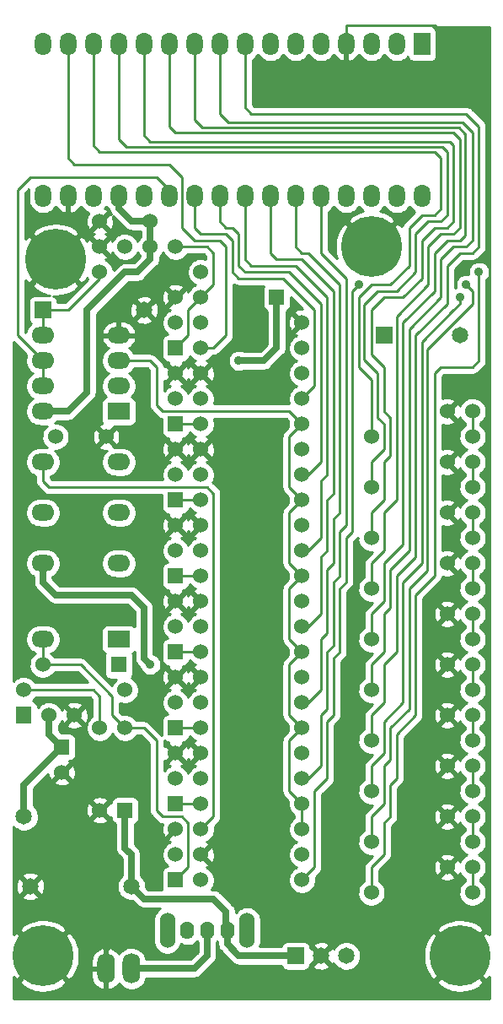
<source format=gbl>
G04 (created by PCBNEW-RS274X (2012-apr-16-27)-stable) date dom 23 mar 2014 15:10:17 CET*
G01*
G70*
G90*
%MOIN*%
G04 Gerber Fmt 3.4, Leading zero omitted, Abs format*
%FSLAX34Y34*%
G04 APERTURE LIST*
%ADD10C,0.008000*%
%ADD11R,0.065000X0.065000*%
%ADD12C,0.065000*%
%ADD13C,0.060000*%
%ADD14R,0.060000X0.065000*%
%ADD15R,0.060000X0.060000*%
%ADD16R,0.090000X0.065000*%
%ADD17O,0.090000X0.065000*%
%ADD18R,0.065000X0.090000*%
%ADD19O,0.065000X0.090000*%
%ADD20O,0.070000X0.120000*%
%ADD21O,0.055000X0.070000*%
%ADD22O,0.060000X0.140000*%
%ADD23C,0.240000*%
%ADD24C,0.035000*%
%ADD25C,0.025000*%
%ADD26C,0.010000*%
G04 APERTURE END LIST*
G54D10*
G54D11*
X43500Y-52000D03*
G54D12*
X44500Y-52000D03*
X45500Y-52000D03*
G54D13*
X39750Y-49000D03*
X43750Y-49000D03*
X39750Y-44000D03*
X43750Y-44000D03*
X43750Y-48000D03*
X39750Y-48000D03*
X36750Y-41500D03*
X32750Y-41500D03*
X43750Y-31000D03*
X39750Y-31000D03*
X43750Y-34000D03*
X39750Y-34000D03*
X43750Y-37000D03*
X39750Y-37000D03*
X43750Y-40000D03*
X39750Y-40000D03*
X43750Y-43000D03*
X39750Y-43000D03*
X43750Y-46000D03*
X39750Y-46000D03*
X43750Y-33000D03*
X39750Y-33000D03*
X46500Y-41500D03*
X50500Y-41500D03*
X46500Y-43500D03*
X50500Y-43500D03*
X46500Y-45500D03*
X50500Y-45500D03*
X46500Y-47500D03*
X50500Y-47500D03*
X46500Y-49500D03*
X50500Y-49500D03*
X43750Y-28000D03*
X39750Y-28000D03*
X43750Y-30000D03*
X39750Y-30000D03*
X43750Y-29000D03*
X39750Y-29000D03*
X46500Y-39500D03*
X50500Y-39500D03*
X43750Y-32000D03*
X39750Y-32000D03*
X43750Y-36000D03*
X39750Y-36000D03*
X43750Y-35000D03*
X39750Y-35000D03*
X43750Y-39000D03*
X39750Y-39000D03*
X43750Y-38000D03*
X39750Y-38000D03*
X43750Y-42000D03*
X39750Y-42000D03*
X43750Y-41000D03*
X39750Y-41000D03*
X43750Y-45000D03*
X39750Y-45000D03*
X43750Y-47000D03*
X39750Y-47000D03*
X46500Y-37500D03*
X50500Y-37500D03*
X39750Y-27000D03*
X43750Y-27000D03*
X46500Y-31500D03*
X50500Y-31500D03*
X46500Y-33500D03*
X50500Y-33500D03*
X46500Y-35500D03*
X50500Y-35500D03*
X39750Y-25000D03*
X35750Y-25000D03*
X35750Y-43000D03*
X36750Y-43000D03*
G54D14*
X32750Y-42500D03*
G54D12*
X32750Y-46500D03*
G54D15*
X36500Y-40500D03*
G54D13*
X33500Y-40500D03*
G54D15*
X42750Y-26000D03*
G54D13*
X39750Y-26000D03*
G54D16*
X36500Y-30500D03*
G54D17*
X36500Y-29500D03*
X36500Y-28500D03*
X36500Y-27500D03*
X33500Y-27500D03*
X33500Y-28500D03*
X33500Y-29500D03*
X33500Y-30500D03*
G54D18*
X48500Y-16000D03*
G54D19*
X47500Y-16000D03*
X46500Y-16000D03*
X45500Y-16000D03*
X44500Y-16000D03*
X43500Y-16000D03*
X42500Y-16000D03*
X41500Y-16000D03*
X40500Y-16000D03*
X39500Y-16000D03*
X38500Y-16000D03*
X37500Y-16000D03*
X36500Y-16000D03*
X35500Y-16000D03*
X34500Y-16000D03*
X33500Y-16000D03*
X33500Y-22000D03*
X34500Y-22000D03*
X35500Y-22000D03*
X36500Y-22000D03*
X37500Y-22000D03*
X38500Y-22000D03*
X39500Y-22000D03*
X40500Y-22000D03*
X41500Y-22000D03*
X42500Y-22000D03*
X43500Y-22000D03*
X44500Y-22000D03*
X45500Y-22000D03*
X46500Y-22000D03*
X47500Y-22000D03*
X48500Y-22000D03*
G54D13*
X34000Y-31500D03*
X36000Y-31500D03*
X37750Y-23000D03*
X35750Y-23000D03*
G54D15*
X36750Y-46250D03*
G54D13*
X35750Y-46250D03*
G54D15*
X34250Y-43750D03*
G54D13*
X34250Y-44750D03*
X37750Y-24000D03*
X38750Y-24000D03*
X33750Y-42500D03*
X34750Y-42500D03*
X36750Y-24000D03*
X35750Y-24000D03*
G54D11*
X33500Y-26500D03*
G54D12*
X37500Y-26500D03*
G54D11*
X47000Y-27500D03*
G54D12*
X50000Y-27500D03*
G54D13*
X50500Y-48500D03*
X49500Y-48500D03*
X50500Y-46500D03*
X49500Y-46500D03*
X50500Y-44500D03*
X49500Y-44500D03*
X50500Y-42500D03*
X49500Y-42500D03*
X50500Y-40500D03*
X49500Y-40500D03*
X50500Y-38500D03*
X49500Y-38500D03*
X50500Y-36500D03*
X49500Y-36500D03*
X50500Y-34500D03*
X49500Y-34500D03*
X50500Y-32500D03*
X49500Y-32500D03*
X50500Y-30500D03*
X49500Y-30500D03*
G54D15*
X38750Y-49000D03*
G54D13*
X38750Y-48000D03*
X38750Y-47000D03*
G54D15*
X38750Y-46000D03*
G54D13*
X38750Y-45000D03*
X38750Y-44000D03*
G54D15*
X38750Y-43000D03*
G54D13*
X38750Y-42000D03*
X38750Y-41000D03*
G54D15*
X38750Y-40000D03*
G54D13*
X38750Y-39000D03*
X38750Y-38000D03*
G54D15*
X38750Y-37000D03*
G54D13*
X38750Y-36000D03*
X38750Y-35000D03*
G54D15*
X38750Y-34000D03*
G54D13*
X38750Y-33000D03*
X38750Y-32000D03*
G54D15*
X38750Y-31000D03*
G54D13*
X38750Y-30000D03*
X38750Y-29000D03*
G54D15*
X38750Y-28000D03*
G54D13*
X38750Y-27000D03*
X38750Y-26000D03*
G54D20*
X37000Y-52500D03*
X36000Y-52500D03*
G54D21*
X40000Y-51000D03*
X40787Y-51000D03*
G54D22*
X41575Y-51000D03*
G54D21*
X39213Y-51000D03*
G54D22*
X38425Y-51000D03*
G54D12*
X33000Y-49250D03*
X37000Y-49250D03*
G54D16*
X36500Y-39500D03*
G54D17*
X36500Y-36500D03*
X36500Y-34500D03*
X36500Y-32500D03*
X33500Y-32500D03*
X33500Y-34500D03*
X33500Y-36500D03*
X33500Y-39500D03*
G54D23*
X50000Y-52000D03*
X33500Y-52000D03*
X46500Y-24000D03*
X34000Y-24500D03*
G54D24*
X41250Y-28500D03*
X37750Y-40500D03*
X46000Y-25500D03*
X50750Y-25000D03*
X50250Y-25500D03*
X50000Y-26000D03*
G54D25*
X34500Y-30500D02*
X35250Y-29750D01*
X37750Y-24000D02*
X37750Y-23000D01*
X37750Y-23000D02*
X37000Y-23000D01*
X37000Y-23000D02*
X36500Y-22500D01*
X36500Y-22500D02*
X36500Y-22000D01*
X35250Y-29750D02*
X35250Y-27000D01*
X42750Y-26000D02*
X42750Y-28000D01*
X42250Y-28500D02*
X41250Y-28500D01*
X42750Y-28000D02*
X42250Y-28500D01*
X33500Y-30500D02*
X34500Y-30500D01*
X37750Y-24500D02*
X37750Y-24000D01*
X37250Y-25000D02*
X37750Y-24500D01*
X36750Y-25000D02*
X37250Y-25000D01*
X35250Y-26500D02*
X36750Y-25000D01*
X35250Y-27000D02*
X35250Y-26500D01*
X37000Y-37750D02*
X37500Y-38250D01*
X37500Y-49750D02*
X40250Y-49750D01*
X37000Y-48000D02*
X37000Y-49250D01*
X40750Y-50963D02*
X40787Y-51000D01*
X36750Y-46250D02*
X36750Y-47750D01*
X36750Y-47750D02*
X37000Y-48000D01*
X33500Y-37250D02*
X34000Y-37750D01*
X34000Y-37750D02*
X37000Y-37750D01*
X40750Y-50250D02*
X40750Y-50963D01*
X40250Y-49750D02*
X40750Y-50250D01*
X37000Y-49250D02*
X37500Y-49750D01*
X40787Y-51537D02*
X41250Y-52000D01*
X37500Y-38250D02*
X37500Y-40250D01*
X41250Y-52000D02*
X43500Y-52000D01*
X40787Y-51000D02*
X40787Y-51537D01*
X37500Y-40250D02*
X37750Y-40500D01*
X33500Y-36500D02*
X33500Y-37250D01*
G54D26*
X45250Y-37000D02*
X45000Y-37250D01*
X45500Y-35000D02*
X45250Y-35250D01*
X44500Y-22000D02*
X44500Y-24250D01*
X44500Y-42500D02*
X44500Y-44500D01*
X44500Y-24250D02*
X45500Y-25250D01*
X45500Y-25250D02*
X45500Y-35000D01*
X45250Y-35250D02*
X45250Y-37000D01*
X45000Y-37250D02*
X45000Y-39750D01*
X44000Y-45000D02*
X43750Y-45000D01*
X44750Y-42250D02*
X44500Y-42500D01*
X45000Y-39750D02*
X44750Y-40000D01*
X44750Y-40000D02*
X44750Y-42250D01*
X44500Y-44500D02*
X44000Y-45000D01*
X45250Y-25500D02*
X45250Y-26000D01*
X44500Y-39500D02*
X44500Y-41500D01*
X43750Y-24250D02*
X44000Y-24250D01*
X44500Y-41500D02*
X44000Y-42000D01*
X45000Y-36500D02*
X44750Y-36750D01*
X44000Y-24250D02*
X45250Y-25500D01*
X45000Y-34750D02*
X45000Y-36500D01*
X44750Y-36750D02*
X44750Y-39250D01*
X43500Y-22000D02*
X43500Y-24000D01*
X44000Y-42000D02*
X43750Y-42000D01*
X43500Y-24000D02*
X43750Y-24250D01*
X45250Y-26000D02*
X45250Y-34500D01*
X45250Y-34500D02*
X45000Y-34750D01*
X44750Y-39250D02*
X44500Y-39500D01*
X44750Y-34000D02*
X44750Y-36000D01*
X44500Y-38500D02*
X44000Y-39000D01*
X43750Y-24500D02*
X45000Y-25750D01*
X42500Y-22000D02*
X42500Y-24250D01*
X44750Y-36000D02*
X44500Y-36250D01*
X42500Y-24250D02*
X42750Y-24500D01*
X45000Y-25750D02*
X45000Y-33750D01*
X44500Y-36250D02*
X44500Y-38500D01*
X44000Y-39000D02*
X43750Y-39000D01*
X42750Y-24500D02*
X43750Y-24500D01*
X45000Y-33750D02*
X44750Y-34000D01*
X41500Y-22000D02*
X41500Y-24500D01*
X44500Y-33250D02*
X44500Y-35500D01*
X44000Y-36000D02*
X43750Y-36000D01*
X41500Y-24500D02*
X41750Y-24750D01*
X44500Y-35500D02*
X44000Y-36000D01*
X44750Y-33000D02*
X44500Y-33250D01*
X44750Y-26000D02*
X44750Y-33000D01*
X43500Y-24750D02*
X44750Y-26000D01*
X41750Y-24750D02*
X43500Y-24750D01*
X40500Y-23000D02*
X40750Y-23250D01*
X44500Y-26250D02*
X44500Y-32500D01*
X43250Y-25000D02*
X44500Y-26250D01*
X41250Y-23500D02*
X41250Y-24750D01*
X44000Y-33000D02*
X43750Y-33000D01*
X40750Y-23250D02*
X41000Y-23250D01*
X41250Y-24750D02*
X41500Y-25000D01*
X41500Y-25000D02*
X43250Y-25000D01*
X41000Y-23250D02*
X41250Y-23500D01*
X40500Y-22000D02*
X40500Y-23000D01*
X44500Y-32500D02*
X44000Y-33000D01*
X44250Y-26500D02*
X43000Y-25250D01*
X39500Y-23250D02*
X39500Y-22000D01*
X41250Y-25250D02*
X41000Y-25000D01*
X43000Y-25250D02*
X41250Y-25250D01*
X41000Y-25000D02*
X41000Y-23750D01*
X44250Y-29500D02*
X44250Y-26500D01*
X41000Y-23750D02*
X40750Y-23500D01*
X40750Y-23500D02*
X39750Y-23500D01*
X39750Y-23500D02*
X39500Y-23250D01*
X43750Y-30000D02*
X44250Y-29500D01*
X33500Y-28500D02*
X33500Y-29500D01*
X38000Y-21250D02*
X33000Y-21250D01*
X38500Y-21750D02*
X38000Y-21250D01*
X33000Y-21250D02*
X32500Y-21750D01*
X38500Y-22000D02*
X38500Y-21750D01*
X32500Y-27500D02*
X33500Y-28500D01*
X32500Y-21750D02*
X32500Y-27500D01*
X46202Y-28452D02*
X46202Y-26298D01*
X48750Y-23000D02*
X49250Y-23000D01*
X46750Y-29000D02*
X46202Y-28452D01*
X49500Y-22750D02*
X49500Y-20250D01*
X49250Y-23000D02*
X49500Y-22750D01*
X46500Y-33500D02*
X46500Y-32500D01*
X36500Y-19750D02*
X36500Y-16000D01*
X36798Y-20048D02*
X36500Y-19750D01*
X47500Y-25750D02*
X48250Y-25000D01*
X49298Y-20048D02*
X36798Y-20048D01*
X48250Y-25000D02*
X48250Y-23500D01*
X49500Y-20250D02*
X49298Y-20048D01*
X46202Y-26298D02*
X46750Y-25750D01*
X46750Y-25750D02*
X47500Y-25750D01*
X47000Y-32000D02*
X47000Y-31000D01*
X47000Y-31000D02*
X46750Y-30750D01*
X46500Y-32500D02*
X47000Y-32000D01*
X48250Y-23500D02*
X48750Y-23000D01*
X46750Y-30750D02*
X46750Y-29000D01*
X49000Y-22750D02*
X49250Y-22500D01*
X46500Y-25500D02*
X47250Y-25500D01*
X47250Y-25500D02*
X48000Y-24750D01*
X46000Y-26000D02*
X46500Y-25500D01*
X48500Y-22750D02*
X49000Y-22750D01*
X49250Y-20500D02*
X49000Y-20250D01*
X49000Y-20250D02*
X35750Y-20250D01*
X35750Y-20250D02*
X35500Y-20000D01*
X35500Y-20000D02*
X35500Y-16000D01*
X48000Y-24750D02*
X48000Y-23250D01*
X49250Y-21500D02*
X49250Y-20500D01*
X49250Y-22500D02*
X49250Y-21500D01*
X46000Y-28750D02*
X46000Y-26000D01*
X48000Y-23250D02*
X48500Y-22750D01*
X46500Y-31500D02*
X46500Y-29250D01*
X46500Y-29250D02*
X46000Y-28750D01*
X40750Y-27500D02*
X40250Y-28000D01*
X34500Y-16000D02*
X34500Y-20500D01*
X40250Y-28000D02*
X39750Y-28000D01*
X40750Y-24000D02*
X40750Y-27500D01*
X40500Y-23750D02*
X40750Y-24000D01*
X39500Y-23750D02*
X40500Y-23750D01*
X39000Y-23250D02*
X39500Y-23750D01*
X39000Y-21250D02*
X39000Y-23250D01*
X34500Y-20500D02*
X34750Y-20750D01*
X38500Y-20750D02*
X39000Y-21250D01*
X34750Y-20750D02*
X38500Y-20750D01*
X44250Y-45500D02*
X44750Y-45000D01*
X45250Y-37500D02*
X45500Y-37250D01*
X45750Y-25750D02*
X46000Y-25500D01*
X43750Y-49000D02*
X44250Y-48500D01*
X44750Y-42750D02*
X45000Y-42500D01*
X45000Y-40250D02*
X45250Y-40000D01*
X45250Y-40000D02*
X45250Y-37500D01*
X45500Y-35500D02*
X45750Y-35250D01*
X45000Y-42500D02*
X45000Y-40250D01*
X44750Y-45000D02*
X44750Y-42750D01*
X45750Y-35250D02*
X45750Y-25750D01*
X45500Y-37250D02*
X45500Y-35500D01*
X44250Y-48500D02*
X44250Y-45500D01*
X47000Y-46750D02*
X47250Y-46500D01*
X46500Y-48500D02*
X47000Y-48000D01*
X47000Y-48000D02*
X47000Y-46750D01*
X47250Y-46500D02*
X47250Y-45250D01*
X47250Y-45250D02*
X47500Y-45000D01*
X47500Y-43250D02*
X48250Y-42500D01*
X49000Y-37000D02*
X49000Y-29000D01*
X48250Y-42500D02*
X48250Y-37750D01*
X48250Y-37750D02*
X49000Y-37000D01*
X46500Y-48500D02*
X46500Y-49500D01*
X50750Y-25000D02*
X50750Y-28500D01*
X50500Y-28750D02*
X49250Y-28750D01*
X47500Y-45000D02*
X47500Y-43250D01*
X49250Y-28750D02*
X49000Y-29000D01*
X50750Y-28500D02*
X50500Y-28750D01*
X48000Y-42250D02*
X48000Y-37500D01*
X46500Y-47500D02*
X46500Y-46500D01*
X48000Y-37500D02*
X48702Y-36798D01*
X48702Y-36798D02*
X48702Y-28048D01*
X50000Y-26750D02*
X50500Y-26250D01*
X46500Y-46500D02*
X47000Y-46000D01*
X47000Y-46000D02*
X47000Y-44500D01*
X48702Y-28048D02*
X50000Y-26750D01*
X50500Y-25750D02*
X50250Y-25500D01*
X50500Y-26250D02*
X50500Y-25750D01*
X47250Y-43000D02*
X48000Y-42250D01*
X47250Y-44250D02*
X47250Y-43000D01*
X47000Y-44500D02*
X47250Y-44250D01*
X47000Y-42750D02*
X47750Y-42000D01*
X47750Y-37250D02*
X48500Y-36500D01*
X47000Y-44000D02*
X47000Y-42750D01*
X46500Y-45500D02*
X46500Y-44500D01*
X46500Y-44500D02*
X47000Y-44000D01*
X48500Y-27750D02*
X49750Y-26500D01*
X49750Y-26500D02*
X50000Y-26250D01*
X50000Y-26250D02*
X50000Y-26000D01*
X48500Y-36500D02*
X48500Y-27750D01*
X47750Y-42000D02*
X47750Y-37250D01*
X50750Y-19250D02*
X50250Y-18750D01*
X41500Y-18500D02*
X41500Y-16000D01*
X41750Y-18750D02*
X41500Y-18500D01*
X50250Y-18750D02*
X41750Y-18750D01*
X49500Y-24750D02*
X50000Y-24250D01*
X50500Y-24250D02*
X50750Y-24000D01*
X50750Y-24000D02*
X50750Y-19250D01*
X50000Y-24250D02*
X50500Y-24250D01*
X46500Y-43500D02*
X46500Y-42500D01*
X47500Y-40000D02*
X47500Y-37000D01*
X48250Y-27500D02*
X49500Y-26250D01*
X47000Y-42000D02*
X47000Y-40500D01*
X47000Y-40500D02*
X47500Y-40000D01*
X47500Y-37000D02*
X48250Y-36250D01*
X48250Y-36250D02*
X48250Y-27500D01*
X46500Y-42500D02*
X47000Y-42000D01*
X49500Y-26250D02*
X49500Y-24750D01*
X47250Y-36750D02*
X48000Y-36000D01*
X47250Y-38250D02*
X47250Y-36750D01*
X47000Y-38500D02*
X47250Y-38250D01*
X47000Y-40000D02*
X47000Y-38500D01*
X49250Y-24500D02*
X49750Y-24000D01*
X46500Y-41500D02*
X46500Y-40500D01*
X40500Y-18750D02*
X40500Y-16000D01*
X40846Y-19096D02*
X40500Y-18750D01*
X49750Y-24000D02*
X50250Y-24000D01*
X46500Y-40500D02*
X47000Y-40000D01*
X50250Y-24000D02*
X50500Y-23750D01*
X48000Y-27250D02*
X49250Y-26000D01*
X48000Y-36000D02*
X48000Y-27250D01*
X49250Y-26000D02*
X49250Y-24500D01*
X50500Y-23750D02*
X50500Y-19500D01*
X50500Y-19500D02*
X50096Y-19096D01*
X50096Y-19096D02*
X40846Y-19096D01*
X39500Y-19000D02*
X39500Y-16000D01*
X39798Y-19298D02*
X39500Y-19000D01*
X49952Y-19298D02*
X39798Y-19298D01*
X50202Y-19548D02*
X49952Y-19298D01*
X50000Y-23750D02*
X50202Y-23548D01*
X46500Y-38500D02*
X47000Y-38000D01*
X50202Y-23548D02*
X50202Y-19548D01*
X46500Y-39500D02*
X46500Y-38500D01*
X47750Y-35750D02*
X47750Y-27000D01*
X47000Y-36500D02*
X47750Y-35750D01*
X47000Y-38000D02*
X47000Y-36500D01*
X49000Y-24250D02*
X49500Y-23750D01*
X49000Y-25750D02*
X49000Y-24250D01*
X49500Y-23750D02*
X49750Y-23750D01*
X47750Y-27000D02*
X49000Y-25750D01*
X49750Y-23750D02*
X50000Y-23750D01*
X47500Y-34000D02*
X47500Y-26750D01*
X47500Y-26750D02*
X48750Y-25500D01*
X48750Y-25500D02*
X48750Y-24000D01*
X49750Y-23500D02*
X50000Y-23250D01*
X46500Y-37500D02*
X46500Y-36500D01*
X38500Y-19250D02*
X38500Y-16000D01*
X38750Y-19500D02*
X38500Y-19250D01*
X49750Y-19500D02*
X38750Y-19500D01*
X47000Y-34500D02*
X47500Y-34000D01*
X47000Y-36000D02*
X47000Y-34500D01*
X46500Y-36500D02*
X47000Y-36000D01*
X50000Y-23250D02*
X50000Y-19750D01*
X48750Y-24000D02*
X49250Y-23500D01*
X49250Y-23500D02*
X49750Y-23500D01*
X50000Y-19750D02*
X49750Y-19500D01*
X49750Y-23000D02*
X49750Y-20000D01*
X48500Y-23750D02*
X49000Y-23250D01*
X48500Y-25250D02*
X48500Y-23750D01*
X47000Y-34000D02*
X47000Y-32500D01*
X47750Y-26000D02*
X48500Y-25250D01*
X47000Y-30500D02*
X47000Y-28750D01*
X37500Y-19596D02*
X37500Y-16000D01*
X38000Y-19846D02*
X37750Y-19846D01*
X37750Y-19846D02*
X37500Y-19596D01*
X46500Y-35500D02*
X46500Y-34500D01*
X49750Y-20000D02*
X49596Y-19846D01*
X49596Y-19846D02*
X49000Y-19846D01*
X49000Y-23250D02*
X49500Y-23250D01*
X46500Y-26750D02*
X46500Y-26500D01*
X47000Y-26000D02*
X47750Y-26000D01*
X47000Y-28750D02*
X46500Y-28250D01*
X46500Y-28250D02*
X46500Y-26750D01*
X46500Y-26500D02*
X47000Y-26000D01*
X49000Y-19846D02*
X38000Y-19846D01*
X47250Y-30750D02*
X47000Y-30500D01*
X47250Y-32250D02*
X47250Y-30750D01*
X47000Y-32500D02*
X47250Y-32250D01*
X46500Y-34500D02*
X47000Y-34000D01*
X49500Y-23250D02*
X49750Y-23000D01*
X45500Y-16000D02*
X45500Y-15250D01*
X49000Y-15250D02*
X49250Y-15500D01*
X45500Y-15250D02*
X49000Y-15250D01*
X50500Y-42500D02*
X50500Y-43500D01*
X50500Y-46500D02*
X50500Y-47500D01*
X38750Y-28000D02*
X39250Y-27500D01*
X39750Y-26000D02*
X40250Y-25500D01*
X40250Y-25500D02*
X40250Y-24250D01*
X40250Y-24250D02*
X40000Y-24000D01*
X39250Y-27500D02*
X39250Y-26500D01*
X40000Y-24000D02*
X38750Y-24000D01*
X39250Y-26500D02*
X39750Y-26000D01*
X50500Y-38500D02*
X50500Y-39500D01*
X50500Y-34500D02*
X50500Y-35500D01*
X50500Y-36500D02*
X50500Y-37500D01*
X50500Y-44500D02*
X50500Y-45500D01*
G54D25*
X32750Y-45250D02*
X32750Y-46500D01*
X34250Y-43750D02*
X32750Y-45250D01*
X33750Y-43250D02*
X34250Y-43750D01*
X33750Y-42500D02*
X33750Y-43250D01*
G54D26*
X38250Y-46500D02*
X38000Y-46250D01*
X33500Y-40500D02*
X35000Y-40500D01*
X36250Y-41750D02*
X36250Y-42500D01*
X39250Y-46750D02*
X39000Y-46500D01*
X35000Y-40500D02*
X36250Y-41750D01*
X38750Y-49000D02*
X39250Y-48500D01*
X38000Y-43500D02*
X37500Y-43000D01*
X36250Y-42500D02*
X36750Y-43000D01*
X38000Y-46250D02*
X38000Y-43500D01*
X37500Y-43000D02*
X36750Y-43000D01*
X39000Y-46500D02*
X38250Y-46500D01*
X39250Y-48500D02*
X39250Y-46750D01*
X33500Y-40500D02*
X33500Y-39500D01*
X50500Y-40500D02*
X50500Y-41500D01*
X35750Y-43000D02*
X35750Y-41750D01*
X35750Y-41750D02*
X35500Y-41500D01*
X35500Y-41500D02*
X32750Y-41500D01*
X50500Y-32500D02*
X50500Y-33500D01*
X50500Y-30500D02*
X50500Y-31500D01*
X38750Y-43000D02*
X39750Y-43000D01*
X38750Y-46000D02*
X39750Y-46000D01*
X39750Y-47000D02*
X40250Y-46500D01*
X40250Y-46500D02*
X40250Y-33750D01*
X40250Y-33750D02*
X40000Y-33500D01*
X33750Y-33500D02*
X33500Y-33250D01*
X33500Y-33250D02*
X33500Y-32500D01*
X40000Y-33500D02*
X33750Y-33500D01*
G54D25*
X37000Y-52500D02*
X39500Y-52500D01*
X40000Y-52000D02*
X40000Y-51000D01*
X39500Y-52500D02*
X40000Y-52000D01*
G54D26*
X50500Y-48500D02*
X50500Y-49500D01*
X38750Y-37000D02*
X39750Y-37000D01*
X38750Y-40000D02*
X39750Y-40000D01*
X38750Y-31000D02*
X39750Y-31000D01*
X38750Y-34000D02*
X39750Y-34000D01*
X33500Y-27500D02*
X33500Y-26500D01*
X33500Y-26500D02*
X34500Y-26500D01*
X34500Y-26500D02*
X35750Y-25250D01*
X35750Y-25250D02*
X35750Y-25000D01*
X38250Y-30500D02*
X38000Y-30250D01*
X38000Y-30250D02*
X38000Y-28750D01*
X43750Y-31000D02*
X43250Y-30500D01*
X38000Y-28750D02*
X37750Y-28500D01*
X37750Y-28500D02*
X36500Y-28500D01*
X43250Y-37500D02*
X43750Y-37000D01*
X43250Y-30500D02*
X38250Y-30500D01*
X43750Y-47000D02*
X43750Y-46000D01*
X43750Y-46000D02*
X43250Y-45500D01*
X43250Y-43500D02*
X43750Y-43000D01*
X43750Y-43000D02*
X43250Y-42500D01*
X43250Y-42500D02*
X43250Y-40500D01*
X43250Y-40500D02*
X43750Y-40000D01*
X43250Y-39500D02*
X43250Y-37500D01*
X43750Y-40000D02*
X43250Y-39500D01*
X43250Y-45500D02*
X43250Y-43500D01*
X43750Y-37000D02*
X43250Y-36500D01*
X43250Y-36500D02*
X43250Y-34500D01*
X43250Y-34500D02*
X43750Y-34000D01*
X43750Y-34000D02*
X43250Y-33500D01*
X43250Y-33500D02*
X43250Y-31500D01*
X43250Y-31500D02*
X43750Y-31000D01*
G54D10*
G36*
X37375Y-23598D02*
X37327Y-23646D01*
X37267Y-23734D01*
X37250Y-23772D01*
X37237Y-23741D01*
X37177Y-23651D01*
X37102Y-23575D01*
X37012Y-23515D01*
X36913Y-23473D01*
X36807Y-23451D01*
X36700Y-23451D01*
X36594Y-23471D01*
X36494Y-23511D01*
X36404Y-23570D01*
X36327Y-23646D01*
X36267Y-23734D01*
X36249Y-23773D01*
X36247Y-23766D01*
X36222Y-23719D01*
X36128Y-23692D01*
X36058Y-23762D01*
X36058Y-23622D01*
X36031Y-23528D01*
X35973Y-23500D01*
X35984Y-23497D01*
X36031Y-23472D01*
X36058Y-23378D01*
X35750Y-23071D01*
X35679Y-23141D01*
X35442Y-23378D01*
X35469Y-23472D01*
X35526Y-23499D01*
X35516Y-23503D01*
X35469Y-23528D01*
X35442Y-23622D01*
X35750Y-23929D01*
X36058Y-23622D01*
X36058Y-23762D01*
X35821Y-24000D01*
X36128Y-24308D01*
X36222Y-24281D01*
X36248Y-24225D01*
X36259Y-24252D01*
X36318Y-24343D01*
X36393Y-24420D01*
X36481Y-24482D01*
X36580Y-24525D01*
X36685Y-24548D01*
X36792Y-24550D01*
X36899Y-24531D01*
X36999Y-24492D01*
X37090Y-24435D01*
X37168Y-24360D01*
X37230Y-24272D01*
X37249Y-24228D01*
X37259Y-24252D01*
X37318Y-24343D01*
X37347Y-24372D01*
X37095Y-24625D01*
X36754Y-24625D01*
X36750Y-24625D01*
X36677Y-24632D01*
X36615Y-24650D01*
X36610Y-24652D01*
X36609Y-24652D01*
X36607Y-24653D01*
X36570Y-24672D01*
X36545Y-24686D01*
X36543Y-24687D01*
X36542Y-24688D01*
X36512Y-24712D01*
X36488Y-24732D01*
X36486Y-24734D01*
X36485Y-24735D01*
X36294Y-24925D01*
X36278Y-24840D01*
X36237Y-24741D01*
X36177Y-24651D01*
X36102Y-24575D01*
X36012Y-24515D01*
X35976Y-24499D01*
X35984Y-24497D01*
X36031Y-24472D01*
X36058Y-24378D01*
X35785Y-24106D01*
X35750Y-24071D01*
X35679Y-24000D01*
X35644Y-23965D01*
X35372Y-23692D01*
X35278Y-23719D01*
X35250Y-23777D01*
X35213Y-23707D01*
X35201Y-23689D01*
X35016Y-23555D01*
X34945Y-23626D01*
X34945Y-23484D01*
X34811Y-23299D01*
X34562Y-23164D01*
X34292Y-23081D01*
X34011Y-23051D01*
X33729Y-23077D01*
X33458Y-23156D01*
X33207Y-23287D01*
X33189Y-23299D01*
X33055Y-23484D01*
X34000Y-24429D01*
X34945Y-23484D01*
X34945Y-23626D01*
X34071Y-24500D01*
X35016Y-25445D01*
X35201Y-25311D01*
X35248Y-25224D01*
X35259Y-25252D01*
X35284Y-25290D01*
X34375Y-26200D01*
X34075Y-26200D01*
X34075Y-26151D01*
X34066Y-26103D01*
X34047Y-26058D01*
X34020Y-26017D01*
X33985Y-25982D01*
X33945Y-25954D01*
X33914Y-25941D01*
X33989Y-25949D01*
X34271Y-25923D01*
X34542Y-25844D01*
X34793Y-25713D01*
X34811Y-25701D01*
X34945Y-25516D01*
X34000Y-24571D01*
X33055Y-25516D01*
X33189Y-25701D01*
X33438Y-25836D01*
X33708Y-25919D01*
X33764Y-25925D01*
X33151Y-25925D01*
X33103Y-25934D01*
X33058Y-25953D01*
X33017Y-25980D01*
X32982Y-26015D01*
X32954Y-26055D01*
X32935Y-26100D01*
X32925Y-26148D01*
X32925Y-26197D01*
X32925Y-26849D01*
X32934Y-26897D01*
X32953Y-26942D01*
X32980Y-26983D01*
X33015Y-27018D01*
X33038Y-27034D01*
X33009Y-27055D01*
X32929Y-27134D01*
X32866Y-27227D01*
X32823Y-27330D01*
X32811Y-27387D01*
X32800Y-27376D01*
X32800Y-25311D01*
X32984Y-25445D01*
X33929Y-24500D01*
X32984Y-23555D01*
X32800Y-23688D01*
X32800Y-21874D01*
X32945Y-21728D01*
X32929Y-21808D01*
X32927Y-21920D01*
X32928Y-22184D01*
X32950Y-22294D01*
X32992Y-22398D01*
X33055Y-22491D01*
X33134Y-22571D01*
X33227Y-22634D01*
X33330Y-22677D01*
X33440Y-22700D01*
X33552Y-22700D01*
X33662Y-22679D01*
X33766Y-22637D01*
X33860Y-22576D01*
X33940Y-22497D01*
X34002Y-22407D01*
X34028Y-22453D01*
X34101Y-22538D01*
X34189Y-22608D01*
X34289Y-22659D01*
X34361Y-22682D01*
X34450Y-22635D01*
X34450Y-22100D01*
X34450Y-22050D01*
X34450Y-21950D01*
X34550Y-21950D01*
X34550Y-22050D01*
X34550Y-22100D01*
X34550Y-22635D01*
X34639Y-22682D01*
X34711Y-22659D01*
X34811Y-22608D01*
X34899Y-22538D01*
X34972Y-22453D01*
X34997Y-22406D01*
X35055Y-22491D01*
X35134Y-22571D01*
X35227Y-22634D01*
X35303Y-22665D01*
X35289Y-22680D01*
X35316Y-22707D01*
X35278Y-22719D01*
X35232Y-22816D01*
X35206Y-22920D01*
X35201Y-23027D01*
X35217Y-23133D01*
X35253Y-23234D01*
X35278Y-23281D01*
X35372Y-23308D01*
X35644Y-23035D01*
X35679Y-23000D01*
X35750Y-22929D01*
X35785Y-22894D01*
X36058Y-22622D01*
X36031Y-22528D01*
X35946Y-22487D01*
X36000Y-22410D01*
X36055Y-22491D01*
X36131Y-22568D01*
X36132Y-22573D01*
X36143Y-22611D01*
X36151Y-22639D01*
X36152Y-22642D01*
X36153Y-22643D01*
X36156Y-22649D01*
X36185Y-22704D01*
X36187Y-22707D01*
X36128Y-22692D01*
X35821Y-23000D01*
X36128Y-23308D01*
X36222Y-23281D01*
X36268Y-23184D01*
X36294Y-23080D01*
X36299Y-22973D01*
X36283Y-22867D01*
X36253Y-22783D01*
X36732Y-23262D01*
X36735Y-23265D01*
X36788Y-23309D01*
X36791Y-23312D01*
X36824Y-23329D01*
X36852Y-23345D01*
X36856Y-23346D01*
X36922Y-23367D01*
X36923Y-23367D01*
X36926Y-23368D01*
X36967Y-23371D01*
X36995Y-23375D01*
X36999Y-23375D01*
X37000Y-23375D01*
X37349Y-23375D01*
X37375Y-23401D01*
X37375Y-23598D01*
X37375Y-23598D01*
G37*
G54D26*
X37375Y-23598D02*
X37327Y-23646D01*
X37267Y-23734D01*
X37250Y-23772D01*
X37237Y-23741D01*
X37177Y-23651D01*
X37102Y-23575D01*
X37012Y-23515D01*
X36913Y-23473D01*
X36807Y-23451D01*
X36700Y-23451D01*
X36594Y-23471D01*
X36494Y-23511D01*
X36404Y-23570D01*
X36327Y-23646D01*
X36267Y-23734D01*
X36249Y-23773D01*
X36247Y-23766D01*
X36222Y-23719D01*
X36128Y-23692D01*
X36058Y-23762D01*
X36058Y-23622D01*
X36031Y-23528D01*
X35973Y-23500D01*
X35984Y-23497D01*
X36031Y-23472D01*
X36058Y-23378D01*
X35750Y-23071D01*
X35679Y-23141D01*
X35442Y-23378D01*
X35469Y-23472D01*
X35526Y-23499D01*
X35516Y-23503D01*
X35469Y-23528D01*
X35442Y-23622D01*
X35750Y-23929D01*
X36058Y-23622D01*
X36058Y-23762D01*
X35821Y-24000D01*
X36128Y-24308D01*
X36222Y-24281D01*
X36248Y-24225D01*
X36259Y-24252D01*
X36318Y-24343D01*
X36393Y-24420D01*
X36481Y-24482D01*
X36580Y-24525D01*
X36685Y-24548D01*
X36792Y-24550D01*
X36899Y-24531D01*
X36999Y-24492D01*
X37090Y-24435D01*
X37168Y-24360D01*
X37230Y-24272D01*
X37249Y-24228D01*
X37259Y-24252D01*
X37318Y-24343D01*
X37347Y-24372D01*
X37095Y-24625D01*
X36754Y-24625D01*
X36750Y-24625D01*
X36677Y-24632D01*
X36615Y-24650D01*
X36610Y-24652D01*
X36609Y-24652D01*
X36607Y-24653D01*
X36570Y-24672D01*
X36545Y-24686D01*
X36543Y-24687D01*
X36542Y-24688D01*
X36512Y-24712D01*
X36488Y-24732D01*
X36486Y-24734D01*
X36485Y-24735D01*
X36294Y-24925D01*
X36278Y-24840D01*
X36237Y-24741D01*
X36177Y-24651D01*
X36102Y-24575D01*
X36012Y-24515D01*
X35976Y-24499D01*
X35984Y-24497D01*
X36031Y-24472D01*
X36058Y-24378D01*
X35785Y-24106D01*
X35750Y-24071D01*
X35679Y-24000D01*
X35644Y-23965D01*
X35372Y-23692D01*
X35278Y-23719D01*
X35250Y-23777D01*
X35213Y-23707D01*
X35201Y-23689D01*
X35016Y-23555D01*
X34945Y-23626D01*
X34945Y-23484D01*
X34811Y-23299D01*
X34562Y-23164D01*
X34292Y-23081D01*
X34011Y-23051D01*
X33729Y-23077D01*
X33458Y-23156D01*
X33207Y-23287D01*
X33189Y-23299D01*
X33055Y-23484D01*
X34000Y-24429D01*
X34945Y-23484D01*
X34945Y-23626D01*
X34071Y-24500D01*
X35016Y-25445D01*
X35201Y-25311D01*
X35248Y-25224D01*
X35259Y-25252D01*
X35284Y-25290D01*
X34375Y-26200D01*
X34075Y-26200D01*
X34075Y-26151D01*
X34066Y-26103D01*
X34047Y-26058D01*
X34020Y-26017D01*
X33985Y-25982D01*
X33945Y-25954D01*
X33914Y-25941D01*
X33989Y-25949D01*
X34271Y-25923D01*
X34542Y-25844D01*
X34793Y-25713D01*
X34811Y-25701D01*
X34945Y-25516D01*
X34000Y-24571D01*
X33055Y-25516D01*
X33189Y-25701D01*
X33438Y-25836D01*
X33708Y-25919D01*
X33764Y-25925D01*
X33151Y-25925D01*
X33103Y-25934D01*
X33058Y-25953D01*
X33017Y-25980D01*
X32982Y-26015D01*
X32954Y-26055D01*
X32935Y-26100D01*
X32925Y-26148D01*
X32925Y-26197D01*
X32925Y-26849D01*
X32934Y-26897D01*
X32953Y-26942D01*
X32980Y-26983D01*
X33015Y-27018D01*
X33038Y-27034D01*
X33009Y-27055D01*
X32929Y-27134D01*
X32866Y-27227D01*
X32823Y-27330D01*
X32811Y-27387D01*
X32800Y-27376D01*
X32800Y-25311D01*
X32984Y-25445D01*
X33929Y-24500D01*
X32984Y-23555D01*
X32800Y-23688D01*
X32800Y-21874D01*
X32945Y-21728D01*
X32929Y-21808D01*
X32927Y-21920D01*
X32928Y-22184D01*
X32950Y-22294D01*
X32992Y-22398D01*
X33055Y-22491D01*
X33134Y-22571D01*
X33227Y-22634D01*
X33330Y-22677D01*
X33440Y-22700D01*
X33552Y-22700D01*
X33662Y-22679D01*
X33766Y-22637D01*
X33860Y-22576D01*
X33940Y-22497D01*
X34002Y-22407D01*
X34028Y-22453D01*
X34101Y-22538D01*
X34189Y-22608D01*
X34289Y-22659D01*
X34361Y-22682D01*
X34450Y-22635D01*
X34450Y-22100D01*
X34450Y-22050D01*
X34450Y-21950D01*
X34550Y-21950D01*
X34550Y-22050D01*
X34550Y-22100D01*
X34550Y-22635D01*
X34639Y-22682D01*
X34711Y-22659D01*
X34811Y-22608D01*
X34899Y-22538D01*
X34972Y-22453D01*
X34997Y-22406D01*
X35055Y-22491D01*
X35134Y-22571D01*
X35227Y-22634D01*
X35303Y-22665D01*
X35289Y-22680D01*
X35316Y-22707D01*
X35278Y-22719D01*
X35232Y-22816D01*
X35206Y-22920D01*
X35201Y-23027D01*
X35217Y-23133D01*
X35253Y-23234D01*
X35278Y-23281D01*
X35372Y-23308D01*
X35644Y-23035D01*
X35679Y-23000D01*
X35750Y-22929D01*
X35785Y-22894D01*
X36058Y-22622D01*
X36031Y-22528D01*
X35946Y-22487D01*
X36000Y-22410D01*
X36055Y-22491D01*
X36131Y-22568D01*
X36132Y-22573D01*
X36143Y-22611D01*
X36151Y-22639D01*
X36152Y-22642D01*
X36153Y-22643D01*
X36156Y-22649D01*
X36185Y-22704D01*
X36187Y-22707D01*
X36128Y-22692D01*
X35821Y-23000D01*
X36128Y-23308D01*
X36222Y-23281D01*
X36268Y-23184D01*
X36294Y-23080D01*
X36299Y-22973D01*
X36283Y-22867D01*
X36253Y-22783D01*
X36732Y-23262D01*
X36735Y-23265D01*
X36788Y-23309D01*
X36791Y-23312D01*
X36824Y-23329D01*
X36852Y-23345D01*
X36856Y-23346D01*
X36922Y-23367D01*
X36923Y-23367D01*
X36926Y-23368D01*
X36967Y-23371D01*
X36995Y-23375D01*
X36999Y-23375D01*
X37000Y-23375D01*
X37349Y-23375D01*
X37375Y-23401D01*
X37375Y-23598D01*
G54D10*
G36*
X39821Y-41000D02*
X39750Y-41071D01*
X39679Y-41141D01*
X39679Y-41000D01*
X39372Y-40692D01*
X39278Y-40719D01*
X39250Y-40776D01*
X39247Y-40766D01*
X39222Y-40719D01*
X39128Y-40692D01*
X38821Y-41000D01*
X39128Y-41308D01*
X39222Y-41281D01*
X39249Y-41223D01*
X39253Y-41234D01*
X39278Y-41281D01*
X39372Y-41308D01*
X39679Y-41000D01*
X39679Y-41141D01*
X39442Y-41378D01*
X39469Y-41472D01*
X39525Y-41498D01*
X39494Y-41511D01*
X39404Y-41570D01*
X39327Y-41646D01*
X39267Y-41734D01*
X39250Y-41772D01*
X39237Y-41741D01*
X39177Y-41651D01*
X39102Y-41575D01*
X39012Y-41515D01*
X38976Y-41499D01*
X38984Y-41497D01*
X39031Y-41472D01*
X39058Y-41378D01*
X38750Y-41071D01*
X38679Y-41141D01*
X38679Y-41000D01*
X38372Y-40692D01*
X38278Y-40719D01*
X38232Y-40816D01*
X38206Y-40920D01*
X38201Y-41027D01*
X38217Y-41133D01*
X38253Y-41234D01*
X38278Y-41281D01*
X38372Y-41308D01*
X38679Y-41000D01*
X38679Y-41141D01*
X38442Y-41378D01*
X38469Y-41472D01*
X38525Y-41498D01*
X38494Y-41511D01*
X38404Y-41570D01*
X38327Y-41646D01*
X38267Y-41734D01*
X38224Y-41833D01*
X38202Y-41939D01*
X38200Y-42046D01*
X38220Y-42152D01*
X38259Y-42252D01*
X38318Y-42343D01*
X38393Y-42420D01*
X38435Y-42450D01*
X38426Y-42450D01*
X38378Y-42459D01*
X38333Y-42478D01*
X38292Y-42505D01*
X38257Y-42540D01*
X38229Y-42580D01*
X38210Y-42625D01*
X38200Y-42673D01*
X38200Y-42722D01*
X38200Y-43276D01*
X37714Y-42790D01*
X37712Y-42788D01*
X37698Y-42776D01*
X37669Y-42752D01*
X37667Y-42751D01*
X37618Y-42724D01*
X37564Y-42707D01*
X37562Y-42707D01*
X37559Y-42706D01*
X37522Y-42702D01*
X37504Y-42700D01*
X37501Y-42700D01*
X37500Y-42700D01*
X37209Y-42700D01*
X37177Y-42651D01*
X37102Y-42575D01*
X37012Y-42515D01*
X36913Y-42473D01*
X36807Y-42451D01*
X36700Y-42451D01*
X36636Y-42462D01*
X36550Y-42376D01*
X36550Y-42011D01*
X36580Y-42025D01*
X36685Y-42048D01*
X36792Y-42050D01*
X36899Y-42031D01*
X36999Y-41992D01*
X37090Y-41935D01*
X37168Y-41860D01*
X37230Y-41772D01*
X37274Y-41674D01*
X37297Y-41569D01*
X37299Y-41446D01*
X37278Y-41340D01*
X37237Y-41241D01*
X37177Y-41151D01*
X37102Y-41075D01*
X37012Y-41015D01*
X36995Y-41007D01*
X37018Y-40985D01*
X37046Y-40945D01*
X37065Y-40900D01*
X37075Y-40852D01*
X37075Y-40803D01*
X37075Y-40151D01*
X37066Y-40103D01*
X37047Y-40058D01*
X37045Y-40056D01*
X37067Y-40047D01*
X37108Y-40020D01*
X37125Y-40003D01*
X37125Y-40246D01*
X37125Y-40250D01*
X37132Y-40323D01*
X37143Y-40361D01*
X37151Y-40389D01*
X37152Y-40392D01*
X37153Y-40393D01*
X37156Y-40399D01*
X37185Y-40454D01*
X37187Y-40457D01*
X37188Y-40458D01*
X37193Y-40464D01*
X37231Y-40512D01*
X37234Y-40514D01*
X37235Y-40515D01*
X37341Y-40621D01*
X37370Y-40696D01*
X37416Y-40766D01*
X37473Y-40825D01*
X37542Y-40873D01*
X37618Y-40906D01*
X37700Y-40924D01*
X37783Y-40926D01*
X37865Y-40911D01*
X37943Y-40881D01*
X38013Y-40836D01*
X38074Y-40779D01*
X38121Y-40711D01*
X38155Y-40634D01*
X38174Y-40553D01*
X38175Y-40458D01*
X38159Y-40376D01*
X38127Y-40299D01*
X38081Y-40230D01*
X38022Y-40171D01*
X37953Y-40124D01*
X37876Y-40092D01*
X37875Y-40091D01*
X37875Y-38254D01*
X37875Y-38250D01*
X37868Y-38181D01*
X37868Y-38177D01*
X37856Y-38139D01*
X37849Y-38111D01*
X37847Y-38107D01*
X37843Y-38101D01*
X37815Y-38046D01*
X37812Y-38042D01*
X37807Y-38035D01*
X37769Y-37988D01*
X37766Y-37986D01*
X37765Y-37985D01*
X37268Y-37488D01*
X37265Y-37485D01*
X37212Y-37441D01*
X37209Y-37438D01*
X37200Y-37433D01*
X37200Y-36560D01*
X37200Y-36448D01*
X37200Y-34560D01*
X37200Y-34448D01*
X37179Y-34338D01*
X37137Y-34234D01*
X37076Y-34140D01*
X36997Y-34060D01*
X36905Y-33996D01*
X36802Y-33952D01*
X36692Y-33929D01*
X36580Y-33927D01*
X36316Y-33928D01*
X36206Y-33950D01*
X36102Y-33992D01*
X36009Y-34055D01*
X35929Y-34134D01*
X35866Y-34227D01*
X35823Y-34330D01*
X35800Y-34440D01*
X35800Y-34552D01*
X35821Y-34662D01*
X35863Y-34766D01*
X35924Y-34860D01*
X36003Y-34940D01*
X36095Y-35004D01*
X36198Y-35048D01*
X36308Y-35071D01*
X36420Y-35073D01*
X36684Y-35072D01*
X36794Y-35050D01*
X36898Y-35008D01*
X36991Y-34945D01*
X37071Y-34866D01*
X37134Y-34773D01*
X37177Y-34670D01*
X37200Y-34560D01*
X37200Y-36448D01*
X37179Y-36338D01*
X37137Y-36234D01*
X37076Y-36140D01*
X36997Y-36060D01*
X36905Y-35996D01*
X36802Y-35952D01*
X36692Y-35929D01*
X36580Y-35927D01*
X36316Y-35928D01*
X36206Y-35950D01*
X36102Y-35992D01*
X36009Y-36055D01*
X35929Y-36134D01*
X35866Y-36227D01*
X35823Y-36330D01*
X35800Y-36440D01*
X35800Y-36552D01*
X35821Y-36662D01*
X35863Y-36766D01*
X35924Y-36860D01*
X36003Y-36940D01*
X36095Y-37004D01*
X36198Y-37048D01*
X36308Y-37071D01*
X36420Y-37073D01*
X36684Y-37072D01*
X36794Y-37050D01*
X36898Y-37008D01*
X36991Y-36945D01*
X37071Y-36866D01*
X37134Y-36773D01*
X37177Y-36670D01*
X37200Y-36560D01*
X37200Y-37433D01*
X37175Y-37420D01*
X37148Y-37405D01*
X37144Y-37404D01*
X37078Y-37383D01*
X37076Y-37382D01*
X37074Y-37382D01*
X37033Y-37378D01*
X37005Y-37375D01*
X37001Y-37375D01*
X37000Y-37375D01*
X34155Y-37375D01*
X33875Y-37095D01*
X33875Y-37017D01*
X33898Y-37008D01*
X33991Y-36945D01*
X34071Y-36866D01*
X34134Y-36773D01*
X34177Y-36670D01*
X34200Y-36560D01*
X34200Y-36448D01*
X34200Y-34560D01*
X34200Y-34448D01*
X34179Y-34338D01*
X34137Y-34234D01*
X34076Y-34140D01*
X33997Y-34060D01*
X33905Y-33996D01*
X33802Y-33952D01*
X33692Y-33929D01*
X33580Y-33927D01*
X33316Y-33928D01*
X33206Y-33950D01*
X33102Y-33992D01*
X33009Y-34055D01*
X32929Y-34134D01*
X32866Y-34227D01*
X32823Y-34330D01*
X32800Y-34440D01*
X32800Y-34552D01*
X32821Y-34662D01*
X32863Y-34766D01*
X32924Y-34860D01*
X33003Y-34940D01*
X33095Y-35004D01*
X33198Y-35048D01*
X33308Y-35071D01*
X33420Y-35073D01*
X33684Y-35072D01*
X33794Y-35050D01*
X33898Y-35008D01*
X33991Y-34945D01*
X34071Y-34866D01*
X34134Y-34773D01*
X34177Y-34670D01*
X34200Y-34560D01*
X34200Y-36448D01*
X34179Y-36338D01*
X34137Y-36234D01*
X34076Y-36140D01*
X33997Y-36060D01*
X33905Y-35996D01*
X33802Y-35952D01*
X33692Y-35929D01*
X33580Y-35927D01*
X33316Y-35928D01*
X33206Y-35950D01*
X33102Y-35992D01*
X33009Y-36055D01*
X32929Y-36134D01*
X32866Y-36227D01*
X32823Y-36330D01*
X32800Y-36440D01*
X32800Y-36552D01*
X32821Y-36662D01*
X32863Y-36766D01*
X32924Y-36860D01*
X33003Y-36940D01*
X33095Y-37004D01*
X33125Y-37016D01*
X33125Y-37246D01*
X33125Y-37250D01*
X33132Y-37323D01*
X33143Y-37361D01*
X33151Y-37389D01*
X33152Y-37392D01*
X33153Y-37393D01*
X33156Y-37399D01*
X33185Y-37454D01*
X33187Y-37457D01*
X33188Y-37458D01*
X33193Y-37464D01*
X33231Y-37512D01*
X33234Y-37514D01*
X33235Y-37515D01*
X33732Y-38012D01*
X33735Y-38015D01*
X33788Y-38059D01*
X33791Y-38062D01*
X33824Y-38079D01*
X33852Y-38095D01*
X33856Y-38096D01*
X33922Y-38117D01*
X33923Y-38117D01*
X33926Y-38118D01*
X33967Y-38121D01*
X33995Y-38125D01*
X33999Y-38125D01*
X34000Y-38125D01*
X36845Y-38125D01*
X37125Y-38405D01*
X37125Y-38997D01*
X37110Y-38982D01*
X37070Y-38954D01*
X37025Y-38935D01*
X36977Y-38925D01*
X36928Y-38925D01*
X36026Y-38925D01*
X35978Y-38934D01*
X35933Y-38953D01*
X35892Y-38980D01*
X35857Y-39015D01*
X35829Y-39055D01*
X35810Y-39100D01*
X35800Y-39148D01*
X35800Y-39197D01*
X35800Y-39849D01*
X35809Y-39897D01*
X35828Y-39942D01*
X35855Y-39983D01*
X35890Y-40018D01*
X35930Y-40046D01*
X35953Y-40055D01*
X35935Y-40100D01*
X35925Y-40148D01*
X35925Y-40197D01*
X35925Y-40849D01*
X35934Y-40897D01*
X35953Y-40942D01*
X35980Y-40983D01*
X36015Y-41018D01*
X36055Y-41046D01*
X36100Y-41065D01*
X36148Y-41075D01*
X36197Y-41075D01*
X36398Y-41075D01*
X36327Y-41146D01*
X36267Y-41234D01*
X36234Y-41309D01*
X35214Y-40290D01*
X35212Y-40288D01*
X35198Y-40276D01*
X35169Y-40252D01*
X35167Y-40251D01*
X35118Y-40224D01*
X35064Y-40207D01*
X35062Y-40207D01*
X35059Y-40206D01*
X35022Y-40202D01*
X35004Y-40200D01*
X35001Y-40200D01*
X35000Y-40200D01*
X33959Y-40200D01*
X33927Y-40151D01*
X33852Y-40075D01*
X33806Y-40044D01*
X33898Y-40008D01*
X33991Y-39945D01*
X34071Y-39866D01*
X34134Y-39773D01*
X34177Y-39670D01*
X34200Y-39560D01*
X34200Y-39448D01*
X34179Y-39338D01*
X34137Y-39234D01*
X34076Y-39140D01*
X33997Y-39060D01*
X33905Y-38996D01*
X33802Y-38952D01*
X33692Y-38929D01*
X33580Y-38927D01*
X33316Y-38928D01*
X33206Y-38950D01*
X33102Y-38992D01*
X33009Y-39055D01*
X32929Y-39134D01*
X32866Y-39227D01*
X32823Y-39330D01*
X32800Y-39440D01*
X32800Y-39552D01*
X32821Y-39662D01*
X32863Y-39766D01*
X32924Y-39860D01*
X33003Y-39940D01*
X33095Y-40004D01*
X33191Y-40045D01*
X33154Y-40070D01*
X33077Y-40146D01*
X33017Y-40234D01*
X32974Y-40333D01*
X32952Y-40439D01*
X32950Y-40546D01*
X32970Y-40652D01*
X33009Y-40752D01*
X33068Y-40843D01*
X33143Y-40920D01*
X33231Y-40982D01*
X33330Y-41025D01*
X33435Y-41048D01*
X33542Y-41050D01*
X33649Y-41031D01*
X33749Y-40992D01*
X33840Y-40935D01*
X33918Y-40860D01*
X33960Y-40800D01*
X34875Y-40800D01*
X35275Y-41200D01*
X33209Y-41200D01*
X33177Y-41151D01*
X33102Y-41075D01*
X33012Y-41015D01*
X32913Y-40973D01*
X32807Y-40951D01*
X32700Y-40951D01*
X32594Y-40971D01*
X32494Y-41011D01*
X32404Y-41070D01*
X32327Y-41146D01*
X32325Y-41148D01*
X32325Y-27749D01*
X32847Y-28271D01*
X32823Y-28330D01*
X32800Y-28440D01*
X32800Y-28552D01*
X32821Y-28662D01*
X32863Y-28766D01*
X32924Y-28860D01*
X33003Y-28940D01*
X33089Y-29000D01*
X33009Y-29055D01*
X32929Y-29134D01*
X32866Y-29227D01*
X32823Y-29330D01*
X32800Y-29440D01*
X32800Y-29552D01*
X32821Y-29662D01*
X32863Y-29766D01*
X32924Y-29860D01*
X33003Y-29940D01*
X33089Y-30000D01*
X33009Y-30055D01*
X32929Y-30134D01*
X32866Y-30227D01*
X32823Y-30330D01*
X32800Y-30440D01*
X32800Y-30552D01*
X32821Y-30662D01*
X32863Y-30766D01*
X32924Y-30860D01*
X33003Y-30940D01*
X33095Y-31004D01*
X33198Y-31048D01*
X33308Y-31071D01*
X33420Y-31073D01*
X33651Y-31072D01*
X33577Y-31146D01*
X33517Y-31234D01*
X33474Y-31333D01*
X33452Y-31439D01*
X33450Y-31546D01*
X33470Y-31652D01*
X33509Y-31752D01*
X33568Y-31843D01*
X33643Y-31920D01*
X33654Y-31928D01*
X33580Y-31927D01*
X33316Y-31928D01*
X33206Y-31950D01*
X33102Y-31992D01*
X33009Y-32055D01*
X32929Y-32134D01*
X32866Y-32227D01*
X32823Y-32330D01*
X32800Y-32440D01*
X32800Y-32552D01*
X32821Y-32662D01*
X32863Y-32766D01*
X32924Y-32860D01*
X33003Y-32940D01*
X33095Y-33004D01*
X33198Y-33048D01*
X33200Y-33048D01*
X33200Y-33247D01*
X33200Y-33250D01*
X33201Y-33263D01*
X33205Y-33306D01*
X33221Y-33362D01*
X33238Y-33394D01*
X33250Y-33416D01*
X33277Y-33450D01*
X33285Y-33459D01*
X33287Y-33461D01*
X33288Y-33462D01*
X33536Y-33710D01*
X33537Y-33712D01*
X33565Y-33735D01*
X33581Y-33748D01*
X33583Y-33749D01*
X33632Y-33776D01*
X33634Y-33776D01*
X33668Y-33786D01*
X33688Y-33793D01*
X33690Y-33794D01*
X33712Y-33795D01*
X33746Y-33800D01*
X33750Y-33800D01*
X38200Y-33800D01*
X38200Y-34324D01*
X38209Y-34372D01*
X38228Y-34417D01*
X38255Y-34458D01*
X38290Y-34493D01*
X38330Y-34521D01*
X38375Y-34540D01*
X38423Y-34550D01*
X38462Y-34550D01*
X38442Y-34622D01*
X38750Y-34929D01*
X39058Y-34622D01*
X39037Y-34550D01*
X39074Y-34550D01*
X39122Y-34541D01*
X39167Y-34522D01*
X39208Y-34495D01*
X39243Y-34460D01*
X39271Y-34420D01*
X39290Y-34375D01*
X39300Y-34327D01*
X39300Y-34315D01*
X39318Y-34343D01*
X39393Y-34420D01*
X39481Y-34482D01*
X39523Y-34500D01*
X39516Y-34503D01*
X39469Y-34528D01*
X39442Y-34622D01*
X39715Y-34894D01*
X39750Y-34929D01*
X39821Y-35000D01*
X39750Y-35071D01*
X39679Y-35141D01*
X39679Y-35000D01*
X39372Y-34692D01*
X39278Y-34719D01*
X39250Y-34776D01*
X39247Y-34766D01*
X39222Y-34719D01*
X39128Y-34692D01*
X38821Y-35000D01*
X39128Y-35308D01*
X39222Y-35281D01*
X39249Y-35223D01*
X39253Y-35234D01*
X39278Y-35281D01*
X39372Y-35308D01*
X39679Y-35000D01*
X39679Y-35141D01*
X39442Y-35378D01*
X39469Y-35472D01*
X39525Y-35498D01*
X39494Y-35511D01*
X39404Y-35570D01*
X39327Y-35646D01*
X39267Y-35734D01*
X39250Y-35772D01*
X39237Y-35741D01*
X39177Y-35651D01*
X39102Y-35575D01*
X39012Y-35515D01*
X38976Y-35499D01*
X38984Y-35497D01*
X39031Y-35472D01*
X39058Y-35378D01*
X38750Y-35071D01*
X38679Y-35141D01*
X38679Y-35000D01*
X38372Y-34692D01*
X38278Y-34719D01*
X38232Y-34816D01*
X38206Y-34920D01*
X38201Y-35027D01*
X38217Y-35133D01*
X38253Y-35234D01*
X38278Y-35281D01*
X38372Y-35308D01*
X38679Y-35000D01*
X38679Y-35141D01*
X38442Y-35378D01*
X38469Y-35472D01*
X38525Y-35498D01*
X38494Y-35511D01*
X38404Y-35570D01*
X38327Y-35646D01*
X38267Y-35734D01*
X38224Y-35833D01*
X38202Y-35939D01*
X38200Y-36046D01*
X38220Y-36152D01*
X38259Y-36252D01*
X38318Y-36343D01*
X38393Y-36420D01*
X38435Y-36450D01*
X38426Y-36450D01*
X38378Y-36459D01*
X38333Y-36478D01*
X38292Y-36505D01*
X38257Y-36540D01*
X38229Y-36580D01*
X38210Y-36625D01*
X38200Y-36673D01*
X38200Y-36722D01*
X38200Y-37324D01*
X38209Y-37372D01*
X38228Y-37417D01*
X38255Y-37458D01*
X38290Y-37493D01*
X38330Y-37521D01*
X38375Y-37540D01*
X38423Y-37550D01*
X38462Y-37550D01*
X38442Y-37622D01*
X38750Y-37929D01*
X39058Y-37622D01*
X39037Y-37550D01*
X39074Y-37550D01*
X39122Y-37541D01*
X39167Y-37522D01*
X39208Y-37495D01*
X39243Y-37460D01*
X39271Y-37420D01*
X39290Y-37375D01*
X39300Y-37327D01*
X39300Y-37315D01*
X39318Y-37343D01*
X39393Y-37420D01*
X39481Y-37482D01*
X39523Y-37500D01*
X39516Y-37503D01*
X39469Y-37528D01*
X39442Y-37622D01*
X39715Y-37894D01*
X39750Y-37929D01*
X39821Y-38000D01*
X39750Y-38071D01*
X39679Y-38141D01*
X39679Y-38000D01*
X39372Y-37692D01*
X39278Y-37719D01*
X39250Y-37776D01*
X39247Y-37766D01*
X39222Y-37719D01*
X39128Y-37692D01*
X38821Y-38000D01*
X39128Y-38308D01*
X39222Y-38281D01*
X39249Y-38223D01*
X39253Y-38234D01*
X39278Y-38281D01*
X39372Y-38308D01*
X39679Y-38000D01*
X39679Y-38141D01*
X39442Y-38378D01*
X39469Y-38472D01*
X39525Y-38498D01*
X39494Y-38511D01*
X39404Y-38570D01*
X39327Y-38646D01*
X39267Y-38734D01*
X39250Y-38772D01*
X39237Y-38741D01*
X39177Y-38651D01*
X39102Y-38575D01*
X39012Y-38515D01*
X38976Y-38499D01*
X38984Y-38497D01*
X39031Y-38472D01*
X39058Y-38378D01*
X38750Y-38071D01*
X38679Y-38141D01*
X38679Y-38000D01*
X38372Y-37692D01*
X38278Y-37719D01*
X38232Y-37816D01*
X38206Y-37920D01*
X38201Y-38027D01*
X38217Y-38133D01*
X38253Y-38234D01*
X38278Y-38281D01*
X38372Y-38308D01*
X38679Y-38000D01*
X38679Y-38141D01*
X38442Y-38378D01*
X38469Y-38472D01*
X38525Y-38498D01*
X38494Y-38511D01*
X38404Y-38570D01*
X38327Y-38646D01*
X38267Y-38734D01*
X38224Y-38833D01*
X38202Y-38939D01*
X38200Y-39046D01*
X38220Y-39152D01*
X38259Y-39252D01*
X38318Y-39343D01*
X38393Y-39420D01*
X38435Y-39450D01*
X38426Y-39450D01*
X38378Y-39459D01*
X38333Y-39478D01*
X38292Y-39505D01*
X38257Y-39540D01*
X38229Y-39580D01*
X38210Y-39625D01*
X38200Y-39673D01*
X38200Y-39722D01*
X38200Y-40324D01*
X38209Y-40372D01*
X38228Y-40417D01*
X38255Y-40458D01*
X38290Y-40493D01*
X38330Y-40521D01*
X38375Y-40540D01*
X38423Y-40550D01*
X38462Y-40550D01*
X38442Y-40622D01*
X38750Y-40929D01*
X39058Y-40622D01*
X39037Y-40550D01*
X39074Y-40550D01*
X39122Y-40541D01*
X39167Y-40522D01*
X39208Y-40495D01*
X39243Y-40460D01*
X39271Y-40420D01*
X39290Y-40375D01*
X39300Y-40327D01*
X39300Y-40315D01*
X39318Y-40343D01*
X39393Y-40420D01*
X39481Y-40482D01*
X39523Y-40500D01*
X39516Y-40503D01*
X39469Y-40528D01*
X39442Y-40622D01*
X39715Y-40894D01*
X39750Y-40929D01*
X39821Y-41000D01*
X39821Y-41000D01*
G37*
G54D26*
X39821Y-41000D02*
X39750Y-41071D01*
X39679Y-41141D01*
X39679Y-41000D01*
X39372Y-40692D01*
X39278Y-40719D01*
X39250Y-40776D01*
X39247Y-40766D01*
X39222Y-40719D01*
X39128Y-40692D01*
X38821Y-41000D01*
X39128Y-41308D01*
X39222Y-41281D01*
X39249Y-41223D01*
X39253Y-41234D01*
X39278Y-41281D01*
X39372Y-41308D01*
X39679Y-41000D01*
X39679Y-41141D01*
X39442Y-41378D01*
X39469Y-41472D01*
X39525Y-41498D01*
X39494Y-41511D01*
X39404Y-41570D01*
X39327Y-41646D01*
X39267Y-41734D01*
X39250Y-41772D01*
X39237Y-41741D01*
X39177Y-41651D01*
X39102Y-41575D01*
X39012Y-41515D01*
X38976Y-41499D01*
X38984Y-41497D01*
X39031Y-41472D01*
X39058Y-41378D01*
X38750Y-41071D01*
X38679Y-41141D01*
X38679Y-41000D01*
X38372Y-40692D01*
X38278Y-40719D01*
X38232Y-40816D01*
X38206Y-40920D01*
X38201Y-41027D01*
X38217Y-41133D01*
X38253Y-41234D01*
X38278Y-41281D01*
X38372Y-41308D01*
X38679Y-41000D01*
X38679Y-41141D01*
X38442Y-41378D01*
X38469Y-41472D01*
X38525Y-41498D01*
X38494Y-41511D01*
X38404Y-41570D01*
X38327Y-41646D01*
X38267Y-41734D01*
X38224Y-41833D01*
X38202Y-41939D01*
X38200Y-42046D01*
X38220Y-42152D01*
X38259Y-42252D01*
X38318Y-42343D01*
X38393Y-42420D01*
X38435Y-42450D01*
X38426Y-42450D01*
X38378Y-42459D01*
X38333Y-42478D01*
X38292Y-42505D01*
X38257Y-42540D01*
X38229Y-42580D01*
X38210Y-42625D01*
X38200Y-42673D01*
X38200Y-42722D01*
X38200Y-43276D01*
X37714Y-42790D01*
X37712Y-42788D01*
X37698Y-42776D01*
X37669Y-42752D01*
X37667Y-42751D01*
X37618Y-42724D01*
X37564Y-42707D01*
X37562Y-42707D01*
X37559Y-42706D01*
X37522Y-42702D01*
X37504Y-42700D01*
X37501Y-42700D01*
X37500Y-42700D01*
X37209Y-42700D01*
X37177Y-42651D01*
X37102Y-42575D01*
X37012Y-42515D01*
X36913Y-42473D01*
X36807Y-42451D01*
X36700Y-42451D01*
X36636Y-42462D01*
X36550Y-42376D01*
X36550Y-42011D01*
X36580Y-42025D01*
X36685Y-42048D01*
X36792Y-42050D01*
X36899Y-42031D01*
X36999Y-41992D01*
X37090Y-41935D01*
X37168Y-41860D01*
X37230Y-41772D01*
X37274Y-41674D01*
X37297Y-41569D01*
X37299Y-41446D01*
X37278Y-41340D01*
X37237Y-41241D01*
X37177Y-41151D01*
X37102Y-41075D01*
X37012Y-41015D01*
X36995Y-41007D01*
X37018Y-40985D01*
X37046Y-40945D01*
X37065Y-40900D01*
X37075Y-40852D01*
X37075Y-40803D01*
X37075Y-40151D01*
X37066Y-40103D01*
X37047Y-40058D01*
X37045Y-40056D01*
X37067Y-40047D01*
X37108Y-40020D01*
X37125Y-40003D01*
X37125Y-40246D01*
X37125Y-40250D01*
X37132Y-40323D01*
X37143Y-40361D01*
X37151Y-40389D01*
X37152Y-40392D01*
X37153Y-40393D01*
X37156Y-40399D01*
X37185Y-40454D01*
X37187Y-40457D01*
X37188Y-40458D01*
X37193Y-40464D01*
X37231Y-40512D01*
X37234Y-40514D01*
X37235Y-40515D01*
X37341Y-40621D01*
X37370Y-40696D01*
X37416Y-40766D01*
X37473Y-40825D01*
X37542Y-40873D01*
X37618Y-40906D01*
X37700Y-40924D01*
X37783Y-40926D01*
X37865Y-40911D01*
X37943Y-40881D01*
X38013Y-40836D01*
X38074Y-40779D01*
X38121Y-40711D01*
X38155Y-40634D01*
X38174Y-40553D01*
X38175Y-40458D01*
X38159Y-40376D01*
X38127Y-40299D01*
X38081Y-40230D01*
X38022Y-40171D01*
X37953Y-40124D01*
X37876Y-40092D01*
X37875Y-40091D01*
X37875Y-38254D01*
X37875Y-38250D01*
X37868Y-38181D01*
X37868Y-38177D01*
X37856Y-38139D01*
X37849Y-38111D01*
X37847Y-38107D01*
X37843Y-38101D01*
X37815Y-38046D01*
X37812Y-38042D01*
X37807Y-38035D01*
X37769Y-37988D01*
X37766Y-37986D01*
X37765Y-37985D01*
X37268Y-37488D01*
X37265Y-37485D01*
X37212Y-37441D01*
X37209Y-37438D01*
X37200Y-37433D01*
X37200Y-36560D01*
X37200Y-36448D01*
X37200Y-34560D01*
X37200Y-34448D01*
X37179Y-34338D01*
X37137Y-34234D01*
X37076Y-34140D01*
X36997Y-34060D01*
X36905Y-33996D01*
X36802Y-33952D01*
X36692Y-33929D01*
X36580Y-33927D01*
X36316Y-33928D01*
X36206Y-33950D01*
X36102Y-33992D01*
X36009Y-34055D01*
X35929Y-34134D01*
X35866Y-34227D01*
X35823Y-34330D01*
X35800Y-34440D01*
X35800Y-34552D01*
X35821Y-34662D01*
X35863Y-34766D01*
X35924Y-34860D01*
X36003Y-34940D01*
X36095Y-35004D01*
X36198Y-35048D01*
X36308Y-35071D01*
X36420Y-35073D01*
X36684Y-35072D01*
X36794Y-35050D01*
X36898Y-35008D01*
X36991Y-34945D01*
X37071Y-34866D01*
X37134Y-34773D01*
X37177Y-34670D01*
X37200Y-34560D01*
X37200Y-36448D01*
X37179Y-36338D01*
X37137Y-36234D01*
X37076Y-36140D01*
X36997Y-36060D01*
X36905Y-35996D01*
X36802Y-35952D01*
X36692Y-35929D01*
X36580Y-35927D01*
X36316Y-35928D01*
X36206Y-35950D01*
X36102Y-35992D01*
X36009Y-36055D01*
X35929Y-36134D01*
X35866Y-36227D01*
X35823Y-36330D01*
X35800Y-36440D01*
X35800Y-36552D01*
X35821Y-36662D01*
X35863Y-36766D01*
X35924Y-36860D01*
X36003Y-36940D01*
X36095Y-37004D01*
X36198Y-37048D01*
X36308Y-37071D01*
X36420Y-37073D01*
X36684Y-37072D01*
X36794Y-37050D01*
X36898Y-37008D01*
X36991Y-36945D01*
X37071Y-36866D01*
X37134Y-36773D01*
X37177Y-36670D01*
X37200Y-36560D01*
X37200Y-37433D01*
X37175Y-37420D01*
X37148Y-37405D01*
X37144Y-37404D01*
X37078Y-37383D01*
X37076Y-37382D01*
X37074Y-37382D01*
X37033Y-37378D01*
X37005Y-37375D01*
X37001Y-37375D01*
X37000Y-37375D01*
X34155Y-37375D01*
X33875Y-37095D01*
X33875Y-37017D01*
X33898Y-37008D01*
X33991Y-36945D01*
X34071Y-36866D01*
X34134Y-36773D01*
X34177Y-36670D01*
X34200Y-36560D01*
X34200Y-36448D01*
X34200Y-34560D01*
X34200Y-34448D01*
X34179Y-34338D01*
X34137Y-34234D01*
X34076Y-34140D01*
X33997Y-34060D01*
X33905Y-33996D01*
X33802Y-33952D01*
X33692Y-33929D01*
X33580Y-33927D01*
X33316Y-33928D01*
X33206Y-33950D01*
X33102Y-33992D01*
X33009Y-34055D01*
X32929Y-34134D01*
X32866Y-34227D01*
X32823Y-34330D01*
X32800Y-34440D01*
X32800Y-34552D01*
X32821Y-34662D01*
X32863Y-34766D01*
X32924Y-34860D01*
X33003Y-34940D01*
X33095Y-35004D01*
X33198Y-35048D01*
X33308Y-35071D01*
X33420Y-35073D01*
X33684Y-35072D01*
X33794Y-35050D01*
X33898Y-35008D01*
X33991Y-34945D01*
X34071Y-34866D01*
X34134Y-34773D01*
X34177Y-34670D01*
X34200Y-34560D01*
X34200Y-36448D01*
X34179Y-36338D01*
X34137Y-36234D01*
X34076Y-36140D01*
X33997Y-36060D01*
X33905Y-35996D01*
X33802Y-35952D01*
X33692Y-35929D01*
X33580Y-35927D01*
X33316Y-35928D01*
X33206Y-35950D01*
X33102Y-35992D01*
X33009Y-36055D01*
X32929Y-36134D01*
X32866Y-36227D01*
X32823Y-36330D01*
X32800Y-36440D01*
X32800Y-36552D01*
X32821Y-36662D01*
X32863Y-36766D01*
X32924Y-36860D01*
X33003Y-36940D01*
X33095Y-37004D01*
X33125Y-37016D01*
X33125Y-37246D01*
X33125Y-37250D01*
X33132Y-37323D01*
X33143Y-37361D01*
X33151Y-37389D01*
X33152Y-37392D01*
X33153Y-37393D01*
X33156Y-37399D01*
X33185Y-37454D01*
X33187Y-37457D01*
X33188Y-37458D01*
X33193Y-37464D01*
X33231Y-37512D01*
X33234Y-37514D01*
X33235Y-37515D01*
X33732Y-38012D01*
X33735Y-38015D01*
X33788Y-38059D01*
X33791Y-38062D01*
X33824Y-38079D01*
X33852Y-38095D01*
X33856Y-38096D01*
X33922Y-38117D01*
X33923Y-38117D01*
X33926Y-38118D01*
X33967Y-38121D01*
X33995Y-38125D01*
X33999Y-38125D01*
X34000Y-38125D01*
X36845Y-38125D01*
X37125Y-38405D01*
X37125Y-38997D01*
X37110Y-38982D01*
X37070Y-38954D01*
X37025Y-38935D01*
X36977Y-38925D01*
X36928Y-38925D01*
X36026Y-38925D01*
X35978Y-38934D01*
X35933Y-38953D01*
X35892Y-38980D01*
X35857Y-39015D01*
X35829Y-39055D01*
X35810Y-39100D01*
X35800Y-39148D01*
X35800Y-39197D01*
X35800Y-39849D01*
X35809Y-39897D01*
X35828Y-39942D01*
X35855Y-39983D01*
X35890Y-40018D01*
X35930Y-40046D01*
X35953Y-40055D01*
X35935Y-40100D01*
X35925Y-40148D01*
X35925Y-40197D01*
X35925Y-40849D01*
X35934Y-40897D01*
X35953Y-40942D01*
X35980Y-40983D01*
X36015Y-41018D01*
X36055Y-41046D01*
X36100Y-41065D01*
X36148Y-41075D01*
X36197Y-41075D01*
X36398Y-41075D01*
X36327Y-41146D01*
X36267Y-41234D01*
X36234Y-41309D01*
X35214Y-40290D01*
X35212Y-40288D01*
X35198Y-40276D01*
X35169Y-40252D01*
X35167Y-40251D01*
X35118Y-40224D01*
X35064Y-40207D01*
X35062Y-40207D01*
X35059Y-40206D01*
X35022Y-40202D01*
X35004Y-40200D01*
X35001Y-40200D01*
X35000Y-40200D01*
X33959Y-40200D01*
X33927Y-40151D01*
X33852Y-40075D01*
X33806Y-40044D01*
X33898Y-40008D01*
X33991Y-39945D01*
X34071Y-39866D01*
X34134Y-39773D01*
X34177Y-39670D01*
X34200Y-39560D01*
X34200Y-39448D01*
X34179Y-39338D01*
X34137Y-39234D01*
X34076Y-39140D01*
X33997Y-39060D01*
X33905Y-38996D01*
X33802Y-38952D01*
X33692Y-38929D01*
X33580Y-38927D01*
X33316Y-38928D01*
X33206Y-38950D01*
X33102Y-38992D01*
X33009Y-39055D01*
X32929Y-39134D01*
X32866Y-39227D01*
X32823Y-39330D01*
X32800Y-39440D01*
X32800Y-39552D01*
X32821Y-39662D01*
X32863Y-39766D01*
X32924Y-39860D01*
X33003Y-39940D01*
X33095Y-40004D01*
X33191Y-40045D01*
X33154Y-40070D01*
X33077Y-40146D01*
X33017Y-40234D01*
X32974Y-40333D01*
X32952Y-40439D01*
X32950Y-40546D01*
X32970Y-40652D01*
X33009Y-40752D01*
X33068Y-40843D01*
X33143Y-40920D01*
X33231Y-40982D01*
X33330Y-41025D01*
X33435Y-41048D01*
X33542Y-41050D01*
X33649Y-41031D01*
X33749Y-40992D01*
X33840Y-40935D01*
X33918Y-40860D01*
X33960Y-40800D01*
X34875Y-40800D01*
X35275Y-41200D01*
X33209Y-41200D01*
X33177Y-41151D01*
X33102Y-41075D01*
X33012Y-41015D01*
X32913Y-40973D01*
X32807Y-40951D01*
X32700Y-40951D01*
X32594Y-40971D01*
X32494Y-41011D01*
X32404Y-41070D01*
X32327Y-41146D01*
X32325Y-41148D01*
X32325Y-27749D01*
X32847Y-28271D01*
X32823Y-28330D01*
X32800Y-28440D01*
X32800Y-28552D01*
X32821Y-28662D01*
X32863Y-28766D01*
X32924Y-28860D01*
X33003Y-28940D01*
X33089Y-29000D01*
X33009Y-29055D01*
X32929Y-29134D01*
X32866Y-29227D01*
X32823Y-29330D01*
X32800Y-29440D01*
X32800Y-29552D01*
X32821Y-29662D01*
X32863Y-29766D01*
X32924Y-29860D01*
X33003Y-29940D01*
X33089Y-30000D01*
X33009Y-30055D01*
X32929Y-30134D01*
X32866Y-30227D01*
X32823Y-30330D01*
X32800Y-30440D01*
X32800Y-30552D01*
X32821Y-30662D01*
X32863Y-30766D01*
X32924Y-30860D01*
X33003Y-30940D01*
X33095Y-31004D01*
X33198Y-31048D01*
X33308Y-31071D01*
X33420Y-31073D01*
X33651Y-31072D01*
X33577Y-31146D01*
X33517Y-31234D01*
X33474Y-31333D01*
X33452Y-31439D01*
X33450Y-31546D01*
X33470Y-31652D01*
X33509Y-31752D01*
X33568Y-31843D01*
X33643Y-31920D01*
X33654Y-31928D01*
X33580Y-31927D01*
X33316Y-31928D01*
X33206Y-31950D01*
X33102Y-31992D01*
X33009Y-32055D01*
X32929Y-32134D01*
X32866Y-32227D01*
X32823Y-32330D01*
X32800Y-32440D01*
X32800Y-32552D01*
X32821Y-32662D01*
X32863Y-32766D01*
X32924Y-32860D01*
X33003Y-32940D01*
X33095Y-33004D01*
X33198Y-33048D01*
X33200Y-33048D01*
X33200Y-33247D01*
X33200Y-33250D01*
X33201Y-33263D01*
X33205Y-33306D01*
X33221Y-33362D01*
X33238Y-33394D01*
X33250Y-33416D01*
X33277Y-33450D01*
X33285Y-33459D01*
X33287Y-33461D01*
X33288Y-33462D01*
X33536Y-33710D01*
X33537Y-33712D01*
X33565Y-33735D01*
X33581Y-33748D01*
X33583Y-33749D01*
X33632Y-33776D01*
X33634Y-33776D01*
X33668Y-33786D01*
X33688Y-33793D01*
X33690Y-33794D01*
X33712Y-33795D01*
X33746Y-33800D01*
X33750Y-33800D01*
X38200Y-33800D01*
X38200Y-34324D01*
X38209Y-34372D01*
X38228Y-34417D01*
X38255Y-34458D01*
X38290Y-34493D01*
X38330Y-34521D01*
X38375Y-34540D01*
X38423Y-34550D01*
X38462Y-34550D01*
X38442Y-34622D01*
X38750Y-34929D01*
X39058Y-34622D01*
X39037Y-34550D01*
X39074Y-34550D01*
X39122Y-34541D01*
X39167Y-34522D01*
X39208Y-34495D01*
X39243Y-34460D01*
X39271Y-34420D01*
X39290Y-34375D01*
X39300Y-34327D01*
X39300Y-34315D01*
X39318Y-34343D01*
X39393Y-34420D01*
X39481Y-34482D01*
X39523Y-34500D01*
X39516Y-34503D01*
X39469Y-34528D01*
X39442Y-34622D01*
X39715Y-34894D01*
X39750Y-34929D01*
X39821Y-35000D01*
X39750Y-35071D01*
X39679Y-35141D01*
X39679Y-35000D01*
X39372Y-34692D01*
X39278Y-34719D01*
X39250Y-34776D01*
X39247Y-34766D01*
X39222Y-34719D01*
X39128Y-34692D01*
X38821Y-35000D01*
X39128Y-35308D01*
X39222Y-35281D01*
X39249Y-35223D01*
X39253Y-35234D01*
X39278Y-35281D01*
X39372Y-35308D01*
X39679Y-35000D01*
X39679Y-35141D01*
X39442Y-35378D01*
X39469Y-35472D01*
X39525Y-35498D01*
X39494Y-35511D01*
X39404Y-35570D01*
X39327Y-35646D01*
X39267Y-35734D01*
X39250Y-35772D01*
X39237Y-35741D01*
X39177Y-35651D01*
X39102Y-35575D01*
X39012Y-35515D01*
X38976Y-35499D01*
X38984Y-35497D01*
X39031Y-35472D01*
X39058Y-35378D01*
X38750Y-35071D01*
X38679Y-35141D01*
X38679Y-35000D01*
X38372Y-34692D01*
X38278Y-34719D01*
X38232Y-34816D01*
X38206Y-34920D01*
X38201Y-35027D01*
X38217Y-35133D01*
X38253Y-35234D01*
X38278Y-35281D01*
X38372Y-35308D01*
X38679Y-35000D01*
X38679Y-35141D01*
X38442Y-35378D01*
X38469Y-35472D01*
X38525Y-35498D01*
X38494Y-35511D01*
X38404Y-35570D01*
X38327Y-35646D01*
X38267Y-35734D01*
X38224Y-35833D01*
X38202Y-35939D01*
X38200Y-36046D01*
X38220Y-36152D01*
X38259Y-36252D01*
X38318Y-36343D01*
X38393Y-36420D01*
X38435Y-36450D01*
X38426Y-36450D01*
X38378Y-36459D01*
X38333Y-36478D01*
X38292Y-36505D01*
X38257Y-36540D01*
X38229Y-36580D01*
X38210Y-36625D01*
X38200Y-36673D01*
X38200Y-36722D01*
X38200Y-37324D01*
X38209Y-37372D01*
X38228Y-37417D01*
X38255Y-37458D01*
X38290Y-37493D01*
X38330Y-37521D01*
X38375Y-37540D01*
X38423Y-37550D01*
X38462Y-37550D01*
X38442Y-37622D01*
X38750Y-37929D01*
X39058Y-37622D01*
X39037Y-37550D01*
X39074Y-37550D01*
X39122Y-37541D01*
X39167Y-37522D01*
X39208Y-37495D01*
X39243Y-37460D01*
X39271Y-37420D01*
X39290Y-37375D01*
X39300Y-37327D01*
X39300Y-37315D01*
X39318Y-37343D01*
X39393Y-37420D01*
X39481Y-37482D01*
X39523Y-37500D01*
X39516Y-37503D01*
X39469Y-37528D01*
X39442Y-37622D01*
X39715Y-37894D01*
X39750Y-37929D01*
X39821Y-38000D01*
X39750Y-38071D01*
X39679Y-38141D01*
X39679Y-38000D01*
X39372Y-37692D01*
X39278Y-37719D01*
X39250Y-37776D01*
X39247Y-37766D01*
X39222Y-37719D01*
X39128Y-37692D01*
X38821Y-38000D01*
X39128Y-38308D01*
X39222Y-38281D01*
X39249Y-38223D01*
X39253Y-38234D01*
X39278Y-38281D01*
X39372Y-38308D01*
X39679Y-38000D01*
X39679Y-38141D01*
X39442Y-38378D01*
X39469Y-38472D01*
X39525Y-38498D01*
X39494Y-38511D01*
X39404Y-38570D01*
X39327Y-38646D01*
X39267Y-38734D01*
X39250Y-38772D01*
X39237Y-38741D01*
X39177Y-38651D01*
X39102Y-38575D01*
X39012Y-38515D01*
X38976Y-38499D01*
X38984Y-38497D01*
X39031Y-38472D01*
X39058Y-38378D01*
X38750Y-38071D01*
X38679Y-38141D01*
X38679Y-38000D01*
X38372Y-37692D01*
X38278Y-37719D01*
X38232Y-37816D01*
X38206Y-37920D01*
X38201Y-38027D01*
X38217Y-38133D01*
X38253Y-38234D01*
X38278Y-38281D01*
X38372Y-38308D01*
X38679Y-38000D01*
X38679Y-38141D01*
X38442Y-38378D01*
X38469Y-38472D01*
X38525Y-38498D01*
X38494Y-38511D01*
X38404Y-38570D01*
X38327Y-38646D01*
X38267Y-38734D01*
X38224Y-38833D01*
X38202Y-38939D01*
X38200Y-39046D01*
X38220Y-39152D01*
X38259Y-39252D01*
X38318Y-39343D01*
X38393Y-39420D01*
X38435Y-39450D01*
X38426Y-39450D01*
X38378Y-39459D01*
X38333Y-39478D01*
X38292Y-39505D01*
X38257Y-39540D01*
X38229Y-39580D01*
X38210Y-39625D01*
X38200Y-39673D01*
X38200Y-39722D01*
X38200Y-40324D01*
X38209Y-40372D01*
X38228Y-40417D01*
X38255Y-40458D01*
X38290Y-40493D01*
X38330Y-40521D01*
X38375Y-40540D01*
X38423Y-40550D01*
X38462Y-40550D01*
X38442Y-40622D01*
X38750Y-40929D01*
X39058Y-40622D01*
X39037Y-40550D01*
X39074Y-40550D01*
X39122Y-40541D01*
X39167Y-40522D01*
X39208Y-40495D01*
X39243Y-40460D01*
X39271Y-40420D01*
X39290Y-40375D01*
X39300Y-40327D01*
X39300Y-40315D01*
X39318Y-40343D01*
X39393Y-40420D01*
X39481Y-40482D01*
X39523Y-40500D01*
X39516Y-40503D01*
X39469Y-40528D01*
X39442Y-40622D01*
X39715Y-40894D01*
X39750Y-40929D01*
X39821Y-41000D01*
G54D10*
G36*
X39821Y-44000D02*
X39750Y-44071D01*
X39679Y-44141D01*
X39679Y-44000D01*
X39372Y-43692D01*
X39278Y-43719D01*
X39250Y-43776D01*
X39247Y-43766D01*
X39222Y-43719D01*
X39128Y-43692D01*
X38821Y-44000D01*
X39128Y-44308D01*
X39222Y-44281D01*
X39249Y-44223D01*
X39253Y-44234D01*
X39278Y-44281D01*
X39372Y-44308D01*
X39679Y-44000D01*
X39679Y-44141D01*
X39442Y-44378D01*
X39469Y-44472D01*
X39525Y-44498D01*
X39494Y-44511D01*
X39404Y-44570D01*
X39327Y-44646D01*
X39267Y-44734D01*
X39250Y-44772D01*
X39237Y-44741D01*
X39177Y-44651D01*
X39102Y-44575D01*
X39012Y-44515D01*
X38976Y-44499D01*
X38984Y-44497D01*
X39031Y-44472D01*
X39058Y-44378D01*
X38750Y-44071D01*
X38442Y-44378D01*
X38469Y-44472D01*
X38525Y-44498D01*
X38494Y-44511D01*
X38404Y-44570D01*
X38327Y-44646D01*
X38300Y-44685D01*
X38300Y-44287D01*
X38372Y-44308D01*
X38679Y-44000D01*
X38372Y-43692D01*
X38300Y-43712D01*
X38300Y-43503D01*
X38300Y-43500D01*
X38330Y-43521D01*
X38375Y-43540D01*
X38423Y-43550D01*
X38462Y-43550D01*
X38442Y-43622D01*
X38750Y-43929D01*
X39058Y-43622D01*
X39037Y-43550D01*
X39074Y-43550D01*
X39122Y-43541D01*
X39167Y-43522D01*
X39208Y-43495D01*
X39243Y-43460D01*
X39271Y-43420D01*
X39290Y-43375D01*
X39300Y-43327D01*
X39300Y-43315D01*
X39318Y-43343D01*
X39393Y-43420D01*
X39481Y-43482D01*
X39523Y-43500D01*
X39516Y-43503D01*
X39469Y-43528D01*
X39442Y-43622D01*
X39715Y-43894D01*
X39750Y-43929D01*
X39821Y-44000D01*
X39821Y-44000D01*
G37*
G54D26*
X39821Y-44000D02*
X39750Y-44071D01*
X39679Y-44141D01*
X39679Y-44000D01*
X39372Y-43692D01*
X39278Y-43719D01*
X39250Y-43776D01*
X39247Y-43766D01*
X39222Y-43719D01*
X39128Y-43692D01*
X38821Y-44000D01*
X39128Y-44308D01*
X39222Y-44281D01*
X39249Y-44223D01*
X39253Y-44234D01*
X39278Y-44281D01*
X39372Y-44308D01*
X39679Y-44000D01*
X39679Y-44141D01*
X39442Y-44378D01*
X39469Y-44472D01*
X39525Y-44498D01*
X39494Y-44511D01*
X39404Y-44570D01*
X39327Y-44646D01*
X39267Y-44734D01*
X39250Y-44772D01*
X39237Y-44741D01*
X39177Y-44651D01*
X39102Y-44575D01*
X39012Y-44515D01*
X38976Y-44499D01*
X38984Y-44497D01*
X39031Y-44472D01*
X39058Y-44378D01*
X38750Y-44071D01*
X38442Y-44378D01*
X38469Y-44472D01*
X38525Y-44498D01*
X38494Y-44511D01*
X38404Y-44570D01*
X38327Y-44646D01*
X38300Y-44685D01*
X38300Y-44287D01*
X38372Y-44308D01*
X38679Y-44000D01*
X38372Y-43692D01*
X38300Y-43712D01*
X38300Y-43503D01*
X38300Y-43500D01*
X38330Y-43521D01*
X38375Y-43540D01*
X38423Y-43550D01*
X38462Y-43550D01*
X38442Y-43622D01*
X38750Y-43929D01*
X39058Y-43622D01*
X39037Y-43550D01*
X39074Y-43550D01*
X39122Y-43541D01*
X39167Y-43522D01*
X39208Y-43495D01*
X39243Y-43460D01*
X39271Y-43420D01*
X39290Y-43375D01*
X39300Y-43327D01*
X39300Y-43315D01*
X39318Y-43343D01*
X39393Y-43420D01*
X39481Y-43482D01*
X39523Y-43500D01*
X39516Y-43503D01*
X39469Y-43528D01*
X39442Y-43622D01*
X39715Y-43894D01*
X39750Y-43929D01*
X39821Y-44000D01*
G54D10*
G36*
X48206Y-22619D02*
X47790Y-23036D01*
X47788Y-23038D01*
X47776Y-23052D01*
X47752Y-23081D01*
X47724Y-23132D01*
X47707Y-23186D01*
X47706Y-23191D01*
X47705Y-23195D01*
X47701Y-23189D01*
X47516Y-23055D01*
X46606Y-23965D01*
X46571Y-24000D01*
X46500Y-24071D01*
X46429Y-24000D01*
X46394Y-23965D01*
X45484Y-23055D01*
X45299Y-23189D01*
X45164Y-23438D01*
X45081Y-23708D01*
X45051Y-23989D01*
X45077Y-24271D01*
X45131Y-24457D01*
X44800Y-24126D01*
X44800Y-22614D01*
X44860Y-22576D01*
X44940Y-22497D01*
X45000Y-22410D01*
X45055Y-22491D01*
X45134Y-22571D01*
X45227Y-22634D01*
X45330Y-22677D01*
X45440Y-22700D01*
X45552Y-22700D01*
X45662Y-22679D01*
X45766Y-22637D01*
X45860Y-22576D01*
X45940Y-22497D01*
X46000Y-22410D01*
X46055Y-22491D01*
X46134Y-22571D01*
X46168Y-22594D01*
X45958Y-22656D01*
X45707Y-22787D01*
X45689Y-22799D01*
X45555Y-22984D01*
X46500Y-23929D01*
X47445Y-22984D01*
X47311Y-22799D01*
X47062Y-22664D01*
X46832Y-22593D01*
X46860Y-22576D01*
X46940Y-22497D01*
X47000Y-22410D01*
X47055Y-22491D01*
X47134Y-22571D01*
X47227Y-22634D01*
X47330Y-22677D01*
X47440Y-22700D01*
X47552Y-22700D01*
X47662Y-22679D01*
X47766Y-22637D01*
X47860Y-22576D01*
X47940Y-22497D01*
X48000Y-22410D01*
X48055Y-22491D01*
X48134Y-22571D01*
X48206Y-22619D01*
X48206Y-22619D01*
G37*
G54D26*
X48206Y-22619D02*
X47790Y-23036D01*
X47788Y-23038D01*
X47776Y-23052D01*
X47752Y-23081D01*
X47724Y-23132D01*
X47707Y-23186D01*
X47706Y-23191D01*
X47705Y-23195D01*
X47701Y-23189D01*
X47516Y-23055D01*
X46606Y-23965D01*
X46571Y-24000D01*
X46500Y-24071D01*
X46429Y-24000D01*
X46394Y-23965D01*
X45484Y-23055D01*
X45299Y-23189D01*
X45164Y-23438D01*
X45081Y-23708D01*
X45051Y-23989D01*
X45077Y-24271D01*
X45131Y-24457D01*
X44800Y-24126D01*
X44800Y-22614D01*
X44860Y-22576D01*
X44940Y-22497D01*
X45000Y-22410D01*
X45055Y-22491D01*
X45134Y-22571D01*
X45227Y-22634D01*
X45330Y-22677D01*
X45440Y-22700D01*
X45552Y-22700D01*
X45662Y-22679D01*
X45766Y-22637D01*
X45860Y-22576D01*
X45940Y-22497D01*
X46000Y-22410D01*
X46055Y-22491D01*
X46134Y-22571D01*
X46168Y-22594D01*
X45958Y-22656D01*
X45707Y-22787D01*
X45689Y-22799D01*
X45555Y-22984D01*
X46500Y-23929D01*
X47445Y-22984D01*
X47311Y-22799D01*
X47062Y-22664D01*
X46832Y-22593D01*
X46860Y-22576D01*
X46940Y-22497D01*
X47000Y-22410D01*
X47055Y-22491D01*
X47134Y-22571D01*
X47227Y-22634D01*
X47330Y-22677D01*
X47440Y-22700D01*
X47552Y-22700D01*
X47662Y-22679D01*
X47766Y-22637D01*
X47860Y-22576D01*
X47940Y-22497D01*
X48000Y-22410D01*
X48055Y-22491D01*
X48134Y-22571D01*
X48206Y-22619D01*
G54D10*
G36*
X51175Y-24958D02*
X51159Y-24876D01*
X51127Y-24799D01*
X51081Y-24730D01*
X51022Y-24671D01*
X50953Y-24624D01*
X50876Y-24592D01*
X50794Y-24575D01*
X50711Y-24575D01*
X50629Y-24590D01*
X50552Y-24622D01*
X50482Y-24667D01*
X50423Y-24726D01*
X50376Y-24795D01*
X50343Y-24871D01*
X50326Y-24953D01*
X50324Y-25036D01*
X50333Y-25083D01*
X50294Y-25075D01*
X50211Y-25075D01*
X50129Y-25090D01*
X50052Y-25122D01*
X49982Y-25167D01*
X49923Y-25226D01*
X49876Y-25295D01*
X49843Y-25371D01*
X49826Y-25453D01*
X49824Y-25536D01*
X49837Y-25607D01*
X49802Y-25622D01*
X49800Y-25623D01*
X49800Y-24874D01*
X50124Y-24550D01*
X50497Y-24550D01*
X50500Y-24550D01*
X50513Y-24548D01*
X50556Y-24545D01*
X50558Y-24544D01*
X50612Y-24529D01*
X50614Y-24527D01*
X50644Y-24511D01*
X50663Y-24501D01*
X50666Y-24500D01*
X50700Y-24472D01*
X50709Y-24465D01*
X50711Y-24463D01*
X50712Y-24462D01*
X50960Y-24214D01*
X50962Y-24213D01*
X50985Y-24184D01*
X50998Y-24169D01*
X50999Y-24167D01*
X51026Y-24118D01*
X51026Y-24116D01*
X51036Y-24082D01*
X51043Y-24062D01*
X51044Y-24060D01*
X51045Y-24038D01*
X51050Y-24004D01*
X51050Y-24000D01*
X51050Y-19253D01*
X51050Y-19250D01*
X51048Y-19236D01*
X51045Y-19194D01*
X51044Y-19192D01*
X51029Y-19138D01*
X51027Y-19136D01*
X51011Y-19105D01*
X51001Y-19087D01*
X51000Y-19084D01*
X50972Y-19049D01*
X50965Y-19041D01*
X50963Y-19039D01*
X50962Y-19038D01*
X50464Y-18540D01*
X50462Y-18538D01*
X50448Y-18526D01*
X50419Y-18502D01*
X50417Y-18501D01*
X50368Y-18474D01*
X50314Y-18457D01*
X50312Y-18457D01*
X50309Y-18456D01*
X50272Y-18452D01*
X50254Y-18450D01*
X50251Y-18450D01*
X50250Y-18450D01*
X41874Y-18450D01*
X41800Y-18375D01*
X41800Y-16614D01*
X41860Y-16576D01*
X41940Y-16497D01*
X42000Y-16410D01*
X42055Y-16491D01*
X42134Y-16571D01*
X42227Y-16634D01*
X42330Y-16677D01*
X42440Y-16700D01*
X42552Y-16700D01*
X42662Y-16679D01*
X42766Y-16637D01*
X42860Y-16576D01*
X42940Y-16497D01*
X43000Y-16410D01*
X43055Y-16491D01*
X43134Y-16571D01*
X43227Y-16634D01*
X43330Y-16677D01*
X43440Y-16700D01*
X43552Y-16700D01*
X43662Y-16679D01*
X43766Y-16637D01*
X43860Y-16576D01*
X43940Y-16497D01*
X44000Y-16410D01*
X44055Y-16491D01*
X44134Y-16571D01*
X44227Y-16634D01*
X44330Y-16677D01*
X44440Y-16700D01*
X44552Y-16700D01*
X44662Y-16679D01*
X44766Y-16637D01*
X44860Y-16576D01*
X44940Y-16497D01*
X45002Y-16407D01*
X45028Y-16453D01*
X45101Y-16538D01*
X45189Y-16608D01*
X45289Y-16659D01*
X45361Y-16682D01*
X45450Y-16635D01*
X45450Y-16100D01*
X45450Y-16050D01*
X45450Y-15950D01*
X45550Y-15950D01*
X45550Y-16050D01*
X45550Y-16100D01*
X45550Y-16635D01*
X45639Y-16682D01*
X45711Y-16659D01*
X45811Y-16608D01*
X45899Y-16538D01*
X45972Y-16453D01*
X45997Y-16406D01*
X46055Y-16491D01*
X46134Y-16571D01*
X46227Y-16634D01*
X46330Y-16677D01*
X46440Y-16700D01*
X46552Y-16700D01*
X46662Y-16679D01*
X46766Y-16637D01*
X46860Y-16576D01*
X46940Y-16497D01*
X47000Y-16410D01*
X47055Y-16491D01*
X47134Y-16571D01*
X47227Y-16634D01*
X47330Y-16677D01*
X47440Y-16700D01*
X47552Y-16700D01*
X47662Y-16679D01*
X47766Y-16637D01*
X47860Y-16576D01*
X47930Y-16505D01*
X47934Y-16522D01*
X47953Y-16567D01*
X47980Y-16608D01*
X48015Y-16643D01*
X48055Y-16671D01*
X48100Y-16690D01*
X48148Y-16700D01*
X48197Y-16700D01*
X48849Y-16700D01*
X48897Y-16691D01*
X48942Y-16672D01*
X48983Y-16645D01*
X49018Y-16610D01*
X49046Y-16570D01*
X49065Y-16525D01*
X49075Y-16477D01*
X49075Y-16428D01*
X49075Y-15526D01*
X49066Y-15478D01*
X49047Y-15433D01*
X49020Y-15392D01*
X48985Y-15357D01*
X48945Y-15329D01*
X48935Y-15325D01*
X51175Y-15325D01*
X51175Y-24958D01*
X51175Y-24958D01*
G37*
G54D26*
X51175Y-24958D02*
X51159Y-24876D01*
X51127Y-24799D01*
X51081Y-24730D01*
X51022Y-24671D01*
X50953Y-24624D01*
X50876Y-24592D01*
X50794Y-24575D01*
X50711Y-24575D01*
X50629Y-24590D01*
X50552Y-24622D01*
X50482Y-24667D01*
X50423Y-24726D01*
X50376Y-24795D01*
X50343Y-24871D01*
X50326Y-24953D01*
X50324Y-25036D01*
X50333Y-25083D01*
X50294Y-25075D01*
X50211Y-25075D01*
X50129Y-25090D01*
X50052Y-25122D01*
X49982Y-25167D01*
X49923Y-25226D01*
X49876Y-25295D01*
X49843Y-25371D01*
X49826Y-25453D01*
X49824Y-25536D01*
X49837Y-25607D01*
X49802Y-25622D01*
X49800Y-25623D01*
X49800Y-24874D01*
X50124Y-24550D01*
X50497Y-24550D01*
X50500Y-24550D01*
X50513Y-24548D01*
X50556Y-24545D01*
X50558Y-24544D01*
X50612Y-24529D01*
X50614Y-24527D01*
X50644Y-24511D01*
X50663Y-24501D01*
X50666Y-24500D01*
X50700Y-24472D01*
X50709Y-24465D01*
X50711Y-24463D01*
X50712Y-24462D01*
X50960Y-24214D01*
X50962Y-24213D01*
X50985Y-24184D01*
X50998Y-24169D01*
X50999Y-24167D01*
X51026Y-24118D01*
X51026Y-24116D01*
X51036Y-24082D01*
X51043Y-24062D01*
X51044Y-24060D01*
X51045Y-24038D01*
X51050Y-24004D01*
X51050Y-24000D01*
X51050Y-19253D01*
X51050Y-19250D01*
X51048Y-19236D01*
X51045Y-19194D01*
X51044Y-19192D01*
X51029Y-19138D01*
X51027Y-19136D01*
X51011Y-19105D01*
X51001Y-19087D01*
X51000Y-19084D01*
X50972Y-19049D01*
X50965Y-19041D01*
X50963Y-19039D01*
X50962Y-19038D01*
X50464Y-18540D01*
X50462Y-18538D01*
X50448Y-18526D01*
X50419Y-18502D01*
X50417Y-18501D01*
X50368Y-18474D01*
X50314Y-18457D01*
X50312Y-18457D01*
X50309Y-18456D01*
X50272Y-18452D01*
X50254Y-18450D01*
X50251Y-18450D01*
X50250Y-18450D01*
X41874Y-18450D01*
X41800Y-18375D01*
X41800Y-16614D01*
X41860Y-16576D01*
X41940Y-16497D01*
X42000Y-16410D01*
X42055Y-16491D01*
X42134Y-16571D01*
X42227Y-16634D01*
X42330Y-16677D01*
X42440Y-16700D01*
X42552Y-16700D01*
X42662Y-16679D01*
X42766Y-16637D01*
X42860Y-16576D01*
X42940Y-16497D01*
X43000Y-16410D01*
X43055Y-16491D01*
X43134Y-16571D01*
X43227Y-16634D01*
X43330Y-16677D01*
X43440Y-16700D01*
X43552Y-16700D01*
X43662Y-16679D01*
X43766Y-16637D01*
X43860Y-16576D01*
X43940Y-16497D01*
X44000Y-16410D01*
X44055Y-16491D01*
X44134Y-16571D01*
X44227Y-16634D01*
X44330Y-16677D01*
X44440Y-16700D01*
X44552Y-16700D01*
X44662Y-16679D01*
X44766Y-16637D01*
X44860Y-16576D01*
X44940Y-16497D01*
X45002Y-16407D01*
X45028Y-16453D01*
X45101Y-16538D01*
X45189Y-16608D01*
X45289Y-16659D01*
X45361Y-16682D01*
X45450Y-16635D01*
X45450Y-16100D01*
X45450Y-16050D01*
X45450Y-15950D01*
X45550Y-15950D01*
X45550Y-16050D01*
X45550Y-16100D01*
X45550Y-16635D01*
X45639Y-16682D01*
X45711Y-16659D01*
X45811Y-16608D01*
X45899Y-16538D01*
X45972Y-16453D01*
X45997Y-16406D01*
X46055Y-16491D01*
X46134Y-16571D01*
X46227Y-16634D01*
X46330Y-16677D01*
X46440Y-16700D01*
X46552Y-16700D01*
X46662Y-16679D01*
X46766Y-16637D01*
X46860Y-16576D01*
X46940Y-16497D01*
X47000Y-16410D01*
X47055Y-16491D01*
X47134Y-16571D01*
X47227Y-16634D01*
X47330Y-16677D01*
X47440Y-16700D01*
X47552Y-16700D01*
X47662Y-16679D01*
X47766Y-16637D01*
X47860Y-16576D01*
X47930Y-16505D01*
X47934Y-16522D01*
X47953Y-16567D01*
X47980Y-16608D01*
X48015Y-16643D01*
X48055Y-16671D01*
X48100Y-16690D01*
X48148Y-16700D01*
X48197Y-16700D01*
X48849Y-16700D01*
X48897Y-16691D01*
X48942Y-16672D01*
X48983Y-16645D01*
X49018Y-16610D01*
X49046Y-16570D01*
X49065Y-16525D01*
X49075Y-16477D01*
X49075Y-16428D01*
X49075Y-15526D01*
X49066Y-15478D01*
X49047Y-15433D01*
X49020Y-15392D01*
X48985Y-15357D01*
X48945Y-15329D01*
X48935Y-15325D01*
X51175Y-15325D01*
X51175Y-24958D01*
G54D10*
G36*
X51175Y-53675D02*
X50945Y-53675D01*
X50945Y-53016D01*
X50000Y-52071D01*
X49929Y-52142D01*
X49929Y-52000D01*
X48984Y-51055D01*
X48799Y-51189D01*
X48664Y-51438D01*
X48581Y-51708D01*
X48551Y-51989D01*
X48577Y-52271D01*
X48656Y-52542D01*
X48787Y-52793D01*
X48799Y-52811D01*
X48984Y-52945D01*
X49929Y-52000D01*
X49929Y-52142D01*
X49055Y-53016D01*
X49189Y-53201D01*
X49438Y-53336D01*
X49708Y-53419D01*
X49989Y-53449D01*
X50271Y-53423D01*
X50542Y-53344D01*
X50793Y-53213D01*
X50811Y-53201D01*
X50945Y-53016D01*
X50945Y-53675D01*
X46074Y-53675D01*
X46074Y-51944D01*
X46052Y-51834D01*
X46009Y-51729D01*
X45947Y-51636D01*
X45868Y-51556D01*
X45775Y-51493D01*
X45671Y-51449D01*
X45561Y-51426D01*
X45448Y-51426D01*
X45337Y-51447D01*
X45233Y-51489D01*
X45139Y-51550D01*
X45058Y-51629D01*
X44998Y-51716D01*
X44992Y-51704D01*
X44896Y-51675D01*
X44825Y-51746D01*
X44825Y-51604D01*
X44796Y-51508D01*
X44694Y-51460D01*
X44586Y-51432D01*
X44474Y-51427D01*
X44363Y-51443D01*
X44257Y-51480D01*
X44204Y-51508D01*
X44175Y-51604D01*
X44500Y-51929D01*
X44825Y-51604D01*
X44825Y-51746D01*
X44571Y-52000D01*
X44896Y-52325D01*
X44992Y-52296D01*
X44998Y-52281D01*
X45048Y-52358D01*
X45126Y-52439D01*
X45218Y-52503D01*
X45322Y-52548D01*
X45431Y-52573D01*
X45544Y-52575D01*
X45655Y-52556D01*
X45760Y-52515D01*
X45855Y-52455D01*
X45936Y-52377D01*
X46001Y-52285D01*
X46047Y-52182D01*
X46072Y-52073D01*
X46074Y-51944D01*
X46074Y-53675D01*
X44825Y-53675D01*
X44825Y-52396D01*
X44500Y-52071D01*
X44175Y-52396D01*
X44204Y-52492D01*
X44306Y-52540D01*
X44414Y-52568D01*
X44526Y-52573D01*
X44637Y-52557D01*
X44743Y-52520D01*
X44796Y-52492D01*
X44825Y-52396D01*
X44825Y-53675D01*
X35950Y-53675D01*
X35950Y-53285D01*
X35950Y-52550D01*
X35950Y-52450D01*
X35950Y-51715D01*
X35857Y-51668D01*
X35836Y-51669D01*
X35726Y-51712D01*
X35627Y-51775D01*
X35542Y-51856D01*
X35474Y-51952D01*
X35426Y-52060D01*
X35400Y-52175D01*
X35400Y-52450D01*
X35950Y-52450D01*
X35950Y-52550D01*
X35400Y-52550D01*
X35400Y-52825D01*
X35426Y-52940D01*
X35474Y-53048D01*
X35542Y-53144D01*
X35627Y-53225D01*
X35726Y-53288D01*
X35836Y-53331D01*
X35857Y-53332D01*
X35950Y-53285D01*
X35950Y-53675D01*
X35058Y-53675D01*
X35058Y-42878D01*
X34750Y-42571D01*
X34442Y-42878D01*
X34469Y-42972D01*
X34566Y-43018D01*
X34670Y-43044D01*
X34777Y-43049D01*
X34883Y-43033D01*
X34984Y-42997D01*
X35031Y-42972D01*
X35058Y-42878D01*
X35058Y-53675D01*
X34949Y-53675D01*
X34949Y-52011D01*
X34923Y-51729D01*
X34844Y-51458D01*
X34799Y-51371D01*
X34799Y-44723D01*
X34783Y-44617D01*
X34747Y-44516D01*
X34722Y-44469D01*
X34628Y-44442D01*
X34321Y-44750D01*
X34628Y-45058D01*
X34722Y-45031D01*
X34768Y-44934D01*
X34794Y-44830D01*
X34799Y-44723D01*
X34799Y-51371D01*
X34713Y-51207D01*
X34701Y-51189D01*
X34558Y-51085D01*
X34558Y-45128D01*
X34250Y-44821D01*
X33942Y-45128D01*
X33969Y-45222D01*
X34066Y-45268D01*
X34170Y-45294D01*
X34277Y-45299D01*
X34383Y-45283D01*
X34484Y-45247D01*
X34531Y-45222D01*
X34558Y-45128D01*
X34558Y-51085D01*
X34516Y-51055D01*
X34445Y-51126D01*
X34445Y-50984D01*
X34311Y-50799D01*
X34062Y-50664D01*
X33792Y-50581D01*
X33573Y-50557D01*
X33573Y-49224D01*
X33557Y-49113D01*
X33520Y-49007D01*
X33492Y-48954D01*
X33396Y-48925D01*
X33325Y-48996D01*
X33325Y-48854D01*
X33296Y-48758D01*
X33194Y-48710D01*
X33086Y-48682D01*
X32974Y-48677D01*
X32863Y-48693D01*
X32757Y-48730D01*
X32704Y-48758D01*
X32675Y-48854D01*
X33000Y-49179D01*
X33325Y-48854D01*
X33325Y-48996D01*
X33071Y-49250D01*
X33396Y-49575D01*
X33492Y-49546D01*
X33540Y-49444D01*
X33568Y-49336D01*
X33573Y-49224D01*
X33573Y-50557D01*
X33511Y-50551D01*
X33325Y-50568D01*
X33325Y-49646D01*
X33000Y-49321D01*
X32929Y-49392D01*
X32929Y-49250D01*
X32604Y-48925D01*
X32508Y-48954D01*
X32460Y-49056D01*
X32432Y-49164D01*
X32427Y-49276D01*
X32443Y-49387D01*
X32480Y-49493D01*
X32508Y-49546D01*
X32604Y-49575D01*
X32929Y-49250D01*
X32929Y-49392D01*
X32675Y-49646D01*
X32704Y-49742D01*
X32806Y-49790D01*
X32914Y-49818D01*
X33026Y-49823D01*
X33137Y-49807D01*
X33243Y-49770D01*
X33296Y-49742D01*
X33325Y-49646D01*
X33325Y-50568D01*
X33229Y-50577D01*
X32958Y-50656D01*
X32707Y-50787D01*
X32689Y-50799D01*
X32555Y-50984D01*
X33500Y-51929D01*
X34445Y-50984D01*
X34445Y-51126D01*
X33571Y-52000D01*
X34516Y-52945D01*
X34701Y-52811D01*
X34836Y-52562D01*
X34919Y-52292D01*
X34949Y-52011D01*
X34949Y-53675D01*
X34445Y-53675D01*
X34445Y-53016D01*
X33500Y-52071D01*
X32555Y-53016D01*
X32689Y-53201D01*
X32938Y-53336D01*
X33208Y-53419D01*
X33489Y-53449D01*
X33771Y-53423D01*
X34042Y-53344D01*
X34293Y-53213D01*
X34311Y-53201D01*
X34445Y-53016D01*
X34445Y-53675D01*
X32325Y-53675D01*
X32325Y-52829D01*
X32484Y-52945D01*
X33429Y-52000D01*
X32484Y-51055D01*
X32325Y-51170D01*
X32325Y-46886D01*
X32376Y-46939D01*
X32468Y-47003D01*
X32572Y-47048D01*
X32681Y-47073D01*
X32794Y-47075D01*
X32905Y-47056D01*
X33010Y-47015D01*
X33105Y-46955D01*
X33186Y-46877D01*
X33251Y-46785D01*
X33297Y-46682D01*
X33322Y-46573D01*
X33324Y-46444D01*
X33302Y-46334D01*
X33259Y-46229D01*
X33197Y-46136D01*
X33125Y-46063D01*
X33125Y-45405D01*
X33707Y-44822D01*
X33717Y-44883D01*
X33753Y-44984D01*
X33778Y-45031D01*
X33872Y-45058D01*
X34144Y-44785D01*
X34179Y-44750D01*
X34250Y-44679D01*
X34285Y-44644D01*
X34558Y-44372D01*
X34537Y-44300D01*
X34574Y-44300D01*
X34622Y-44291D01*
X34667Y-44272D01*
X34708Y-44245D01*
X34743Y-44210D01*
X34771Y-44170D01*
X34790Y-44125D01*
X34800Y-44077D01*
X34800Y-44028D01*
X34800Y-43426D01*
X34791Y-43378D01*
X34772Y-43333D01*
X34745Y-43292D01*
X34710Y-43257D01*
X34670Y-43229D01*
X34625Y-43210D01*
X34577Y-43200D01*
X34528Y-43200D01*
X34230Y-43200D01*
X34125Y-43095D01*
X34125Y-42901D01*
X34168Y-42860D01*
X34230Y-42772D01*
X34250Y-42726D01*
X34253Y-42734D01*
X34278Y-42781D01*
X34372Y-42808D01*
X34679Y-42500D01*
X34372Y-42192D01*
X34278Y-42219D01*
X34251Y-42275D01*
X34237Y-42241D01*
X34177Y-42151D01*
X34102Y-42075D01*
X34012Y-42015D01*
X33913Y-41973D01*
X33807Y-41951D01*
X33700Y-41951D01*
X33594Y-41971D01*
X33494Y-42011D01*
X33404Y-42070D01*
X33327Y-42146D01*
X33300Y-42185D01*
X33300Y-42151D01*
X33291Y-42103D01*
X33272Y-42058D01*
X33245Y-42017D01*
X33210Y-41982D01*
X33170Y-41954D01*
X33125Y-41935D01*
X33096Y-41929D01*
X33168Y-41860D01*
X33210Y-41800D01*
X35375Y-41800D01*
X35450Y-41874D01*
X35450Y-42539D01*
X35404Y-42570D01*
X35327Y-42646D01*
X35299Y-42687D01*
X35299Y-42473D01*
X35283Y-42367D01*
X35247Y-42266D01*
X35222Y-42219D01*
X35128Y-42192D01*
X35058Y-42262D01*
X35058Y-42122D01*
X35031Y-42028D01*
X34934Y-41982D01*
X34830Y-41956D01*
X34723Y-41951D01*
X34617Y-41967D01*
X34516Y-42003D01*
X34469Y-42028D01*
X34442Y-42122D01*
X34750Y-42429D01*
X35058Y-42122D01*
X35058Y-42262D01*
X34821Y-42500D01*
X35128Y-42808D01*
X35222Y-42781D01*
X35268Y-42684D01*
X35294Y-42580D01*
X35299Y-42473D01*
X35299Y-42687D01*
X35267Y-42734D01*
X35224Y-42833D01*
X35202Y-42939D01*
X35200Y-43046D01*
X35220Y-43152D01*
X35259Y-43252D01*
X35318Y-43343D01*
X35393Y-43420D01*
X35481Y-43482D01*
X35580Y-43525D01*
X35685Y-43548D01*
X35792Y-43550D01*
X35899Y-43531D01*
X35999Y-43492D01*
X36090Y-43435D01*
X36168Y-43360D01*
X36230Y-43272D01*
X36249Y-43228D01*
X36259Y-43252D01*
X36318Y-43343D01*
X36393Y-43420D01*
X36481Y-43482D01*
X36580Y-43525D01*
X36685Y-43548D01*
X36792Y-43550D01*
X36899Y-43531D01*
X36999Y-43492D01*
X37090Y-43435D01*
X37168Y-43360D01*
X37210Y-43300D01*
X37376Y-43300D01*
X37700Y-43624D01*
X37700Y-46247D01*
X37700Y-46250D01*
X37701Y-46263D01*
X37705Y-46306D01*
X37721Y-46362D01*
X37738Y-46394D01*
X37750Y-46416D01*
X37777Y-46450D01*
X37785Y-46459D01*
X37787Y-46461D01*
X37788Y-46462D01*
X38036Y-46710D01*
X38037Y-46712D01*
X38065Y-46735D01*
X38081Y-46748D01*
X38083Y-46749D01*
X38132Y-46776D01*
X38134Y-46776D01*
X38168Y-46786D01*
X38188Y-46793D01*
X38190Y-46794D01*
X38212Y-46795D01*
X38239Y-46799D01*
X38232Y-46816D01*
X38206Y-46920D01*
X38201Y-47027D01*
X38217Y-47133D01*
X38253Y-47234D01*
X38278Y-47281D01*
X38372Y-47308D01*
X38644Y-47035D01*
X38679Y-47000D01*
X38750Y-46929D01*
X38821Y-47000D01*
X38750Y-47071D01*
X38442Y-47378D01*
X38469Y-47472D01*
X38525Y-47498D01*
X38494Y-47511D01*
X38404Y-47570D01*
X38327Y-47646D01*
X38267Y-47734D01*
X38224Y-47833D01*
X38202Y-47939D01*
X38200Y-48046D01*
X38220Y-48152D01*
X38259Y-48252D01*
X38318Y-48343D01*
X38393Y-48420D01*
X38435Y-48450D01*
X38426Y-48450D01*
X38378Y-48459D01*
X38333Y-48478D01*
X38292Y-48505D01*
X38257Y-48540D01*
X38229Y-48580D01*
X38210Y-48625D01*
X38200Y-48673D01*
X38200Y-48722D01*
X38200Y-49324D01*
X38209Y-49372D01*
X38210Y-49375D01*
X37655Y-49375D01*
X37572Y-49292D01*
X37574Y-49194D01*
X37552Y-49084D01*
X37509Y-48979D01*
X37447Y-48886D01*
X37375Y-48813D01*
X37375Y-48000D01*
X37368Y-47931D01*
X37368Y-47927D01*
X37349Y-47865D01*
X37348Y-47860D01*
X37347Y-47859D01*
X37347Y-47857D01*
X37327Y-47820D01*
X37314Y-47795D01*
X37312Y-47793D01*
X37312Y-47792D01*
X37288Y-47762D01*
X37268Y-47738D01*
X37266Y-47736D01*
X37265Y-47734D01*
X37125Y-47594D01*
X37125Y-46789D01*
X37167Y-46772D01*
X37208Y-46745D01*
X37243Y-46710D01*
X37271Y-46670D01*
X37290Y-46625D01*
X37300Y-46577D01*
X37300Y-46528D01*
X37300Y-45926D01*
X37291Y-45878D01*
X37272Y-45833D01*
X37245Y-45792D01*
X37210Y-45757D01*
X37170Y-45729D01*
X37125Y-45710D01*
X37077Y-45700D01*
X37028Y-45700D01*
X36426Y-45700D01*
X36378Y-45709D01*
X36333Y-45728D01*
X36292Y-45755D01*
X36257Y-45790D01*
X36229Y-45830D01*
X36210Y-45875D01*
X36200Y-45923D01*
X36200Y-45962D01*
X36128Y-45942D01*
X36058Y-46012D01*
X36058Y-45872D01*
X36031Y-45778D01*
X35934Y-45732D01*
X35830Y-45706D01*
X35723Y-45701D01*
X35617Y-45717D01*
X35516Y-45753D01*
X35469Y-45778D01*
X35442Y-45872D01*
X35750Y-46179D01*
X36058Y-45872D01*
X36058Y-46012D01*
X35821Y-46250D01*
X36128Y-46558D01*
X36200Y-46537D01*
X36200Y-46574D01*
X36209Y-46622D01*
X36228Y-46667D01*
X36255Y-46708D01*
X36290Y-46743D01*
X36330Y-46771D01*
X36375Y-46790D01*
X36375Y-47746D01*
X36375Y-47750D01*
X36382Y-47823D01*
X36393Y-47861D01*
X36401Y-47889D01*
X36402Y-47892D01*
X36403Y-47893D01*
X36406Y-47899D01*
X36435Y-47954D01*
X36437Y-47957D01*
X36438Y-47958D01*
X36443Y-47964D01*
X36481Y-48012D01*
X36484Y-48014D01*
X36485Y-48015D01*
X36625Y-48155D01*
X36625Y-48813D01*
X36558Y-48879D01*
X36495Y-48972D01*
X36450Y-49075D01*
X36427Y-49185D01*
X36425Y-49298D01*
X36446Y-49409D01*
X36487Y-49513D01*
X36548Y-49608D01*
X36626Y-49689D01*
X36718Y-49753D01*
X36822Y-49798D01*
X36931Y-49823D01*
X37044Y-49825D01*
X37044Y-49824D01*
X37232Y-50012D01*
X37235Y-50015D01*
X37288Y-50059D01*
X37291Y-50062D01*
X37324Y-50079D01*
X37352Y-50095D01*
X37356Y-50096D01*
X37422Y-50117D01*
X37423Y-50117D01*
X37426Y-50118D01*
X37467Y-50121D01*
X37495Y-50125D01*
X37499Y-50125D01*
X37500Y-50125D01*
X38145Y-50125D01*
X38080Y-50168D01*
X38004Y-50243D01*
X37943Y-50332D01*
X37901Y-50430D01*
X37879Y-50535D01*
X37877Y-50642D01*
X37878Y-51458D01*
X37899Y-51563D01*
X37940Y-51662D01*
X37999Y-51752D01*
X38075Y-51828D01*
X38164Y-51888D01*
X38263Y-51929D01*
X38368Y-51951D01*
X38475Y-51951D01*
X38581Y-51931D01*
X38680Y-51891D01*
X38770Y-51832D01*
X38846Y-51757D01*
X38907Y-51668D01*
X38949Y-51570D01*
X38956Y-51533D01*
X38963Y-51538D01*
X39058Y-51578D01*
X39158Y-51599D01*
X39260Y-51599D01*
X39361Y-51580D01*
X39456Y-51542D01*
X39542Y-51486D01*
X39606Y-51421D01*
X39625Y-51440D01*
X39625Y-51845D01*
X39345Y-52125D01*
X37584Y-52125D01*
X37574Y-52072D01*
X37529Y-51964D01*
X37465Y-51866D01*
X37382Y-51783D01*
X37285Y-51718D01*
X37177Y-51673D01*
X37062Y-51649D01*
X36945Y-51649D01*
X36830Y-51671D01*
X36722Y-51715D01*
X36624Y-51779D01*
X36540Y-51861D01*
X36501Y-51917D01*
X36458Y-51856D01*
X36373Y-51775D01*
X36274Y-51712D01*
X36164Y-51669D01*
X36143Y-51668D01*
X36058Y-51710D01*
X36058Y-46628D01*
X35750Y-46321D01*
X35679Y-46391D01*
X35679Y-46250D01*
X35372Y-45942D01*
X35278Y-45969D01*
X35232Y-46066D01*
X35206Y-46170D01*
X35201Y-46277D01*
X35217Y-46383D01*
X35253Y-46484D01*
X35278Y-46531D01*
X35372Y-46558D01*
X35679Y-46250D01*
X35679Y-46391D01*
X35442Y-46628D01*
X35469Y-46722D01*
X35566Y-46768D01*
X35670Y-46794D01*
X35777Y-46799D01*
X35883Y-46783D01*
X35984Y-46747D01*
X36031Y-46722D01*
X36058Y-46628D01*
X36058Y-51710D01*
X36050Y-51715D01*
X36050Y-52400D01*
X36050Y-52450D01*
X36050Y-52550D01*
X36050Y-52600D01*
X36050Y-53285D01*
X36143Y-53332D01*
X36164Y-53331D01*
X36274Y-53288D01*
X36373Y-53225D01*
X36458Y-53144D01*
X36501Y-53082D01*
X36535Y-53134D01*
X36618Y-53217D01*
X36715Y-53282D01*
X36823Y-53327D01*
X36938Y-53351D01*
X37055Y-53351D01*
X37170Y-53329D01*
X37278Y-53285D01*
X37376Y-53221D01*
X37460Y-53139D01*
X37526Y-53043D01*
X37572Y-52935D01*
X37584Y-52875D01*
X39496Y-52875D01*
X39500Y-52875D01*
X39569Y-52868D01*
X39573Y-52868D01*
X39611Y-52856D01*
X39639Y-52849D01*
X39642Y-52847D01*
X39643Y-52847D01*
X39649Y-52843D01*
X39704Y-52815D01*
X39707Y-52812D01*
X39708Y-52812D01*
X39714Y-52807D01*
X39762Y-52769D01*
X39764Y-52766D01*
X39765Y-52765D01*
X40262Y-52268D01*
X40265Y-52265D01*
X40309Y-52212D01*
X40312Y-52209D01*
X40329Y-52175D01*
X40345Y-52148D01*
X40346Y-52144D01*
X40367Y-52078D01*
X40367Y-52076D01*
X40368Y-52074D01*
X40371Y-52033D01*
X40375Y-52005D01*
X40375Y-52001D01*
X40375Y-52000D01*
X40375Y-51440D01*
X40393Y-51421D01*
X40412Y-51440D01*
X40412Y-51533D01*
X40412Y-51537D01*
X40419Y-51610D01*
X40430Y-51648D01*
X40438Y-51676D01*
X40439Y-51679D01*
X40440Y-51680D01*
X40443Y-51686D01*
X40472Y-51741D01*
X40474Y-51744D01*
X40475Y-51745D01*
X40480Y-51751D01*
X40518Y-51799D01*
X40521Y-51801D01*
X40522Y-51802D01*
X40982Y-52262D01*
X40984Y-52265D01*
X41024Y-52298D01*
X41038Y-52309D01*
X41039Y-52309D01*
X41041Y-52311D01*
X41061Y-52321D01*
X41102Y-52345D01*
X41104Y-52345D01*
X41105Y-52346D01*
X41108Y-52346D01*
X41172Y-52367D01*
X41176Y-52367D01*
X41245Y-52375D01*
X41250Y-52375D01*
X42929Y-52375D01*
X42934Y-52397D01*
X42953Y-52442D01*
X42980Y-52483D01*
X43015Y-52518D01*
X43055Y-52546D01*
X43100Y-52565D01*
X43148Y-52575D01*
X43197Y-52575D01*
X43849Y-52575D01*
X43897Y-52566D01*
X43942Y-52547D01*
X43983Y-52520D01*
X44018Y-52485D01*
X44046Y-52445D01*
X44065Y-52400D01*
X44075Y-52352D01*
X44075Y-52316D01*
X44104Y-52325D01*
X44429Y-52000D01*
X44104Y-51675D01*
X44075Y-51683D01*
X44075Y-51651D01*
X44066Y-51603D01*
X44047Y-51558D01*
X44020Y-51517D01*
X43985Y-51482D01*
X43945Y-51454D01*
X43900Y-51435D01*
X43852Y-51425D01*
X43803Y-51425D01*
X43151Y-51425D01*
X43103Y-51434D01*
X43058Y-51453D01*
X43017Y-51480D01*
X42982Y-51515D01*
X42954Y-51555D01*
X42935Y-51600D01*
X42929Y-51625D01*
X42075Y-51625D01*
X42099Y-51570D01*
X42121Y-51465D01*
X42123Y-51358D01*
X42122Y-50542D01*
X42101Y-50437D01*
X42060Y-50338D01*
X42001Y-50248D01*
X41925Y-50172D01*
X41836Y-50112D01*
X41737Y-50071D01*
X41632Y-50049D01*
X41525Y-50049D01*
X41419Y-50069D01*
X41320Y-50109D01*
X41230Y-50168D01*
X41154Y-50243D01*
X41125Y-50285D01*
X41125Y-50254D01*
X41125Y-50250D01*
X41118Y-50181D01*
X41118Y-50177D01*
X41106Y-50139D01*
X41099Y-50111D01*
X41097Y-50107D01*
X41093Y-50101D01*
X41065Y-50046D01*
X41062Y-50042D01*
X41057Y-50035D01*
X41019Y-49988D01*
X41016Y-49986D01*
X41015Y-49985D01*
X40518Y-49488D01*
X40515Y-49485D01*
X40462Y-49441D01*
X40459Y-49438D01*
X40425Y-49420D01*
X40398Y-49405D01*
X40394Y-49404D01*
X40328Y-49383D01*
X40326Y-49382D01*
X40324Y-49382D01*
X40283Y-49378D01*
X40255Y-49375D01*
X40251Y-49375D01*
X40250Y-49375D01*
X40152Y-49375D01*
X40168Y-49360D01*
X40230Y-49272D01*
X40274Y-49174D01*
X40297Y-49069D01*
X40299Y-48946D01*
X40299Y-47973D01*
X40283Y-47867D01*
X40247Y-47766D01*
X40222Y-47719D01*
X40128Y-47692D01*
X39821Y-48000D01*
X40128Y-48308D01*
X40222Y-48281D01*
X40268Y-48184D01*
X40294Y-48080D01*
X40299Y-47973D01*
X40299Y-48946D01*
X40278Y-48840D01*
X40237Y-48741D01*
X40177Y-48651D01*
X40102Y-48575D01*
X40012Y-48515D01*
X39976Y-48499D01*
X39984Y-48497D01*
X40031Y-48472D01*
X40058Y-48378D01*
X39785Y-48106D01*
X39750Y-48071D01*
X39679Y-48000D01*
X39750Y-47929D01*
X39785Y-47894D01*
X40058Y-47622D01*
X40031Y-47528D01*
X39974Y-47501D01*
X39999Y-47492D01*
X40090Y-47435D01*
X40168Y-47360D01*
X40230Y-47272D01*
X40274Y-47174D01*
X40297Y-47069D01*
X40299Y-46946D01*
X40287Y-46886D01*
X40460Y-46714D01*
X40462Y-46712D01*
X40473Y-46698D01*
X40498Y-46669D01*
X40499Y-46667D01*
X40526Y-46618D01*
X40526Y-46615D01*
X40542Y-46564D01*
X40543Y-46562D01*
X40544Y-46559D01*
X40547Y-46522D01*
X40550Y-46504D01*
X40550Y-46501D01*
X40550Y-46500D01*
X40550Y-33750D01*
X40544Y-33694D01*
X40544Y-33692D01*
X40534Y-33660D01*
X40528Y-33638D01*
X40527Y-33636D01*
X40501Y-33586D01*
X40500Y-33584D01*
X40488Y-33569D01*
X40465Y-33540D01*
X40462Y-33537D01*
X40215Y-33291D01*
X40230Y-33272D01*
X40274Y-33174D01*
X40297Y-33069D01*
X40299Y-32946D01*
X40299Y-31973D01*
X40283Y-31867D01*
X40247Y-31766D01*
X40222Y-31719D01*
X40128Y-31692D01*
X39821Y-32000D01*
X40128Y-32308D01*
X40222Y-32281D01*
X40268Y-32184D01*
X40294Y-32080D01*
X40299Y-31973D01*
X40299Y-32946D01*
X40278Y-32840D01*
X40237Y-32741D01*
X40177Y-32651D01*
X40102Y-32575D01*
X40012Y-32515D01*
X39976Y-32499D01*
X39984Y-32497D01*
X40031Y-32472D01*
X40058Y-32378D01*
X39750Y-32071D01*
X39679Y-32141D01*
X39679Y-32000D01*
X39372Y-31692D01*
X39278Y-31719D01*
X39250Y-31776D01*
X39247Y-31766D01*
X39222Y-31719D01*
X39128Y-31692D01*
X38821Y-32000D01*
X39128Y-32308D01*
X39222Y-32281D01*
X39249Y-32223D01*
X39253Y-32234D01*
X39278Y-32281D01*
X39372Y-32308D01*
X39679Y-32000D01*
X39679Y-32141D01*
X39442Y-32378D01*
X39469Y-32472D01*
X39525Y-32498D01*
X39494Y-32511D01*
X39404Y-32570D01*
X39327Y-32646D01*
X39267Y-32734D01*
X39250Y-32772D01*
X39237Y-32741D01*
X39177Y-32651D01*
X39102Y-32575D01*
X39012Y-32515D01*
X38976Y-32499D01*
X38984Y-32497D01*
X39031Y-32472D01*
X39058Y-32378D01*
X38750Y-32071D01*
X38679Y-32141D01*
X38679Y-32000D01*
X38372Y-31692D01*
X38278Y-31719D01*
X38232Y-31816D01*
X38206Y-31920D01*
X38201Y-32027D01*
X38217Y-32133D01*
X38253Y-32234D01*
X38278Y-32281D01*
X38372Y-32308D01*
X38679Y-32000D01*
X38679Y-32141D01*
X38442Y-32378D01*
X38469Y-32472D01*
X38525Y-32498D01*
X38494Y-32511D01*
X38404Y-32570D01*
X38327Y-32646D01*
X38267Y-32734D01*
X38224Y-32833D01*
X38202Y-32939D01*
X38200Y-33046D01*
X38220Y-33152D01*
X38238Y-33200D01*
X37200Y-33200D01*
X37200Y-32560D01*
X37200Y-32448D01*
X37179Y-32338D01*
X37137Y-32234D01*
X37076Y-32140D01*
X36997Y-32060D01*
X36905Y-31996D01*
X36802Y-31952D01*
X36692Y-31929D01*
X36580Y-31927D01*
X36549Y-31927D01*
X36549Y-31473D01*
X36533Y-31367D01*
X36497Y-31266D01*
X36472Y-31219D01*
X36378Y-31192D01*
X36071Y-31500D01*
X36378Y-31808D01*
X36472Y-31781D01*
X36518Y-31684D01*
X36544Y-31580D01*
X36549Y-31473D01*
X36549Y-31927D01*
X36316Y-31928D01*
X36292Y-31932D01*
X36308Y-31878D01*
X36000Y-31571D01*
X35929Y-31641D01*
X35929Y-31500D01*
X35622Y-31192D01*
X35528Y-31219D01*
X35482Y-31316D01*
X35456Y-31420D01*
X35451Y-31527D01*
X35467Y-31633D01*
X35503Y-31734D01*
X35528Y-31781D01*
X35622Y-31808D01*
X35929Y-31500D01*
X35929Y-31641D01*
X35692Y-31878D01*
X35719Y-31972D01*
X35816Y-32018D01*
X35920Y-32044D01*
X36018Y-32048D01*
X36009Y-32055D01*
X35929Y-32134D01*
X35866Y-32227D01*
X35823Y-32330D01*
X35800Y-32440D01*
X35800Y-32552D01*
X35821Y-32662D01*
X35863Y-32766D01*
X35924Y-32860D01*
X36003Y-32940D01*
X36095Y-33004D01*
X36198Y-33048D01*
X36308Y-33071D01*
X36420Y-33073D01*
X36684Y-33072D01*
X36794Y-33050D01*
X36898Y-33008D01*
X36991Y-32945D01*
X37071Y-32866D01*
X37134Y-32773D01*
X37177Y-32670D01*
X37200Y-32560D01*
X37200Y-33200D01*
X33874Y-33200D01*
X33800Y-33125D01*
X33800Y-33047D01*
X33898Y-33008D01*
X33991Y-32945D01*
X34071Y-32866D01*
X34134Y-32773D01*
X34177Y-32670D01*
X34200Y-32560D01*
X34200Y-32448D01*
X34179Y-32338D01*
X34137Y-32234D01*
X34076Y-32140D01*
X33997Y-32060D01*
X33980Y-32048D01*
X34042Y-32050D01*
X34149Y-32031D01*
X34249Y-31992D01*
X34340Y-31935D01*
X34418Y-31860D01*
X34480Y-31772D01*
X34524Y-31674D01*
X34547Y-31569D01*
X34549Y-31446D01*
X34528Y-31340D01*
X34487Y-31241D01*
X34427Y-31151D01*
X34352Y-31075D01*
X34262Y-31015D01*
X34163Y-30973D01*
X34057Y-30951D01*
X33982Y-30951D01*
X33991Y-30945D01*
X34061Y-30875D01*
X34496Y-30875D01*
X34500Y-30875D01*
X34569Y-30868D01*
X34573Y-30868D01*
X34611Y-30856D01*
X34639Y-30849D01*
X34642Y-30847D01*
X34643Y-30847D01*
X34649Y-30843D01*
X34704Y-30815D01*
X34707Y-30812D01*
X34708Y-30812D01*
X34714Y-30807D01*
X34762Y-30769D01*
X34764Y-30766D01*
X34765Y-30765D01*
X35512Y-30018D01*
X35515Y-30016D01*
X35548Y-29975D01*
X35559Y-29962D01*
X35559Y-29960D01*
X35561Y-29959D01*
X35571Y-29939D01*
X35595Y-29898D01*
X35595Y-29895D01*
X35596Y-29895D01*
X35596Y-29891D01*
X35617Y-29828D01*
X35617Y-29824D01*
X35625Y-29755D01*
X35625Y-29750D01*
X35625Y-27005D01*
X35625Y-27000D01*
X35625Y-26655D01*
X36905Y-25375D01*
X37246Y-25375D01*
X37250Y-25375D01*
X37319Y-25368D01*
X37323Y-25368D01*
X37361Y-25356D01*
X37389Y-25349D01*
X37392Y-25347D01*
X37393Y-25347D01*
X37399Y-25343D01*
X37454Y-25315D01*
X37457Y-25312D01*
X37458Y-25312D01*
X37464Y-25307D01*
X37512Y-25269D01*
X37514Y-25266D01*
X37515Y-25265D01*
X38012Y-24768D01*
X38015Y-24765D01*
X38059Y-24712D01*
X38062Y-24709D01*
X38079Y-24675D01*
X38095Y-24648D01*
X38096Y-24644D01*
X38117Y-24578D01*
X38117Y-24576D01*
X38118Y-24574D01*
X38121Y-24533D01*
X38125Y-24505D01*
X38125Y-24501D01*
X38125Y-24500D01*
X38125Y-24401D01*
X38168Y-24360D01*
X38230Y-24272D01*
X38249Y-24228D01*
X38259Y-24252D01*
X38318Y-24343D01*
X38393Y-24420D01*
X38481Y-24482D01*
X38580Y-24525D01*
X38685Y-24548D01*
X38792Y-24550D01*
X38899Y-24531D01*
X38999Y-24492D01*
X39090Y-24435D01*
X39168Y-24360D01*
X39210Y-24300D01*
X39875Y-24300D01*
X39950Y-24374D01*
X39950Y-24488D01*
X39913Y-24473D01*
X39807Y-24451D01*
X39700Y-24451D01*
X39594Y-24471D01*
X39494Y-24511D01*
X39404Y-24570D01*
X39327Y-24646D01*
X39267Y-24734D01*
X39224Y-24833D01*
X39202Y-24939D01*
X39200Y-25046D01*
X39220Y-25152D01*
X39259Y-25252D01*
X39318Y-25343D01*
X39393Y-25420D01*
X39481Y-25482D01*
X39521Y-25499D01*
X39494Y-25511D01*
X39404Y-25570D01*
X39327Y-25646D01*
X39267Y-25734D01*
X39249Y-25773D01*
X39247Y-25766D01*
X39222Y-25719D01*
X39128Y-25692D01*
X39058Y-25762D01*
X39058Y-25622D01*
X39031Y-25528D01*
X38934Y-25482D01*
X38830Y-25456D01*
X38723Y-25451D01*
X38617Y-25467D01*
X38516Y-25503D01*
X38469Y-25528D01*
X38442Y-25622D01*
X38750Y-25929D01*
X39058Y-25622D01*
X39058Y-25762D01*
X38821Y-26000D01*
X38750Y-26071D01*
X38679Y-26141D01*
X38679Y-26000D01*
X38372Y-25692D01*
X38278Y-25719D01*
X38232Y-25816D01*
X38206Y-25920D01*
X38201Y-26027D01*
X38217Y-26133D01*
X38253Y-26234D01*
X38278Y-26281D01*
X38372Y-26308D01*
X38679Y-26000D01*
X38679Y-26141D01*
X38442Y-26378D01*
X38469Y-26472D01*
X38525Y-26498D01*
X38494Y-26511D01*
X38404Y-26570D01*
X38327Y-26646D01*
X38267Y-26734D01*
X38224Y-26833D01*
X38202Y-26939D01*
X38200Y-27046D01*
X38220Y-27152D01*
X38259Y-27252D01*
X38318Y-27343D01*
X38393Y-27420D01*
X38435Y-27450D01*
X38426Y-27450D01*
X38378Y-27459D01*
X38333Y-27478D01*
X38292Y-27505D01*
X38257Y-27540D01*
X38229Y-27580D01*
X38210Y-27625D01*
X38200Y-27673D01*
X38200Y-27722D01*
X38200Y-28324D01*
X38209Y-28372D01*
X38228Y-28417D01*
X38255Y-28458D01*
X38290Y-28493D01*
X38330Y-28521D01*
X38375Y-28540D01*
X38423Y-28550D01*
X38462Y-28550D01*
X38442Y-28622D01*
X38750Y-28929D01*
X39058Y-28622D01*
X39037Y-28550D01*
X39074Y-28550D01*
X39122Y-28541D01*
X39167Y-28522D01*
X39208Y-28495D01*
X39243Y-28460D01*
X39271Y-28420D01*
X39290Y-28375D01*
X39300Y-28327D01*
X39300Y-28315D01*
X39318Y-28343D01*
X39393Y-28420D01*
X39481Y-28482D01*
X39523Y-28500D01*
X39516Y-28503D01*
X39469Y-28528D01*
X39442Y-28622D01*
X39750Y-28929D01*
X40058Y-28622D01*
X40031Y-28528D01*
X39974Y-28501D01*
X39999Y-28492D01*
X40090Y-28435D01*
X40168Y-28360D01*
X40210Y-28300D01*
X40247Y-28300D01*
X40250Y-28300D01*
X40263Y-28298D01*
X40306Y-28295D01*
X40308Y-28294D01*
X40362Y-28279D01*
X40364Y-28277D01*
X40394Y-28261D01*
X40413Y-28251D01*
X40416Y-28250D01*
X40450Y-28222D01*
X40459Y-28215D01*
X40461Y-28213D01*
X40462Y-28212D01*
X40960Y-27714D01*
X40962Y-27712D01*
X40973Y-27698D01*
X40998Y-27669D01*
X40999Y-27667D01*
X41026Y-27618D01*
X41026Y-27615D01*
X41042Y-27564D01*
X41043Y-27562D01*
X41044Y-27559D01*
X41047Y-27522D01*
X41050Y-27504D01*
X41050Y-27501D01*
X41050Y-27500D01*
X41050Y-25472D01*
X41065Y-25485D01*
X41081Y-25498D01*
X41083Y-25499D01*
X41132Y-25526D01*
X41134Y-25526D01*
X41168Y-25536D01*
X41188Y-25543D01*
X41190Y-25544D01*
X41212Y-25545D01*
X41246Y-25550D01*
X41250Y-25550D01*
X42250Y-25550D01*
X42229Y-25580D01*
X42210Y-25625D01*
X42200Y-25673D01*
X42200Y-25722D01*
X42200Y-26324D01*
X42209Y-26372D01*
X42228Y-26417D01*
X42255Y-26458D01*
X42290Y-26493D01*
X42330Y-26521D01*
X42375Y-26540D01*
X42375Y-27845D01*
X42095Y-28125D01*
X41454Y-28125D01*
X41453Y-28124D01*
X41376Y-28092D01*
X41294Y-28075D01*
X41211Y-28075D01*
X41129Y-28090D01*
X41052Y-28122D01*
X40982Y-28167D01*
X40923Y-28226D01*
X40876Y-28295D01*
X40843Y-28371D01*
X40826Y-28453D01*
X40824Y-28536D01*
X40840Y-28618D01*
X40870Y-28696D01*
X40916Y-28766D01*
X40973Y-28825D01*
X41042Y-28873D01*
X41118Y-28906D01*
X41200Y-28924D01*
X41283Y-28926D01*
X41365Y-28911D01*
X41443Y-28881D01*
X41452Y-28875D01*
X42246Y-28875D01*
X42250Y-28875D01*
X42319Y-28868D01*
X42323Y-28868D01*
X42361Y-28856D01*
X42389Y-28849D01*
X42392Y-28847D01*
X42393Y-28847D01*
X42399Y-28843D01*
X42454Y-28815D01*
X42457Y-28812D01*
X42458Y-28812D01*
X42464Y-28807D01*
X42512Y-28769D01*
X42514Y-28766D01*
X42515Y-28765D01*
X43012Y-28268D01*
X43015Y-28265D01*
X43059Y-28212D01*
X43062Y-28209D01*
X43079Y-28175D01*
X43095Y-28148D01*
X43096Y-28144D01*
X43117Y-28078D01*
X43117Y-28076D01*
X43118Y-28074D01*
X43121Y-28033D01*
X43125Y-28005D01*
X43125Y-28001D01*
X43125Y-28000D01*
X43125Y-26539D01*
X43167Y-26522D01*
X43208Y-26495D01*
X43243Y-26460D01*
X43271Y-26420D01*
X43290Y-26375D01*
X43300Y-26327D01*
X43300Y-26278D01*
X43300Y-25974D01*
X43778Y-26453D01*
X43723Y-26451D01*
X43617Y-26467D01*
X43516Y-26503D01*
X43469Y-26528D01*
X43442Y-26622D01*
X43715Y-26894D01*
X43750Y-26929D01*
X43821Y-27000D01*
X43750Y-27071D01*
X43679Y-27141D01*
X43679Y-27000D01*
X43372Y-26692D01*
X43278Y-26719D01*
X43232Y-26816D01*
X43206Y-26920D01*
X43201Y-27027D01*
X43217Y-27133D01*
X43253Y-27234D01*
X43278Y-27281D01*
X43372Y-27308D01*
X43679Y-27000D01*
X43679Y-27141D01*
X43442Y-27378D01*
X43469Y-27472D01*
X43525Y-27498D01*
X43494Y-27511D01*
X43404Y-27570D01*
X43327Y-27646D01*
X43267Y-27734D01*
X43224Y-27833D01*
X43202Y-27939D01*
X43200Y-28046D01*
X43220Y-28152D01*
X43259Y-28252D01*
X43318Y-28343D01*
X43393Y-28420D01*
X43481Y-28482D01*
X43521Y-28499D01*
X43494Y-28511D01*
X43404Y-28570D01*
X43327Y-28646D01*
X43267Y-28734D01*
X43224Y-28833D01*
X43202Y-28939D01*
X43200Y-29046D01*
X43220Y-29152D01*
X43259Y-29252D01*
X43318Y-29343D01*
X43393Y-29420D01*
X43481Y-29482D01*
X43521Y-29499D01*
X43494Y-29511D01*
X43404Y-29570D01*
X43327Y-29646D01*
X43267Y-29734D01*
X43224Y-29833D01*
X43202Y-29939D01*
X43200Y-30046D01*
X43220Y-30152D01*
X43238Y-30200D01*
X40262Y-30200D01*
X40274Y-30174D01*
X40297Y-30069D01*
X40299Y-29946D01*
X40299Y-28973D01*
X40283Y-28867D01*
X40247Y-28766D01*
X40222Y-28719D01*
X40128Y-28692D01*
X39821Y-29000D01*
X40128Y-29308D01*
X40222Y-29281D01*
X40268Y-29184D01*
X40294Y-29080D01*
X40299Y-28973D01*
X40299Y-29946D01*
X40278Y-29840D01*
X40237Y-29741D01*
X40177Y-29651D01*
X40102Y-29575D01*
X40012Y-29515D01*
X39976Y-29499D01*
X39984Y-29497D01*
X40031Y-29472D01*
X40058Y-29378D01*
X39750Y-29071D01*
X39679Y-29141D01*
X39679Y-29000D01*
X39372Y-28692D01*
X39278Y-28719D01*
X39250Y-28776D01*
X39247Y-28766D01*
X39222Y-28719D01*
X39128Y-28692D01*
X38821Y-29000D01*
X39128Y-29308D01*
X39222Y-29281D01*
X39249Y-29223D01*
X39253Y-29234D01*
X39278Y-29281D01*
X39372Y-29308D01*
X39679Y-29000D01*
X39679Y-29141D01*
X39442Y-29378D01*
X39469Y-29472D01*
X39525Y-29498D01*
X39494Y-29511D01*
X39404Y-29570D01*
X39327Y-29646D01*
X39267Y-29734D01*
X39250Y-29772D01*
X39237Y-29741D01*
X39177Y-29651D01*
X39102Y-29575D01*
X39012Y-29515D01*
X38976Y-29499D01*
X38984Y-29497D01*
X39031Y-29472D01*
X39058Y-29378D01*
X38750Y-29071D01*
X38442Y-29378D01*
X38469Y-29472D01*
X38525Y-29498D01*
X38494Y-29511D01*
X38404Y-29570D01*
X38327Y-29646D01*
X38300Y-29685D01*
X38300Y-29287D01*
X38372Y-29308D01*
X38679Y-29000D01*
X38372Y-28692D01*
X38296Y-28713D01*
X38294Y-28694D01*
X38294Y-28692D01*
X38284Y-28660D01*
X38278Y-28638D01*
X38277Y-28636D01*
X38251Y-28586D01*
X38250Y-28584D01*
X38238Y-28569D01*
X38215Y-28540D01*
X38212Y-28537D01*
X38073Y-28398D01*
X38073Y-26474D01*
X38057Y-26363D01*
X38020Y-26257D01*
X37992Y-26204D01*
X37896Y-26175D01*
X37825Y-26246D01*
X37825Y-26104D01*
X37796Y-26008D01*
X37694Y-25960D01*
X37586Y-25932D01*
X37474Y-25927D01*
X37363Y-25943D01*
X37257Y-25980D01*
X37204Y-26008D01*
X37175Y-26104D01*
X37500Y-26429D01*
X37825Y-26104D01*
X37825Y-26246D01*
X37571Y-26500D01*
X37896Y-26825D01*
X37992Y-26796D01*
X38040Y-26694D01*
X38068Y-26586D01*
X38073Y-26474D01*
X38073Y-28398D01*
X37964Y-28290D01*
X37962Y-28288D01*
X37948Y-28276D01*
X37919Y-28252D01*
X37917Y-28251D01*
X37868Y-28224D01*
X37825Y-28210D01*
X37825Y-26896D01*
X37500Y-26571D01*
X37429Y-26642D01*
X37429Y-26500D01*
X37104Y-26175D01*
X37008Y-26204D01*
X36960Y-26306D01*
X36932Y-26414D01*
X36927Y-26526D01*
X36943Y-26637D01*
X36980Y-26743D01*
X37008Y-26796D01*
X37104Y-26825D01*
X37429Y-26500D01*
X37429Y-26642D01*
X37175Y-26896D01*
X37204Y-26992D01*
X37306Y-27040D01*
X37414Y-27068D01*
X37526Y-27073D01*
X37637Y-27057D01*
X37743Y-27020D01*
X37796Y-26992D01*
X37825Y-26896D01*
X37825Y-28210D01*
X37814Y-28207D01*
X37812Y-28207D01*
X37809Y-28206D01*
X37772Y-28202D01*
X37754Y-28200D01*
X37751Y-28200D01*
X37750Y-28200D01*
X37114Y-28200D01*
X37076Y-28140D01*
X36997Y-28060D01*
X36907Y-27997D01*
X36953Y-27972D01*
X37038Y-27899D01*
X37108Y-27811D01*
X37159Y-27711D01*
X37182Y-27639D01*
X37182Y-27361D01*
X37159Y-27289D01*
X37108Y-27189D01*
X37038Y-27101D01*
X36953Y-27028D01*
X36855Y-26973D01*
X36748Y-26938D01*
X36637Y-26925D01*
X36550Y-26925D01*
X36550Y-27450D01*
X37135Y-27450D01*
X37182Y-27361D01*
X37182Y-27639D01*
X37135Y-27550D01*
X36600Y-27550D01*
X36550Y-27550D01*
X36450Y-27550D01*
X36450Y-27450D01*
X36450Y-26925D01*
X36363Y-26925D01*
X36252Y-26938D01*
X36145Y-26973D01*
X36047Y-27028D01*
X35962Y-27101D01*
X35892Y-27189D01*
X35841Y-27289D01*
X35818Y-27361D01*
X35865Y-27450D01*
X36450Y-27450D01*
X36450Y-27550D01*
X36400Y-27550D01*
X35865Y-27550D01*
X35818Y-27639D01*
X35841Y-27711D01*
X35892Y-27811D01*
X35962Y-27899D01*
X36047Y-27972D01*
X36093Y-27997D01*
X36009Y-28055D01*
X35929Y-28134D01*
X35866Y-28227D01*
X35823Y-28330D01*
X35800Y-28440D01*
X35800Y-28552D01*
X35821Y-28662D01*
X35863Y-28766D01*
X35924Y-28860D01*
X36003Y-28940D01*
X36089Y-29000D01*
X36009Y-29055D01*
X35929Y-29134D01*
X35866Y-29227D01*
X35823Y-29330D01*
X35800Y-29440D01*
X35800Y-29552D01*
X35821Y-29662D01*
X35863Y-29766D01*
X35924Y-29860D01*
X35994Y-29930D01*
X35978Y-29934D01*
X35933Y-29953D01*
X35892Y-29980D01*
X35857Y-30015D01*
X35829Y-30055D01*
X35810Y-30100D01*
X35800Y-30148D01*
X35800Y-30197D01*
X35800Y-30849D01*
X35809Y-30897D01*
X35828Y-30942D01*
X35848Y-30973D01*
X35766Y-31003D01*
X35719Y-31028D01*
X35692Y-31122D01*
X36000Y-31429D01*
X36308Y-31122D01*
X36294Y-31075D01*
X36974Y-31075D01*
X37022Y-31066D01*
X37067Y-31047D01*
X37108Y-31020D01*
X37143Y-30985D01*
X37171Y-30945D01*
X37190Y-30900D01*
X37200Y-30852D01*
X37200Y-30803D01*
X37200Y-30151D01*
X37191Y-30103D01*
X37172Y-30058D01*
X37145Y-30017D01*
X37110Y-29982D01*
X37070Y-29954D01*
X37025Y-29935D01*
X37005Y-29930D01*
X37071Y-29866D01*
X37134Y-29773D01*
X37177Y-29670D01*
X37200Y-29560D01*
X37200Y-29448D01*
X37179Y-29338D01*
X37137Y-29234D01*
X37076Y-29140D01*
X36997Y-29060D01*
X36910Y-28999D01*
X36991Y-28945D01*
X37071Y-28866D01*
X37115Y-28800D01*
X37625Y-28800D01*
X37700Y-28874D01*
X37700Y-30247D01*
X37700Y-30250D01*
X37701Y-30263D01*
X37705Y-30306D01*
X37721Y-30362D01*
X37738Y-30394D01*
X37750Y-30416D01*
X37777Y-30450D01*
X37785Y-30459D01*
X37787Y-30461D01*
X37788Y-30462D01*
X38036Y-30710D01*
X38037Y-30712D01*
X38065Y-30735D01*
X38081Y-30748D01*
X38083Y-30749D01*
X38132Y-30776D01*
X38134Y-30776D01*
X38168Y-30786D01*
X38188Y-30793D01*
X38190Y-30794D01*
X38200Y-30794D01*
X38200Y-31324D01*
X38209Y-31372D01*
X38228Y-31417D01*
X38255Y-31458D01*
X38290Y-31493D01*
X38330Y-31521D01*
X38375Y-31540D01*
X38423Y-31550D01*
X38462Y-31550D01*
X38442Y-31622D01*
X38750Y-31929D01*
X39058Y-31622D01*
X39037Y-31550D01*
X39074Y-31550D01*
X39122Y-31541D01*
X39167Y-31522D01*
X39208Y-31495D01*
X39243Y-31460D01*
X39271Y-31420D01*
X39290Y-31375D01*
X39300Y-31327D01*
X39300Y-31315D01*
X39318Y-31343D01*
X39393Y-31420D01*
X39481Y-31482D01*
X39523Y-31500D01*
X39516Y-31503D01*
X39469Y-31528D01*
X39442Y-31622D01*
X39750Y-31929D01*
X40058Y-31622D01*
X40031Y-31528D01*
X39974Y-31501D01*
X39999Y-31492D01*
X40090Y-31435D01*
X40168Y-31360D01*
X40230Y-31272D01*
X40274Y-31174D01*
X40297Y-31069D01*
X40299Y-30946D01*
X40278Y-30840D01*
X40261Y-30800D01*
X43126Y-30800D01*
X43212Y-30886D01*
X43202Y-30939D01*
X43200Y-31046D01*
X43212Y-31113D01*
X43040Y-31286D01*
X43038Y-31288D01*
X43026Y-31302D01*
X43002Y-31331D01*
X42974Y-31382D01*
X42957Y-31436D01*
X42956Y-31441D01*
X42952Y-31478D01*
X42950Y-31496D01*
X42950Y-31499D01*
X42950Y-31500D01*
X42950Y-33497D01*
X42950Y-33500D01*
X42951Y-33513D01*
X42955Y-33556D01*
X42971Y-33612D01*
X42988Y-33644D01*
X43000Y-33666D01*
X43027Y-33700D01*
X43035Y-33709D01*
X43037Y-33711D01*
X43038Y-33712D01*
X43212Y-33886D01*
X43202Y-33939D01*
X43200Y-34046D01*
X43212Y-34113D01*
X43040Y-34286D01*
X43038Y-34288D01*
X43026Y-34302D01*
X43002Y-34331D01*
X42974Y-34382D01*
X42957Y-34436D01*
X42956Y-34441D01*
X42952Y-34478D01*
X42950Y-34496D01*
X42950Y-34499D01*
X42950Y-34500D01*
X42950Y-36497D01*
X42950Y-36500D01*
X42951Y-36513D01*
X42955Y-36556D01*
X42971Y-36612D01*
X42988Y-36644D01*
X43000Y-36666D01*
X43027Y-36700D01*
X43035Y-36709D01*
X43037Y-36711D01*
X43038Y-36712D01*
X43212Y-36886D01*
X43202Y-36939D01*
X43200Y-37046D01*
X43212Y-37113D01*
X43040Y-37286D01*
X43038Y-37288D01*
X43026Y-37302D01*
X43002Y-37331D01*
X42974Y-37382D01*
X42957Y-37436D01*
X42956Y-37441D01*
X42952Y-37478D01*
X42950Y-37496D01*
X42950Y-37499D01*
X42950Y-37500D01*
X42950Y-39497D01*
X42950Y-39500D01*
X42951Y-39513D01*
X42955Y-39556D01*
X42971Y-39612D01*
X42988Y-39644D01*
X43000Y-39666D01*
X43027Y-39700D01*
X43035Y-39709D01*
X43037Y-39711D01*
X43038Y-39712D01*
X43212Y-39886D01*
X43202Y-39939D01*
X43200Y-40046D01*
X43212Y-40113D01*
X43040Y-40286D01*
X43038Y-40288D01*
X43026Y-40302D01*
X43002Y-40331D01*
X42974Y-40382D01*
X42957Y-40436D01*
X42956Y-40441D01*
X42952Y-40478D01*
X42950Y-40496D01*
X42950Y-40499D01*
X42950Y-40500D01*
X42950Y-42497D01*
X42950Y-42500D01*
X42951Y-42513D01*
X42955Y-42556D01*
X42971Y-42612D01*
X42988Y-42644D01*
X43000Y-42666D01*
X43027Y-42700D01*
X43035Y-42709D01*
X43037Y-42711D01*
X43038Y-42712D01*
X43212Y-42886D01*
X43202Y-42939D01*
X43200Y-43046D01*
X43212Y-43113D01*
X43040Y-43286D01*
X43038Y-43288D01*
X43026Y-43302D01*
X43002Y-43331D01*
X42974Y-43382D01*
X42957Y-43436D01*
X42956Y-43441D01*
X42952Y-43478D01*
X42950Y-43496D01*
X42950Y-43499D01*
X42950Y-43500D01*
X42950Y-45497D01*
X42950Y-45500D01*
X42951Y-45513D01*
X42955Y-45556D01*
X42971Y-45612D01*
X42988Y-45644D01*
X43000Y-45666D01*
X43027Y-45700D01*
X43035Y-45709D01*
X43037Y-45711D01*
X43038Y-45712D01*
X43212Y-45886D01*
X43202Y-45939D01*
X43200Y-46046D01*
X43220Y-46152D01*
X43259Y-46252D01*
X43318Y-46343D01*
X43393Y-46420D01*
X43450Y-46460D01*
X43450Y-46539D01*
X43404Y-46570D01*
X43327Y-46646D01*
X43267Y-46734D01*
X43224Y-46833D01*
X43202Y-46939D01*
X43200Y-47046D01*
X43220Y-47152D01*
X43259Y-47252D01*
X43318Y-47343D01*
X43393Y-47420D01*
X43481Y-47482D01*
X43521Y-47499D01*
X43494Y-47511D01*
X43404Y-47570D01*
X43327Y-47646D01*
X43267Y-47734D01*
X43224Y-47833D01*
X43202Y-47939D01*
X43200Y-48046D01*
X43220Y-48152D01*
X43259Y-48252D01*
X43318Y-48343D01*
X43393Y-48420D01*
X43481Y-48482D01*
X43521Y-48499D01*
X43494Y-48511D01*
X43404Y-48570D01*
X43327Y-48646D01*
X43267Y-48734D01*
X43224Y-48833D01*
X43202Y-48939D01*
X43200Y-49046D01*
X43220Y-49152D01*
X43259Y-49252D01*
X43318Y-49343D01*
X43393Y-49420D01*
X43481Y-49482D01*
X43580Y-49525D01*
X43685Y-49548D01*
X43792Y-49550D01*
X43899Y-49531D01*
X43999Y-49492D01*
X44090Y-49435D01*
X44168Y-49360D01*
X44230Y-49272D01*
X44274Y-49174D01*
X44297Y-49069D01*
X44299Y-48946D01*
X44287Y-48886D01*
X44460Y-48714D01*
X44462Y-48712D01*
X44473Y-48698D01*
X44498Y-48669D01*
X44499Y-48667D01*
X44526Y-48618D01*
X44526Y-48615D01*
X44542Y-48564D01*
X44543Y-48562D01*
X44544Y-48559D01*
X44547Y-48522D01*
X44550Y-48504D01*
X44550Y-48501D01*
X44550Y-48500D01*
X44550Y-45624D01*
X44960Y-45214D01*
X44962Y-45212D01*
X44973Y-45198D01*
X44998Y-45169D01*
X44999Y-45167D01*
X45026Y-45118D01*
X45026Y-45115D01*
X45042Y-45064D01*
X45043Y-45062D01*
X45044Y-45059D01*
X45047Y-45022D01*
X45050Y-45004D01*
X45050Y-45001D01*
X45050Y-45000D01*
X45050Y-42874D01*
X45210Y-42714D01*
X45212Y-42713D01*
X45235Y-42684D01*
X45248Y-42669D01*
X45249Y-42667D01*
X45276Y-42618D01*
X45276Y-42616D01*
X45286Y-42582D01*
X45293Y-42562D01*
X45294Y-42560D01*
X45295Y-42538D01*
X45300Y-42504D01*
X45300Y-42500D01*
X45300Y-40374D01*
X45460Y-40214D01*
X45462Y-40213D01*
X45485Y-40184D01*
X45498Y-40169D01*
X45499Y-40167D01*
X45526Y-40118D01*
X45526Y-40116D01*
X45536Y-40082D01*
X45543Y-40062D01*
X45544Y-40060D01*
X45545Y-40038D01*
X45550Y-40004D01*
X45550Y-40000D01*
X45550Y-37624D01*
X45710Y-37464D01*
X45712Y-37463D01*
X45735Y-37434D01*
X45748Y-37419D01*
X45749Y-37417D01*
X45776Y-37368D01*
X45776Y-37366D01*
X45786Y-37332D01*
X45793Y-37312D01*
X45794Y-37310D01*
X45795Y-37288D01*
X45800Y-37254D01*
X45800Y-37250D01*
X45800Y-35624D01*
X45951Y-35473D01*
X45950Y-35546D01*
X45970Y-35652D01*
X46009Y-35752D01*
X46068Y-35843D01*
X46143Y-35920D01*
X46231Y-35982D01*
X46330Y-36025D01*
X46435Y-36048D01*
X46526Y-36049D01*
X46290Y-36286D01*
X46288Y-36288D01*
X46276Y-36302D01*
X46252Y-36331D01*
X46224Y-36382D01*
X46207Y-36436D01*
X46206Y-36441D01*
X46202Y-36478D01*
X46200Y-36496D01*
X46200Y-36499D01*
X46200Y-36500D01*
X46200Y-37039D01*
X46154Y-37070D01*
X46077Y-37146D01*
X46017Y-37234D01*
X45974Y-37333D01*
X45952Y-37439D01*
X45950Y-37546D01*
X45970Y-37652D01*
X46009Y-37752D01*
X46068Y-37843D01*
X46143Y-37920D01*
X46231Y-37982D01*
X46330Y-38025D01*
X46435Y-38048D01*
X46526Y-38049D01*
X46290Y-38286D01*
X46288Y-38288D01*
X46276Y-38302D01*
X46252Y-38331D01*
X46224Y-38382D01*
X46207Y-38436D01*
X46206Y-38441D01*
X46202Y-38478D01*
X46200Y-38496D01*
X46200Y-38499D01*
X46200Y-38500D01*
X46200Y-39039D01*
X46154Y-39070D01*
X46077Y-39146D01*
X46017Y-39234D01*
X45974Y-39333D01*
X45952Y-39439D01*
X45950Y-39546D01*
X45970Y-39652D01*
X46009Y-39752D01*
X46068Y-39843D01*
X46143Y-39920D01*
X46231Y-39982D01*
X46330Y-40025D01*
X46435Y-40048D01*
X46526Y-40049D01*
X46290Y-40286D01*
X46288Y-40288D01*
X46276Y-40302D01*
X46252Y-40331D01*
X46224Y-40382D01*
X46207Y-40436D01*
X46206Y-40441D01*
X46202Y-40478D01*
X46200Y-40496D01*
X46200Y-40499D01*
X46200Y-40500D01*
X46200Y-41039D01*
X46154Y-41070D01*
X46077Y-41146D01*
X46017Y-41234D01*
X45974Y-41333D01*
X45952Y-41439D01*
X45950Y-41546D01*
X45970Y-41652D01*
X46009Y-41752D01*
X46068Y-41843D01*
X46143Y-41920D01*
X46231Y-41982D01*
X46330Y-42025D01*
X46435Y-42048D01*
X46526Y-42049D01*
X46290Y-42286D01*
X46288Y-42288D01*
X46276Y-42302D01*
X46252Y-42331D01*
X46224Y-42382D01*
X46207Y-42436D01*
X46206Y-42441D01*
X46202Y-42478D01*
X46200Y-42496D01*
X46200Y-42499D01*
X46200Y-42500D01*
X46200Y-43039D01*
X46154Y-43070D01*
X46077Y-43146D01*
X46017Y-43234D01*
X45974Y-43333D01*
X45952Y-43439D01*
X45950Y-43546D01*
X45970Y-43652D01*
X46009Y-43752D01*
X46068Y-43843D01*
X46143Y-43920D01*
X46231Y-43982D01*
X46330Y-44025D01*
X46435Y-44048D01*
X46526Y-44049D01*
X46290Y-44286D01*
X46288Y-44288D01*
X46276Y-44302D01*
X46252Y-44331D01*
X46224Y-44382D01*
X46207Y-44436D01*
X46206Y-44441D01*
X46202Y-44478D01*
X46200Y-44496D01*
X46200Y-44499D01*
X46200Y-44500D01*
X46200Y-45039D01*
X46154Y-45070D01*
X46077Y-45146D01*
X46017Y-45234D01*
X45974Y-45333D01*
X45952Y-45439D01*
X45950Y-45546D01*
X45970Y-45652D01*
X46009Y-45752D01*
X46068Y-45843D01*
X46143Y-45920D01*
X46231Y-45982D01*
X46330Y-46025D01*
X46435Y-46048D01*
X46526Y-46049D01*
X46290Y-46286D01*
X46288Y-46288D01*
X46276Y-46302D01*
X46252Y-46331D01*
X46224Y-46382D01*
X46207Y-46436D01*
X46206Y-46441D01*
X46202Y-46478D01*
X46200Y-46496D01*
X46200Y-46499D01*
X46200Y-46500D01*
X46200Y-47039D01*
X46154Y-47070D01*
X46077Y-47146D01*
X46017Y-47234D01*
X45974Y-47333D01*
X45952Y-47439D01*
X45950Y-47546D01*
X45970Y-47652D01*
X46009Y-47752D01*
X46068Y-47843D01*
X46143Y-47920D01*
X46231Y-47982D01*
X46330Y-48025D01*
X46435Y-48048D01*
X46526Y-48049D01*
X46290Y-48286D01*
X46288Y-48288D01*
X46276Y-48302D01*
X46252Y-48331D01*
X46224Y-48382D01*
X46207Y-48436D01*
X46206Y-48441D01*
X46202Y-48478D01*
X46200Y-48496D01*
X46200Y-48499D01*
X46200Y-48500D01*
X46200Y-49039D01*
X46154Y-49070D01*
X46077Y-49146D01*
X46017Y-49234D01*
X45974Y-49333D01*
X45952Y-49439D01*
X45950Y-49546D01*
X45970Y-49652D01*
X46009Y-49752D01*
X46068Y-49843D01*
X46143Y-49920D01*
X46231Y-49982D01*
X46330Y-50025D01*
X46435Y-50048D01*
X46542Y-50050D01*
X46649Y-50031D01*
X46749Y-49992D01*
X46840Y-49935D01*
X46918Y-49860D01*
X46980Y-49772D01*
X47024Y-49674D01*
X47047Y-49569D01*
X47049Y-49446D01*
X47028Y-49340D01*
X46987Y-49241D01*
X46927Y-49151D01*
X46852Y-49075D01*
X46800Y-49040D01*
X46800Y-48624D01*
X47210Y-48214D01*
X47212Y-48212D01*
X47223Y-48198D01*
X47248Y-48169D01*
X47249Y-48167D01*
X47276Y-48118D01*
X47276Y-48115D01*
X47292Y-48064D01*
X47293Y-48062D01*
X47294Y-48059D01*
X47297Y-48022D01*
X47300Y-48004D01*
X47300Y-48001D01*
X47300Y-48000D01*
X47300Y-46874D01*
X47460Y-46714D01*
X47462Y-46713D01*
X47485Y-46684D01*
X47498Y-46669D01*
X47499Y-46667D01*
X47526Y-46618D01*
X47526Y-46616D01*
X47536Y-46582D01*
X47543Y-46562D01*
X47544Y-46560D01*
X47545Y-46538D01*
X47550Y-46504D01*
X47550Y-46500D01*
X47550Y-45374D01*
X47710Y-45214D01*
X47712Y-45213D01*
X47735Y-45184D01*
X47748Y-45169D01*
X47749Y-45167D01*
X47776Y-45118D01*
X47776Y-45116D01*
X47786Y-45082D01*
X47793Y-45062D01*
X47794Y-45060D01*
X47795Y-45038D01*
X47800Y-45004D01*
X47800Y-45000D01*
X47800Y-43374D01*
X48460Y-42714D01*
X48462Y-42713D01*
X48476Y-42694D01*
X48498Y-42669D01*
X48498Y-42667D01*
X48526Y-42618D01*
X48526Y-42616D01*
X48536Y-42582D01*
X48543Y-42562D01*
X48544Y-42560D01*
X48545Y-42538D01*
X48550Y-42504D01*
X48550Y-42500D01*
X48550Y-37874D01*
X49210Y-37214D01*
X49212Y-37213D01*
X49226Y-37194D01*
X49248Y-37169D01*
X49248Y-37167D01*
X49276Y-37118D01*
X49276Y-37116D01*
X49286Y-37082D01*
X49293Y-37062D01*
X49294Y-37060D01*
X49295Y-37038D01*
X49299Y-37010D01*
X49316Y-37018D01*
X49420Y-37044D01*
X49527Y-37049D01*
X49633Y-37033D01*
X49734Y-36997D01*
X49781Y-36972D01*
X49808Y-36878D01*
X49535Y-36606D01*
X49500Y-36571D01*
X49429Y-36500D01*
X49500Y-36429D01*
X49535Y-36394D01*
X49808Y-36122D01*
X49781Y-36028D01*
X49684Y-35982D01*
X49580Y-35956D01*
X49473Y-35951D01*
X49367Y-35967D01*
X49300Y-35990D01*
X49300Y-35010D01*
X49316Y-35018D01*
X49420Y-35044D01*
X49527Y-35049D01*
X49633Y-35033D01*
X49734Y-34997D01*
X49781Y-34972D01*
X49808Y-34878D01*
X49535Y-34606D01*
X49500Y-34571D01*
X49429Y-34500D01*
X49500Y-34429D01*
X49535Y-34394D01*
X49808Y-34122D01*
X49781Y-34028D01*
X49684Y-33982D01*
X49580Y-33956D01*
X49473Y-33951D01*
X49367Y-33967D01*
X49300Y-33990D01*
X49300Y-33010D01*
X49316Y-33018D01*
X49420Y-33044D01*
X49527Y-33049D01*
X49633Y-33033D01*
X49734Y-32997D01*
X49781Y-32972D01*
X49808Y-32878D01*
X49535Y-32606D01*
X49500Y-32571D01*
X49429Y-32500D01*
X49500Y-32429D01*
X49535Y-32394D01*
X49808Y-32122D01*
X49781Y-32028D01*
X49684Y-31982D01*
X49580Y-31956D01*
X49473Y-31951D01*
X49367Y-31967D01*
X49300Y-31990D01*
X49300Y-31010D01*
X49316Y-31018D01*
X49420Y-31044D01*
X49527Y-31049D01*
X49633Y-31033D01*
X49734Y-30997D01*
X49781Y-30972D01*
X49808Y-30878D01*
X49535Y-30606D01*
X49500Y-30571D01*
X49429Y-30500D01*
X49500Y-30429D01*
X49535Y-30394D01*
X49808Y-30122D01*
X49781Y-30028D01*
X49684Y-29982D01*
X49580Y-29956D01*
X49473Y-29951D01*
X49367Y-29967D01*
X49300Y-29990D01*
X49300Y-29124D01*
X49374Y-29050D01*
X50497Y-29050D01*
X50500Y-29050D01*
X50513Y-29048D01*
X50556Y-29045D01*
X50558Y-29044D01*
X50612Y-29029D01*
X50614Y-29027D01*
X50644Y-29011D01*
X50663Y-29001D01*
X50666Y-29000D01*
X50700Y-28972D01*
X50709Y-28965D01*
X50711Y-28963D01*
X50712Y-28962D01*
X50960Y-28714D01*
X50962Y-28713D01*
X50985Y-28684D01*
X50998Y-28669D01*
X50999Y-28667D01*
X51026Y-28618D01*
X51026Y-28616D01*
X51036Y-28582D01*
X51043Y-28562D01*
X51044Y-28560D01*
X51045Y-28538D01*
X51050Y-28504D01*
X51050Y-28500D01*
X51050Y-25301D01*
X51074Y-25279D01*
X51121Y-25211D01*
X51155Y-25134D01*
X51174Y-25053D01*
X51175Y-24958D01*
X51175Y-51170D01*
X51049Y-51078D01*
X51049Y-49446D01*
X51028Y-49340D01*
X50987Y-49241D01*
X50927Y-49151D01*
X50852Y-49075D01*
X50800Y-49040D01*
X50800Y-48960D01*
X50840Y-48935D01*
X50918Y-48860D01*
X50980Y-48772D01*
X51024Y-48674D01*
X51047Y-48569D01*
X51049Y-48446D01*
X51028Y-48340D01*
X50987Y-48241D01*
X50927Y-48151D01*
X50852Y-48075D01*
X50762Y-48015D01*
X50727Y-48000D01*
X50749Y-47992D01*
X50840Y-47935D01*
X50918Y-47860D01*
X50980Y-47772D01*
X51024Y-47674D01*
X51047Y-47569D01*
X51049Y-47446D01*
X51028Y-47340D01*
X50987Y-47241D01*
X50927Y-47151D01*
X50852Y-47075D01*
X50800Y-47040D01*
X50800Y-46960D01*
X50840Y-46935D01*
X50918Y-46860D01*
X50980Y-46772D01*
X51024Y-46674D01*
X51047Y-46569D01*
X51049Y-46446D01*
X51028Y-46340D01*
X50987Y-46241D01*
X50927Y-46151D01*
X50852Y-46075D01*
X50762Y-46015D01*
X50727Y-46000D01*
X50749Y-45992D01*
X50840Y-45935D01*
X50918Y-45860D01*
X50980Y-45772D01*
X51024Y-45674D01*
X51047Y-45569D01*
X51049Y-45446D01*
X51028Y-45340D01*
X50987Y-45241D01*
X50927Y-45151D01*
X50852Y-45075D01*
X50800Y-45040D01*
X50800Y-44960D01*
X50840Y-44935D01*
X50918Y-44860D01*
X50980Y-44772D01*
X51024Y-44674D01*
X51047Y-44569D01*
X51049Y-44446D01*
X51028Y-44340D01*
X50987Y-44241D01*
X50927Y-44151D01*
X50852Y-44075D01*
X50762Y-44015D01*
X50727Y-44000D01*
X50749Y-43992D01*
X50840Y-43935D01*
X50918Y-43860D01*
X50980Y-43772D01*
X51024Y-43674D01*
X51047Y-43569D01*
X51049Y-43446D01*
X51028Y-43340D01*
X50987Y-43241D01*
X50927Y-43151D01*
X50852Y-43075D01*
X50800Y-43040D01*
X50800Y-42960D01*
X50840Y-42935D01*
X50918Y-42860D01*
X50980Y-42772D01*
X51024Y-42674D01*
X51047Y-42569D01*
X51049Y-42446D01*
X51028Y-42340D01*
X50987Y-42241D01*
X50927Y-42151D01*
X50852Y-42075D01*
X50762Y-42015D01*
X50727Y-42000D01*
X50749Y-41992D01*
X50840Y-41935D01*
X50918Y-41860D01*
X50980Y-41772D01*
X51024Y-41674D01*
X51047Y-41569D01*
X51049Y-41446D01*
X51028Y-41340D01*
X50987Y-41241D01*
X50927Y-41151D01*
X50852Y-41075D01*
X50800Y-41040D01*
X50800Y-40960D01*
X50840Y-40935D01*
X50918Y-40860D01*
X50980Y-40772D01*
X51024Y-40674D01*
X51047Y-40569D01*
X51049Y-40446D01*
X51028Y-40340D01*
X50987Y-40241D01*
X50927Y-40151D01*
X50852Y-40075D01*
X50762Y-40015D01*
X50727Y-40000D01*
X50749Y-39992D01*
X50840Y-39935D01*
X50918Y-39860D01*
X50980Y-39772D01*
X51024Y-39674D01*
X51047Y-39569D01*
X51049Y-39446D01*
X51028Y-39340D01*
X50987Y-39241D01*
X50927Y-39151D01*
X50852Y-39075D01*
X50800Y-39040D01*
X50800Y-38960D01*
X50840Y-38935D01*
X50918Y-38860D01*
X50980Y-38772D01*
X51024Y-38674D01*
X51047Y-38569D01*
X51049Y-38446D01*
X51028Y-38340D01*
X50987Y-38241D01*
X50927Y-38151D01*
X50852Y-38075D01*
X50762Y-38015D01*
X50727Y-38000D01*
X50749Y-37992D01*
X50840Y-37935D01*
X50918Y-37860D01*
X50980Y-37772D01*
X51024Y-37674D01*
X51047Y-37569D01*
X51049Y-37446D01*
X51028Y-37340D01*
X50987Y-37241D01*
X50927Y-37151D01*
X50852Y-37075D01*
X50800Y-37040D01*
X50800Y-36960D01*
X50840Y-36935D01*
X50918Y-36860D01*
X50980Y-36772D01*
X51024Y-36674D01*
X51047Y-36569D01*
X51049Y-36446D01*
X51028Y-36340D01*
X50987Y-36241D01*
X50927Y-36151D01*
X50852Y-36075D01*
X50762Y-36015D01*
X50727Y-36000D01*
X50749Y-35992D01*
X50840Y-35935D01*
X50918Y-35860D01*
X50980Y-35772D01*
X51024Y-35674D01*
X51047Y-35569D01*
X51049Y-35446D01*
X51028Y-35340D01*
X50987Y-35241D01*
X50927Y-35151D01*
X50852Y-35075D01*
X50800Y-35040D01*
X50800Y-34960D01*
X50840Y-34935D01*
X50918Y-34860D01*
X50980Y-34772D01*
X51024Y-34674D01*
X51047Y-34569D01*
X51049Y-34446D01*
X51028Y-34340D01*
X50987Y-34241D01*
X50927Y-34151D01*
X50852Y-34075D01*
X50762Y-34015D01*
X50727Y-34000D01*
X50749Y-33992D01*
X50840Y-33935D01*
X50918Y-33860D01*
X50980Y-33772D01*
X51024Y-33674D01*
X51047Y-33569D01*
X51049Y-33446D01*
X51028Y-33340D01*
X50987Y-33241D01*
X50927Y-33151D01*
X50852Y-33075D01*
X50800Y-33040D01*
X50800Y-32960D01*
X50840Y-32935D01*
X50918Y-32860D01*
X50980Y-32772D01*
X51024Y-32674D01*
X51047Y-32569D01*
X51049Y-32446D01*
X51028Y-32340D01*
X50987Y-32241D01*
X50927Y-32151D01*
X50852Y-32075D01*
X50762Y-32015D01*
X50727Y-32000D01*
X50749Y-31992D01*
X50840Y-31935D01*
X50918Y-31860D01*
X50980Y-31772D01*
X51024Y-31674D01*
X51047Y-31569D01*
X51049Y-31446D01*
X51028Y-31340D01*
X50987Y-31241D01*
X50927Y-31151D01*
X50852Y-31075D01*
X50800Y-31040D01*
X50800Y-30960D01*
X50840Y-30935D01*
X50918Y-30860D01*
X50980Y-30772D01*
X51024Y-30674D01*
X51047Y-30569D01*
X51049Y-30446D01*
X51028Y-30340D01*
X50987Y-30241D01*
X50927Y-30151D01*
X50852Y-30075D01*
X50762Y-30015D01*
X50663Y-29973D01*
X50557Y-29951D01*
X50450Y-29951D01*
X50344Y-29971D01*
X50244Y-30011D01*
X50154Y-30070D01*
X50077Y-30146D01*
X50017Y-30234D01*
X49999Y-30273D01*
X49997Y-30266D01*
X49972Y-30219D01*
X49878Y-30192D01*
X49571Y-30500D01*
X49878Y-30808D01*
X49972Y-30781D01*
X49998Y-30725D01*
X50009Y-30752D01*
X50068Y-30843D01*
X50143Y-30920D01*
X50200Y-30960D01*
X50200Y-31039D01*
X50154Y-31070D01*
X50077Y-31146D01*
X50017Y-31234D01*
X49974Y-31333D01*
X49952Y-31439D01*
X49950Y-31546D01*
X49970Y-31652D01*
X50009Y-31752D01*
X50068Y-31843D01*
X50143Y-31920D01*
X50231Y-31982D01*
X50271Y-31999D01*
X50244Y-32011D01*
X50154Y-32070D01*
X50077Y-32146D01*
X50017Y-32234D01*
X49999Y-32273D01*
X49997Y-32266D01*
X49972Y-32219D01*
X49878Y-32192D01*
X49571Y-32500D01*
X49878Y-32808D01*
X49972Y-32781D01*
X49998Y-32725D01*
X50009Y-32752D01*
X50068Y-32843D01*
X50143Y-32920D01*
X50200Y-32960D01*
X50200Y-33039D01*
X50154Y-33070D01*
X50077Y-33146D01*
X50017Y-33234D01*
X49974Y-33333D01*
X49952Y-33439D01*
X49950Y-33546D01*
X49970Y-33652D01*
X50009Y-33752D01*
X50068Y-33843D01*
X50143Y-33920D01*
X50231Y-33982D01*
X50271Y-33999D01*
X50244Y-34011D01*
X50154Y-34070D01*
X50077Y-34146D01*
X50017Y-34234D01*
X49999Y-34273D01*
X49997Y-34266D01*
X49972Y-34219D01*
X49878Y-34192D01*
X49571Y-34500D01*
X49878Y-34808D01*
X49972Y-34781D01*
X49998Y-34725D01*
X50009Y-34752D01*
X50068Y-34843D01*
X50143Y-34920D01*
X50200Y-34960D01*
X50200Y-35039D01*
X50154Y-35070D01*
X50077Y-35146D01*
X50017Y-35234D01*
X49974Y-35333D01*
X49952Y-35439D01*
X49950Y-35546D01*
X49970Y-35652D01*
X50009Y-35752D01*
X50068Y-35843D01*
X50143Y-35920D01*
X50231Y-35982D01*
X50271Y-35999D01*
X50244Y-36011D01*
X50154Y-36070D01*
X50077Y-36146D01*
X50017Y-36234D01*
X49999Y-36273D01*
X49997Y-36266D01*
X49972Y-36219D01*
X49878Y-36192D01*
X49571Y-36500D01*
X49878Y-36808D01*
X49972Y-36781D01*
X49998Y-36725D01*
X50009Y-36752D01*
X50068Y-36843D01*
X50143Y-36920D01*
X50200Y-36960D01*
X50200Y-37039D01*
X50154Y-37070D01*
X50077Y-37146D01*
X50017Y-37234D01*
X49974Y-37333D01*
X49952Y-37439D01*
X49950Y-37546D01*
X49970Y-37652D01*
X50009Y-37752D01*
X50068Y-37843D01*
X50143Y-37920D01*
X50231Y-37982D01*
X50271Y-37999D01*
X50244Y-38011D01*
X50154Y-38070D01*
X50077Y-38146D01*
X50017Y-38234D01*
X49999Y-38273D01*
X49997Y-38266D01*
X49972Y-38219D01*
X49878Y-38192D01*
X49808Y-38262D01*
X49808Y-38122D01*
X49781Y-38028D01*
X49684Y-37982D01*
X49580Y-37956D01*
X49473Y-37951D01*
X49367Y-37967D01*
X49266Y-38003D01*
X49219Y-38028D01*
X49192Y-38122D01*
X49500Y-38429D01*
X49808Y-38122D01*
X49808Y-38262D01*
X49571Y-38500D01*
X49878Y-38808D01*
X49972Y-38781D01*
X49998Y-38725D01*
X50009Y-38752D01*
X50068Y-38843D01*
X50143Y-38920D01*
X50200Y-38960D01*
X50200Y-39039D01*
X50154Y-39070D01*
X50077Y-39146D01*
X50017Y-39234D01*
X49974Y-39333D01*
X49952Y-39439D01*
X49950Y-39546D01*
X49970Y-39652D01*
X50009Y-39752D01*
X50068Y-39843D01*
X50143Y-39920D01*
X50231Y-39982D01*
X50271Y-39999D01*
X50244Y-40011D01*
X50154Y-40070D01*
X50077Y-40146D01*
X50017Y-40234D01*
X49999Y-40273D01*
X49997Y-40266D01*
X49972Y-40219D01*
X49878Y-40192D01*
X49808Y-40262D01*
X49808Y-40122D01*
X49808Y-38878D01*
X49500Y-38571D01*
X49429Y-38641D01*
X49429Y-38500D01*
X49122Y-38192D01*
X49028Y-38219D01*
X48982Y-38316D01*
X48956Y-38420D01*
X48951Y-38527D01*
X48967Y-38633D01*
X49003Y-38734D01*
X49028Y-38781D01*
X49122Y-38808D01*
X49429Y-38500D01*
X49429Y-38641D01*
X49192Y-38878D01*
X49219Y-38972D01*
X49316Y-39018D01*
X49420Y-39044D01*
X49527Y-39049D01*
X49633Y-39033D01*
X49734Y-38997D01*
X49781Y-38972D01*
X49808Y-38878D01*
X49808Y-40122D01*
X49781Y-40028D01*
X49684Y-39982D01*
X49580Y-39956D01*
X49473Y-39951D01*
X49367Y-39967D01*
X49266Y-40003D01*
X49219Y-40028D01*
X49192Y-40122D01*
X49500Y-40429D01*
X49808Y-40122D01*
X49808Y-40262D01*
X49571Y-40500D01*
X49878Y-40808D01*
X49972Y-40781D01*
X49998Y-40725D01*
X50009Y-40752D01*
X50068Y-40843D01*
X50143Y-40920D01*
X50200Y-40960D01*
X50200Y-41039D01*
X50154Y-41070D01*
X50077Y-41146D01*
X50017Y-41234D01*
X49974Y-41333D01*
X49952Y-41439D01*
X49950Y-41546D01*
X49970Y-41652D01*
X50009Y-41752D01*
X50068Y-41843D01*
X50143Y-41920D01*
X50231Y-41982D01*
X50271Y-41999D01*
X50244Y-42011D01*
X50154Y-42070D01*
X50077Y-42146D01*
X50017Y-42234D01*
X49999Y-42273D01*
X49997Y-42266D01*
X49972Y-42219D01*
X49878Y-42192D01*
X49808Y-42262D01*
X49808Y-42122D01*
X49808Y-40878D01*
X49500Y-40571D01*
X49429Y-40641D01*
X49429Y-40500D01*
X49122Y-40192D01*
X49028Y-40219D01*
X48982Y-40316D01*
X48956Y-40420D01*
X48951Y-40527D01*
X48967Y-40633D01*
X49003Y-40734D01*
X49028Y-40781D01*
X49122Y-40808D01*
X49429Y-40500D01*
X49429Y-40641D01*
X49192Y-40878D01*
X49219Y-40972D01*
X49316Y-41018D01*
X49420Y-41044D01*
X49527Y-41049D01*
X49633Y-41033D01*
X49734Y-40997D01*
X49781Y-40972D01*
X49808Y-40878D01*
X49808Y-42122D01*
X49781Y-42028D01*
X49684Y-41982D01*
X49580Y-41956D01*
X49473Y-41951D01*
X49367Y-41967D01*
X49266Y-42003D01*
X49219Y-42028D01*
X49192Y-42122D01*
X49500Y-42429D01*
X49808Y-42122D01*
X49808Y-42262D01*
X49571Y-42500D01*
X49878Y-42808D01*
X49972Y-42781D01*
X49998Y-42725D01*
X50009Y-42752D01*
X50068Y-42843D01*
X50143Y-42920D01*
X50200Y-42960D01*
X50200Y-43039D01*
X50154Y-43070D01*
X50077Y-43146D01*
X50017Y-43234D01*
X49974Y-43333D01*
X49952Y-43439D01*
X49950Y-43546D01*
X49970Y-43652D01*
X50009Y-43752D01*
X50068Y-43843D01*
X50143Y-43920D01*
X50231Y-43982D01*
X50271Y-43999D01*
X50244Y-44011D01*
X50154Y-44070D01*
X50077Y-44146D01*
X50017Y-44234D01*
X49999Y-44273D01*
X49997Y-44266D01*
X49972Y-44219D01*
X49878Y-44192D01*
X49808Y-44262D01*
X49808Y-44122D01*
X49808Y-42878D01*
X49500Y-42571D01*
X49429Y-42641D01*
X49429Y-42500D01*
X49122Y-42192D01*
X49028Y-42219D01*
X48982Y-42316D01*
X48956Y-42420D01*
X48951Y-42527D01*
X48967Y-42633D01*
X49003Y-42734D01*
X49028Y-42781D01*
X49122Y-42808D01*
X49429Y-42500D01*
X49429Y-42641D01*
X49192Y-42878D01*
X49219Y-42972D01*
X49316Y-43018D01*
X49420Y-43044D01*
X49527Y-43049D01*
X49633Y-43033D01*
X49734Y-42997D01*
X49781Y-42972D01*
X49808Y-42878D01*
X49808Y-44122D01*
X49781Y-44028D01*
X49684Y-43982D01*
X49580Y-43956D01*
X49473Y-43951D01*
X49367Y-43967D01*
X49266Y-44003D01*
X49219Y-44028D01*
X49192Y-44122D01*
X49500Y-44429D01*
X49808Y-44122D01*
X49808Y-44262D01*
X49571Y-44500D01*
X49878Y-44808D01*
X49972Y-44781D01*
X49998Y-44725D01*
X50009Y-44752D01*
X50068Y-44843D01*
X50143Y-44920D01*
X50200Y-44960D01*
X50200Y-45039D01*
X50154Y-45070D01*
X50077Y-45146D01*
X50017Y-45234D01*
X49974Y-45333D01*
X49952Y-45439D01*
X49950Y-45546D01*
X49970Y-45652D01*
X50009Y-45752D01*
X50068Y-45843D01*
X50143Y-45920D01*
X50231Y-45982D01*
X50271Y-45999D01*
X50244Y-46011D01*
X50154Y-46070D01*
X50077Y-46146D01*
X50017Y-46234D01*
X49999Y-46273D01*
X49997Y-46266D01*
X49972Y-46219D01*
X49878Y-46192D01*
X49808Y-46262D01*
X49808Y-46122D01*
X49808Y-44878D01*
X49500Y-44571D01*
X49429Y-44641D01*
X49429Y-44500D01*
X49122Y-44192D01*
X49028Y-44219D01*
X48982Y-44316D01*
X48956Y-44420D01*
X48951Y-44527D01*
X48967Y-44633D01*
X49003Y-44734D01*
X49028Y-44781D01*
X49122Y-44808D01*
X49429Y-44500D01*
X49429Y-44641D01*
X49192Y-44878D01*
X49219Y-44972D01*
X49316Y-45018D01*
X49420Y-45044D01*
X49527Y-45049D01*
X49633Y-45033D01*
X49734Y-44997D01*
X49781Y-44972D01*
X49808Y-44878D01*
X49808Y-46122D01*
X49781Y-46028D01*
X49684Y-45982D01*
X49580Y-45956D01*
X49473Y-45951D01*
X49367Y-45967D01*
X49266Y-46003D01*
X49219Y-46028D01*
X49192Y-46122D01*
X49500Y-46429D01*
X49808Y-46122D01*
X49808Y-46262D01*
X49571Y-46500D01*
X49878Y-46808D01*
X49972Y-46781D01*
X49998Y-46725D01*
X50009Y-46752D01*
X50068Y-46843D01*
X50143Y-46920D01*
X50200Y-46960D01*
X50200Y-47039D01*
X50154Y-47070D01*
X50077Y-47146D01*
X50017Y-47234D01*
X49974Y-47333D01*
X49952Y-47439D01*
X49950Y-47546D01*
X49970Y-47652D01*
X50009Y-47752D01*
X50068Y-47843D01*
X50143Y-47920D01*
X50231Y-47982D01*
X50271Y-47999D01*
X50244Y-48011D01*
X50154Y-48070D01*
X50077Y-48146D01*
X50017Y-48234D01*
X49999Y-48273D01*
X49997Y-48266D01*
X49972Y-48219D01*
X49878Y-48192D01*
X49808Y-48262D01*
X49808Y-48122D01*
X49808Y-46878D01*
X49500Y-46571D01*
X49429Y-46641D01*
X49429Y-46500D01*
X49122Y-46192D01*
X49028Y-46219D01*
X48982Y-46316D01*
X48956Y-46420D01*
X48951Y-46527D01*
X48967Y-46633D01*
X49003Y-46734D01*
X49028Y-46781D01*
X49122Y-46808D01*
X49429Y-46500D01*
X49429Y-46641D01*
X49192Y-46878D01*
X49219Y-46972D01*
X49316Y-47018D01*
X49420Y-47044D01*
X49527Y-47049D01*
X49633Y-47033D01*
X49734Y-46997D01*
X49781Y-46972D01*
X49808Y-46878D01*
X49808Y-48122D01*
X49781Y-48028D01*
X49684Y-47982D01*
X49580Y-47956D01*
X49473Y-47951D01*
X49367Y-47967D01*
X49266Y-48003D01*
X49219Y-48028D01*
X49192Y-48122D01*
X49500Y-48429D01*
X49808Y-48122D01*
X49808Y-48262D01*
X49571Y-48500D01*
X49878Y-48808D01*
X49972Y-48781D01*
X49998Y-48725D01*
X50009Y-48752D01*
X50068Y-48843D01*
X50143Y-48920D01*
X50200Y-48960D01*
X50200Y-49039D01*
X50154Y-49070D01*
X50077Y-49146D01*
X50017Y-49234D01*
X49974Y-49333D01*
X49952Y-49439D01*
X49950Y-49546D01*
X49970Y-49652D01*
X50009Y-49752D01*
X50068Y-49843D01*
X50143Y-49920D01*
X50231Y-49982D01*
X50330Y-50025D01*
X50435Y-50048D01*
X50542Y-50050D01*
X50649Y-50031D01*
X50749Y-49992D01*
X50840Y-49935D01*
X50918Y-49860D01*
X50980Y-49772D01*
X51024Y-49674D01*
X51047Y-49569D01*
X51049Y-49446D01*
X51049Y-51078D01*
X51016Y-51055D01*
X50945Y-51126D01*
X50945Y-50984D01*
X50811Y-50799D01*
X50562Y-50664D01*
X50292Y-50581D01*
X50011Y-50551D01*
X49808Y-50569D01*
X49808Y-48878D01*
X49500Y-48571D01*
X49429Y-48641D01*
X49429Y-48500D01*
X49122Y-48192D01*
X49028Y-48219D01*
X48982Y-48316D01*
X48956Y-48420D01*
X48951Y-48527D01*
X48967Y-48633D01*
X49003Y-48734D01*
X49028Y-48781D01*
X49122Y-48808D01*
X49429Y-48500D01*
X49429Y-48641D01*
X49192Y-48878D01*
X49219Y-48972D01*
X49316Y-49018D01*
X49420Y-49044D01*
X49527Y-49049D01*
X49633Y-49033D01*
X49734Y-48997D01*
X49781Y-48972D01*
X49808Y-48878D01*
X49808Y-50569D01*
X49729Y-50577D01*
X49458Y-50656D01*
X49207Y-50787D01*
X49189Y-50799D01*
X49055Y-50984D01*
X50000Y-51929D01*
X50945Y-50984D01*
X50945Y-51126D01*
X50071Y-52000D01*
X51016Y-52945D01*
X51175Y-52829D01*
X51175Y-53675D01*
X51175Y-53675D01*
G37*
G54D26*
X51175Y-53675D02*
X50945Y-53675D01*
X50945Y-53016D01*
X50000Y-52071D01*
X49929Y-52142D01*
X49929Y-52000D01*
X48984Y-51055D01*
X48799Y-51189D01*
X48664Y-51438D01*
X48581Y-51708D01*
X48551Y-51989D01*
X48577Y-52271D01*
X48656Y-52542D01*
X48787Y-52793D01*
X48799Y-52811D01*
X48984Y-52945D01*
X49929Y-52000D01*
X49929Y-52142D01*
X49055Y-53016D01*
X49189Y-53201D01*
X49438Y-53336D01*
X49708Y-53419D01*
X49989Y-53449D01*
X50271Y-53423D01*
X50542Y-53344D01*
X50793Y-53213D01*
X50811Y-53201D01*
X50945Y-53016D01*
X50945Y-53675D01*
X46074Y-53675D01*
X46074Y-51944D01*
X46052Y-51834D01*
X46009Y-51729D01*
X45947Y-51636D01*
X45868Y-51556D01*
X45775Y-51493D01*
X45671Y-51449D01*
X45561Y-51426D01*
X45448Y-51426D01*
X45337Y-51447D01*
X45233Y-51489D01*
X45139Y-51550D01*
X45058Y-51629D01*
X44998Y-51716D01*
X44992Y-51704D01*
X44896Y-51675D01*
X44825Y-51746D01*
X44825Y-51604D01*
X44796Y-51508D01*
X44694Y-51460D01*
X44586Y-51432D01*
X44474Y-51427D01*
X44363Y-51443D01*
X44257Y-51480D01*
X44204Y-51508D01*
X44175Y-51604D01*
X44500Y-51929D01*
X44825Y-51604D01*
X44825Y-51746D01*
X44571Y-52000D01*
X44896Y-52325D01*
X44992Y-52296D01*
X44998Y-52281D01*
X45048Y-52358D01*
X45126Y-52439D01*
X45218Y-52503D01*
X45322Y-52548D01*
X45431Y-52573D01*
X45544Y-52575D01*
X45655Y-52556D01*
X45760Y-52515D01*
X45855Y-52455D01*
X45936Y-52377D01*
X46001Y-52285D01*
X46047Y-52182D01*
X46072Y-52073D01*
X46074Y-51944D01*
X46074Y-53675D01*
X44825Y-53675D01*
X44825Y-52396D01*
X44500Y-52071D01*
X44175Y-52396D01*
X44204Y-52492D01*
X44306Y-52540D01*
X44414Y-52568D01*
X44526Y-52573D01*
X44637Y-52557D01*
X44743Y-52520D01*
X44796Y-52492D01*
X44825Y-52396D01*
X44825Y-53675D01*
X35950Y-53675D01*
X35950Y-53285D01*
X35950Y-52550D01*
X35950Y-52450D01*
X35950Y-51715D01*
X35857Y-51668D01*
X35836Y-51669D01*
X35726Y-51712D01*
X35627Y-51775D01*
X35542Y-51856D01*
X35474Y-51952D01*
X35426Y-52060D01*
X35400Y-52175D01*
X35400Y-52450D01*
X35950Y-52450D01*
X35950Y-52550D01*
X35400Y-52550D01*
X35400Y-52825D01*
X35426Y-52940D01*
X35474Y-53048D01*
X35542Y-53144D01*
X35627Y-53225D01*
X35726Y-53288D01*
X35836Y-53331D01*
X35857Y-53332D01*
X35950Y-53285D01*
X35950Y-53675D01*
X35058Y-53675D01*
X35058Y-42878D01*
X34750Y-42571D01*
X34442Y-42878D01*
X34469Y-42972D01*
X34566Y-43018D01*
X34670Y-43044D01*
X34777Y-43049D01*
X34883Y-43033D01*
X34984Y-42997D01*
X35031Y-42972D01*
X35058Y-42878D01*
X35058Y-53675D01*
X34949Y-53675D01*
X34949Y-52011D01*
X34923Y-51729D01*
X34844Y-51458D01*
X34799Y-51371D01*
X34799Y-44723D01*
X34783Y-44617D01*
X34747Y-44516D01*
X34722Y-44469D01*
X34628Y-44442D01*
X34321Y-44750D01*
X34628Y-45058D01*
X34722Y-45031D01*
X34768Y-44934D01*
X34794Y-44830D01*
X34799Y-44723D01*
X34799Y-51371D01*
X34713Y-51207D01*
X34701Y-51189D01*
X34558Y-51085D01*
X34558Y-45128D01*
X34250Y-44821D01*
X33942Y-45128D01*
X33969Y-45222D01*
X34066Y-45268D01*
X34170Y-45294D01*
X34277Y-45299D01*
X34383Y-45283D01*
X34484Y-45247D01*
X34531Y-45222D01*
X34558Y-45128D01*
X34558Y-51085D01*
X34516Y-51055D01*
X34445Y-51126D01*
X34445Y-50984D01*
X34311Y-50799D01*
X34062Y-50664D01*
X33792Y-50581D01*
X33573Y-50557D01*
X33573Y-49224D01*
X33557Y-49113D01*
X33520Y-49007D01*
X33492Y-48954D01*
X33396Y-48925D01*
X33325Y-48996D01*
X33325Y-48854D01*
X33296Y-48758D01*
X33194Y-48710D01*
X33086Y-48682D01*
X32974Y-48677D01*
X32863Y-48693D01*
X32757Y-48730D01*
X32704Y-48758D01*
X32675Y-48854D01*
X33000Y-49179D01*
X33325Y-48854D01*
X33325Y-48996D01*
X33071Y-49250D01*
X33396Y-49575D01*
X33492Y-49546D01*
X33540Y-49444D01*
X33568Y-49336D01*
X33573Y-49224D01*
X33573Y-50557D01*
X33511Y-50551D01*
X33325Y-50568D01*
X33325Y-49646D01*
X33000Y-49321D01*
X32929Y-49392D01*
X32929Y-49250D01*
X32604Y-48925D01*
X32508Y-48954D01*
X32460Y-49056D01*
X32432Y-49164D01*
X32427Y-49276D01*
X32443Y-49387D01*
X32480Y-49493D01*
X32508Y-49546D01*
X32604Y-49575D01*
X32929Y-49250D01*
X32929Y-49392D01*
X32675Y-49646D01*
X32704Y-49742D01*
X32806Y-49790D01*
X32914Y-49818D01*
X33026Y-49823D01*
X33137Y-49807D01*
X33243Y-49770D01*
X33296Y-49742D01*
X33325Y-49646D01*
X33325Y-50568D01*
X33229Y-50577D01*
X32958Y-50656D01*
X32707Y-50787D01*
X32689Y-50799D01*
X32555Y-50984D01*
X33500Y-51929D01*
X34445Y-50984D01*
X34445Y-51126D01*
X33571Y-52000D01*
X34516Y-52945D01*
X34701Y-52811D01*
X34836Y-52562D01*
X34919Y-52292D01*
X34949Y-52011D01*
X34949Y-53675D01*
X34445Y-53675D01*
X34445Y-53016D01*
X33500Y-52071D01*
X32555Y-53016D01*
X32689Y-53201D01*
X32938Y-53336D01*
X33208Y-53419D01*
X33489Y-53449D01*
X33771Y-53423D01*
X34042Y-53344D01*
X34293Y-53213D01*
X34311Y-53201D01*
X34445Y-53016D01*
X34445Y-53675D01*
X32325Y-53675D01*
X32325Y-52829D01*
X32484Y-52945D01*
X33429Y-52000D01*
X32484Y-51055D01*
X32325Y-51170D01*
X32325Y-46886D01*
X32376Y-46939D01*
X32468Y-47003D01*
X32572Y-47048D01*
X32681Y-47073D01*
X32794Y-47075D01*
X32905Y-47056D01*
X33010Y-47015D01*
X33105Y-46955D01*
X33186Y-46877D01*
X33251Y-46785D01*
X33297Y-46682D01*
X33322Y-46573D01*
X33324Y-46444D01*
X33302Y-46334D01*
X33259Y-46229D01*
X33197Y-46136D01*
X33125Y-46063D01*
X33125Y-45405D01*
X33707Y-44822D01*
X33717Y-44883D01*
X33753Y-44984D01*
X33778Y-45031D01*
X33872Y-45058D01*
X34144Y-44785D01*
X34179Y-44750D01*
X34250Y-44679D01*
X34285Y-44644D01*
X34558Y-44372D01*
X34537Y-44300D01*
X34574Y-44300D01*
X34622Y-44291D01*
X34667Y-44272D01*
X34708Y-44245D01*
X34743Y-44210D01*
X34771Y-44170D01*
X34790Y-44125D01*
X34800Y-44077D01*
X34800Y-44028D01*
X34800Y-43426D01*
X34791Y-43378D01*
X34772Y-43333D01*
X34745Y-43292D01*
X34710Y-43257D01*
X34670Y-43229D01*
X34625Y-43210D01*
X34577Y-43200D01*
X34528Y-43200D01*
X34230Y-43200D01*
X34125Y-43095D01*
X34125Y-42901D01*
X34168Y-42860D01*
X34230Y-42772D01*
X34250Y-42726D01*
X34253Y-42734D01*
X34278Y-42781D01*
X34372Y-42808D01*
X34679Y-42500D01*
X34372Y-42192D01*
X34278Y-42219D01*
X34251Y-42275D01*
X34237Y-42241D01*
X34177Y-42151D01*
X34102Y-42075D01*
X34012Y-42015D01*
X33913Y-41973D01*
X33807Y-41951D01*
X33700Y-41951D01*
X33594Y-41971D01*
X33494Y-42011D01*
X33404Y-42070D01*
X33327Y-42146D01*
X33300Y-42185D01*
X33300Y-42151D01*
X33291Y-42103D01*
X33272Y-42058D01*
X33245Y-42017D01*
X33210Y-41982D01*
X33170Y-41954D01*
X33125Y-41935D01*
X33096Y-41929D01*
X33168Y-41860D01*
X33210Y-41800D01*
X35375Y-41800D01*
X35450Y-41874D01*
X35450Y-42539D01*
X35404Y-42570D01*
X35327Y-42646D01*
X35299Y-42687D01*
X35299Y-42473D01*
X35283Y-42367D01*
X35247Y-42266D01*
X35222Y-42219D01*
X35128Y-42192D01*
X35058Y-42262D01*
X35058Y-42122D01*
X35031Y-42028D01*
X34934Y-41982D01*
X34830Y-41956D01*
X34723Y-41951D01*
X34617Y-41967D01*
X34516Y-42003D01*
X34469Y-42028D01*
X34442Y-42122D01*
X34750Y-42429D01*
X35058Y-42122D01*
X35058Y-42262D01*
X34821Y-42500D01*
X35128Y-42808D01*
X35222Y-42781D01*
X35268Y-42684D01*
X35294Y-42580D01*
X35299Y-42473D01*
X35299Y-42687D01*
X35267Y-42734D01*
X35224Y-42833D01*
X35202Y-42939D01*
X35200Y-43046D01*
X35220Y-43152D01*
X35259Y-43252D01*
X35318Y-43343D01*
X35393Y-43420D01*
X35481Y-43482D01*
X35580Y-43525D01*
X35685Y-43548D01*
X35792Y-43550D01*
X35899Y-43531D01*
X35999Y-43492D01*
X36090Y-43435D01*
X36168Y-43360D01*
X36230Y-43272D01*
X36249Y-43228D01*
X36259Y-43252D01*
X36318Y-43343D01*
X36393Y-43420D01*
X36481Y-43482D01*
X36580Y-43525D01*
X36685Y-43548D01*
X36792Y-43550D01*
X36899Y-43531D01*
X36999Y-43492D01*
X37090Y-43435D01*
X37168Y-43360D01*
X37210Y-43300D01*
X37376Y-43300D01*
X37700Y-43624D01*
X37700Y-46247D01*
X37700Y-46250D01*
X37701Y-46263D01*
X37705Y-46306D01*
X37721Y-46362D01*
X37738Y-46394D01*
X37750Y-46416D01*
X37777Y-46450D01*
X37785Y-46459D01*
X37787Y-46461D01*
X37788Y-46462D01*
X38036Y-46710D01*
X38037Y-46712D01*
X38065Y-46735D01*
X38081Y-46748D01*
X38083Y-46749D01*
X38132Y-46776D01*
X38134Y-46776D01*
X38168Y-46786D01*
X38188Y-46793D01*
X38190Y-46794D01*
X38212Y-46795D01*
X38239Y-46799D01*
X38232Y-46816D01*
X38206Y-46920D01*
X38201Y-47027D01*
X38217Y-47133D01*
X38253Y-47234D01*
X38278Y-47281D01*
X38372Y-47308D01*
X38644Y-47035D01*
X38679Y-47000D01*
X38750Y-46929D01*
X38821Y-47000D01*
X38750Y-47071D01*
X38442Y-47378D01*
X38469Y-47472D01*
X38525Y-47498D01*
X38494Y-47511D01*
X38404Y-47570D01*
X38327Y-47646D01*
X38267Y-47734D01*
X38224Y-47833D01*
X38202Y-47939D01*
X38200Y-48046D01*
X38220Y-48152D01*
X38259Y-48252D01*
X38318Y-48343D01*
X38393Y-48420D01*
X38435Y-48450D01*
X38426Y-48450D01*
X38378Y-48459D01*
X38333Y-48478D01*
X38292Y-48505D01*
X38257Y-48540D01*
X38229Y-48580D01*
X38210Y-48625D01*
X38200Y-48673D01*
X38200Y-48722D01*
X38200Y-49324D01*
X38209Y-49372D01*
X38210Y-49375D01*
X37655Y-49375D01*
X37572Y-49292D01*
X37574Y-49194D01*
X37552Y-49084D01*
X37509Y-48979D01*
X37447Y-48886D01*
X37375Y-48813D01*
X37375Y-48000D01*
X37368Y-47931D01*
X37368Y-47927D01*
X37349Y-47865D01*
X37348Y-47860D01*
X37347Y-47859D01*
X37347Y-47857D01*
X37327Y-47820D01*
X37314Y-47795D01*
X37312Y-47793D01*
X37312Y-47792D01*
X37288Y-47762D01*
X37268Y-47738D01*
X37266Y-47736D01*
X37265Y-47734D01*
X37125Y-47594D01*
X37125Y-46789D01*
X37167Y-46772D01*
X37208Y-46745D01*
X37243Y-46710D01*
X37271Y-46670D01*
X37290Y-46625D01*
X37300Y-46577D01*
X37300Y-46528D01*
X37300Y-45926D01*
X37291Y-45878D01*
X37272Y-45833D01*
X37245Y-45792D01*
X37210Y-45757D01*
X37170Y-45729D01*
X37125Y-45710D01*
X37077Y-45700D01*
X37028Y-45700D01*
X36426Y-45700D01*
X36378Y-45709D01*
X36333Y-45728D01*
X36292Y-45755D01*
X36257Y-45790D01*
X36229Y-45830D01*
X36210Y-45875D01*
X36200Y-45923D01*
X36200Y-45962D01*
X36128Y-45942D01*
X36058Y-46012D01*
X36058Y-45872D01*
X36031Y-45778D01*
X35934Y-45732D01*
X35830Y-45706D01*
X35723Y-45701D01*
X35617Y-45717D01*
X35516Y-45753D01*
X35469Y-45778D01*
X35442Y-45872D01*
X35750Y-46179D01*
X36058Y-45872D01*
X36058Y-46012D01*
X35821Y-46250D01*
X36128Y-46558D01*
X36200Y-46537D01*
X36200Y-46574D01*
X36209Y-46622D01*
X36228Y-46667D01*
X36255Y-46708D01*
X36290Y-46743D01*
X36330Y-46771D01*
X36375Y-46790D01*
X36375Y-47746D01*
X36375Y-47750D01*
X36382Y-47823D01*
X36393Y-47861D01*
X36401Y-47889D01*
X36402Y-47892D01*
X36403Y-47893D01*
X36406Y-47899D01*
X36435Y-47954D01*
X36437Y-47957D01*
X36438Y-47958D01*
X36443Y-47964D01*
X36481Y-48012D01*
X36484Y-48014D01*
X36485Y-48015D01*
X36625Y-48155D01*
X36625Y-48813D01*
X36558Y-48879D01*
X36495Y-48972D01*
X36450Y-49075D01*
X36427Y-49185D01*
X36425Y-49298D01*
X36446Y-49409D01*
X36487Y-49513D01*
X36548Y-49608D01*
X36626Y-49689D01*
X36718Y-49753D01*
X36822Y-49798D01*
X36931Y-49823D01*
X37044Y-49825D01*
X37044Y-49824D01*
X37232Y-50012D01*
X37235Y-50015D01*
X37288Y-50059D01*
X37291Y-50062D01*
X37324Y-50079D01*
X37352Y-50095D01*
X37356Y-50096D01*
X37422Y-50117D01*
X37423Y-50117D01*
X37426Y-50118D01*
X37467Y-50121D01*
X37495Y-50125D01*
X37499Y-50125D01*
X37500Y-50125D01*
X38145Y-50125D01*
X38080Y-50168D01*
X38004Y-50243D01*
X37943Y-50332D01*
X37901Y-50430D01*
X37879Y-50535D01*
X37877Y-50642D01*
X37878Y-51458D01*
X37899Y-51563D01*
X37940Y-51662D01*
X37999Y-51752D01*
X38075Y-51828D01*
X38164Y-51888D01*
X38263Y-51929D01*
X38368Y-51951D01*
X38475Y-51951D01*
X38581Y-51931D01*
X38680Y-51891D01*
X38770Y-51832D01*
X38846Y-51757D01*
X38907Y-51668D01*
X38949Y-51570D01*
X38956Y-51533D01*
X38963Y-51538D01*
X39058Y-51578D01*
X39158Y-51599D01*
X39260Y-51599D01*
X39361Y-51580D01*
X39456Y-51542D01*
X39542Y-51486D01*
X39606Y-51421D01*
X39625Y-51440D01*
X39625Y-51845D01*
X39345Y-52125D01*
X37584Y-52125D01*
X37574Y-52072D01*
X37529Y-51964D01*
X37465Y-51866D01*
X37382Y-51783D01*
X37285Y-51718D01*
X37177Y-51673D01*
X37062Y-51649D01*
X36945Y-51649D01*
X36830Y-51671D01*
X36722Y-51715D01*
X36624Y-51779D01*
X36540Y-51861D01*
X36501Y-51917D01*
X36458Y-51856D01*
X36373Y-51775D01*
X36274Y-51712D01*
X36164Y-51669D01*
X36143Y-51668D01*
X36058Y-51710D01*
X36058Y-46628D01*
X35750Y-46321D01*
X35679Y-46391D01*
X35679Y-46250D01*
X35372Y-45942D01*
X35278Y-45969D01*
X35232Y-46066D01*
X35206Y-46170D01*
X35201Y-46277D01*
X35217Y-46383D01*
X35253Y-46484D01*
X35278Y-46531D01*
X35372Y-46558D01*
X35679Y-46250D01*
X35679Y-46391D01*
X35442Y-46628D01*
X35469Y-46722D01*
X35566Y-46768D01*
X35670Y-46794D01*
X35777Y-46799D01*
X35883Y-46783D01*
X35984Y-46747D01*
X36031Y-46722D01*
X36058Y-46628D01*
X36058Y-51710D01*
X36050Y-51715D01*
X36050Y-52400D01*
X36050Y-52450D01*
X36050Y-52550D01*
X36050Y-52600D01*
X36050Y-53285D01*
X36143Y-53332D01*
X36164Y-53331D01*
X36274Y-53288D01*
X36373Y-53225D01*
X36458Y-53144D01*
X36501Y-53082D01*
X36535Y-53134D01*
X36618Y-53217D01*
X36715Y-53282D01*
X36823Y-53327D01*
X36938Y-53351D01*
X37055Y-53351D01*
X37170Y-53329D01*
X37278Y-53285D01*
X37376Y-53221D01*
X37460Y-53139D01*
X37526Y-53043D01*
X37572Y-52935D01*
X37584Y-52875D01*
X39496Y-52875D01*
X39500Y-52875D01*
X39569Y-52868D01*
X39573Y-52868D01*
X39611Y-52856D01*
X39639Y-52849D01*
X39642Y-52847D01*
X39643Y-52847D01*
X39649Y-52843D01*
X39704Y-52815D01*
X39707Y-52812D01*
X39708Y-52812D01*
X39714Y-52807D01*
X39762Y-52769D01*
X39764Y-52766D01*
X39765Y-52765D01*
X40262Y-52268D01*
X40265Y-52265D01*
X40309Y-52212D01*
X40312Y-52209D01*
X40329Y-52175D01*
X40345Y-52148D01*
X40346Y-52144D01*
X40367Y-52078D01*
X40367Y-52076D01*
X40368Y-52074D01*
X40371Y-52033D01*
X40375Y-52005D01*
X40375Y-52001D01*
X40375Y-52000D01*
X40375Y-51440D01*
X40393Y-51421D01*
X40412Y-51440D01*
X40412Y-51533D01*
X40412Y-51537D01*
X40419Y-51610D01*
X40430Y-51648D01*
X40438Y-51676D01*
X40439Y-51679D01*
X40440Y-51680D01*
X40443Y-51686D01*
X40472Y-51741D01*
X40474Y-51744D01*
X40475Y-51745D01*
X40480Y-51751D01*
X40518Y-51799D01*
X40521Y-51801D01*
X40522Y-51802D01*
X40982Y-52262D01*
X40984Y-52265D01*
X41024Y-52298D01*
X41038Y-52309D01*
X41039Y-52309D01*
X41041Y-52311D01*
X41061Y-52321D01*
X41102Y-52345D01*
X41104Y-52345D01*
X41105Y-52346D01*
X41108Y-52346D01*
X41172Y-52367D01*
X41176Y-52367D01*
X41245Y-52375D01*
X41250Y-52375D01*
X42929Y-52375D01*
X42934Y-52397D01*
X42953Y-52442D01*
X42980Y-52483D01*
X43015Y-52518D01*
X43055Y-52546D01*
X43100Y-52565D01*
X43148Y-52575D01*
X43197Y-52575D01*
X43849Y-52575D01*
X43897Y-52566D01*
X43942Y-52547D01*
X43983Y-52520D01*
X44018Y-52485D01*
X44046Y-52445D01*
X44065Y-52400D01*
X44075Y-52352D01*
X44075Y-52316D01*
X44104Y-52325D01*
X44429Y-52000D01*
X44104Y-51675D01*
X44075Y-51683D01*
X44075Y-51651D01*
X44066Y-51603D01*
X44047Y-51558D01*
X44020Y-51517D01*
X43985Y-51482D01*
X43945Y-51454D01*
X43900Y-51435D01*
X43852Y-51425D01*
X43803Y-51425D01*
X43151Y-51425D01*
X43103Y-51434D01*
X43058Y-51453D01*
X43017Y-51480D01*
X42982Y-51515D01*
X42954Y-51555D01*
X42935Y-51600D01*
X42929Y-51625D01*
X42075Y-51625D01*
X42099Y-51570D01*
X42121Y-51465D01*
X42123Y-51358D01*
X42122Y-50542D01*
X42101Y-50437D01*
X42060Y-50338D01*
X42001Y-50248D01*
X41925Y-50172D01*
X41836Y-50112D01*
X41737Y-50071D01*
X41632Y-50049D01*
X41525Y-50049D01*
X41419Y-50069D01*
X41320Y-50109D01*
X41230Y-50168D01*
X41154Y-50243D01*
X41125Y-50285D01*
X41125Y-50254D01*
X41125Y-50250D01*
X41118Y-50181D01*
X41118Y-50177D01*
X41106Y-50139D01*
X41099Y-50111D01*
X41097Y-50107D01*
X41093Y-50101D01*
X41065Y-50046D01*
X41062Y-50042D01*
X41057Y-50035D01*
X41019Y-49988D01*
X41016Y-49986D01*
X41015Y-49985D01*
X40518Y-49488D01*
X40515Y-49485D01*
X40462Y-49441D01*
X40459Y-49438D01*
X40425Y-49420D01*
X40398Y-49405D01*
X40394Y-49404D01*
X40328Y-49383D01*
X40326Y-49382D01*
X40324Y-49382D01*
X40283Y-49378D01*
X40255Y-49375D01*
X40251Y-49375D01*
X40250Y-49375D01*
X40152Y-49375D01*
X40168Y-49360D01*
X40230Y-49272D01*
X40274Y-49174D01*
X40297Y-49069D01*
X40299Y-48946D01*
X40299Y-47973D01*
X40283Y-47867D01*
X40247Y-47766D01*
X40222Y-47719D01*
X40128Y-47692D01*
X39821Y-48000D01*
X40128Y-48308D01*
X40222Y-48281D01*
X40268Y-48184D01*
X40294Y-48080D01*
X40299Y-47973D01*
X40299Y-48946D01*
X40278Y-48840D01*
X40237Y-48741D01*
X40177Y-48651D01*
X40102Y-48575D01*
X40012Y-48515D01*
X39976Y-48499D01*
X39984Y-48497D01*
X40031Y-48472D01*
X40058Y-48378D01*
X39785Y-48106D01*
X39750Y-48071D01*
X39679Y-48000D01*
X39750Y-47929D01*
X39785Y-47894D01*
X40058Y-47622D01*
X40031Y-47528D01*
X39974Y-47501D01*
X39999Y-47492D01*
X40090Y-47435D01*
X40168Y-47360D01*
X40230Y-47272D01*
X40274Y-47174D01*
X40297Y-47069D01*
X40299Y-46946D01*
X40287Y-46886D01*
X40460Y-46714D01*
X40462Y-46712D01*
X40473Y-46698D01*
X40498Y-46669D01*
X40499Y-46667D01*
X40526Y-46618D01*
X40526Y-46615D01*
X40542Y-46564D01*
X40543Y-46562D01*
X40544Y-46559D01*
X40547Y-46522D01*
X40550Y-46504D01*
X40550Y-46501D01*
X40550Y-46500D01*
X40550Y-33750D01*
X40544Y-33694D01*
X40544Y-33692D01*
X40534Y-33660D01*
X40528Y-33638D01*
X40527Y-33636D01*
X40501Y-33586D01*
X40500Y-33584D01*
X40488Y-33569D01*
X40465Y-33540D01*
X40462Y-33537D01*
X40215Y-33291D01*
X40230Y-33272D01*
X40274Y-33174D01*
X40297Y-33069D01*
X40299Y-32946D01*
X40299Y-31973D01*
X40283Y-31867D01*
X40247Y-31766D01*
X40222Y-31719D01*
X40128Y-31692D01*
X39821Y-32000D01*
X40128Y-32308D01*
X40222Y-32281D01*
X40268Y-32184D01*
X40294Y-32080D01*
X40299Y-31973D01*
X40299Y-32946D01*
X40278Y-32840D01*
X40237Y-32741D01*
X40177Y-32651D01*
X40102Y-32575D01*
X40012Y-32515D01*
X39976Y-32499D01*
X39984Y-32497D01*
X40031Y-32472D01*
X40058Y-32378D01*
X39750Y-32071D01*
X39679Y-32141D01*
X39679Y-32000D01*
X39372Y-31692D01*
X39278Y-31719D01*
X39250Y-31776D01*
X39247Y-31766D01*
X39222Y-31719D01*
X39128Y-31692D01*
X38821Y-32000D01*
X39128Y-32308D01*
X39222Y-32281D01*
X39249Y-32223D01*
X39253Y-32234D01*
X39278Y-32281D01*
X39372Y-32308D01*
X39679Y-32000D01*
X39679Y-32141D01*
X39442Y-32378D01*
X39469Y-32472D01*
X39525Y-32498D01*
X39494Y-32511D01*
X39404Y-32570D01*
X39327Y-32646D01*
X39267Y-32734D01*
X39250Y-32772D01*
X39237Y-32741D01*
X39177Y-32651D01*
X39102Y-32575D01*
X39012Y-32515D01*
X38976Y-32499D01*
X38984Y-32497D01*
X39031Y-32472D01*
X39058Y-32378D01*
X38750Y-32071D01*
X38679Y-32141D01*
X38679Y-32000D01*
X38372Y-31692D01*
X38278Y-31719D01*
X38232Y-31816D01*
X38206Y-31920D01*
X38201Y-32027D01*
X38217Y-32133D01*
X38253Y-32234D01*
X38278Y-32281D01*
X38372Y-32308D01*
X38679Y-32000D01*
X38679Y-32141D01*
X38442Y-32378D01*
X38469Y-32472D01*
X38525Y-32498D01*
X38494Y-32511D01*
X38404Y-32570D01*
X38327Y-32646D01*
X38267Y-32734D01*
X38224Y-32833D01*
X38202Y-32939D01*
X38200Y-33046D01*
X38220Y-33152D01*
X38238Y-33200D01*
X37200Y-33200D01*
X37200Y-32560D01*
X37200Y-32448D01*
X37179Y-32338D01*
X37137Y-32234D01*
X37076Y-32140D01*
X36997Y-32060D01*
X36905Y-31996D01*
X36802Y-31952D01*
X36692Y-31929D01*
X36580Y-31927D01*
X36549Y-31927D01*
X36549Y-31473D01*
X36533Y-31367D01*
X36497Y-31266D01*
X36472Y-31219D01*
X36378Y-31192D01*
X36071Y-31500D01*
X36378Y-31808D01*
X36472Y-31781D01*
X36518Y-31684D01*
X36544Y-31580D01*
X36549Y-31473D01*
X36549Y-31927D01*
X36316Y-31928D01*
X36292Y-31932D01*
X36308Y-31878D01*
X36000Y-31571D01*
X35929Y-31641D01*
X35929Y-31500D01*
X35622Y-31192D01*
X35528Y-31219D01*
X35482Y-31316D01*
X35456Y-31420D01*
X35451Y-31527D01*
X35467Y-31633D01*
X35503Y-31734D01*
X35528Y-31781D01*
X35622Y-31808D01*
X35929Y-31500D01*
X35929Y-31641D01*
X35692Y-31878D01*
X35719Y-31972D01*
X35816Y-32018D01*
X35920Y-32044D01*
X36018Y-32048D01*
X36009Y-32055D01*
X35929Y-32134D01*
X35866Y-32227D01*
X35823Y-32330D01*
X35800Y-32440D01*
X35800Y-32552D01*
X35821Y-32662D01*
X35863Y-32766D01*
X35924Y-32860D01*
X36003Y-32940D01*
X36095Y-33004D01*
X36198Y-33048D01*
X36308Y-33071D01*
X36420Y-33073D01*
X36684Y-33072D01*
X36794Y-33050D01*
X36898Y-33008D01*
X36991Y-32945D01*
X37071Y-32866D01*
X37134Y-32773D01*
X37177Y-32670D01*
X37200Y-32560D01*
X37200Y-33200D01*
X33874Y-33200D01*
X33800Y-33125D01*
X33800Y-33047D01*
X33898Y-33008D01*
X33991Y-32945D01*
X34071Y-32866D01*
X34134Y-32773D01*
X34177Y-32670D01*
X34200Y-32560D01*
X34200Y-32448D01*
X34179Y-32338D01*
X34137Y-32234D01*
X34076Y-32140D01*
X33997Y-32060D01*
X33980Y-32048D01*
X34042Y-32050D01*
X34149Y-32031D01*
X34249Y-31992D01*
X34340Y-31935D01*
X34418Y-31860D01*
X34480Y-31772D01*
X34524Y-31674D01*
X34547Y-31569D01*
X34549Y-31446D01*
X34528Y-31340D01*
X34487Y-31241D01*
X34427Y-31151D01*
X34352Y-31075D01*
X34262Y-31015D01*
X34163Y-30973D01*
X34057Y-30951D01*
X33982Y-30951D01*
X33991Y-30945D01*
X34061Y-30875D01*
X34496Y-30875D01*
X34500Y-30875D01*
X34569Y-30868D01*
X34573Y-30868D01*
X34611Y-30856D01*
X34639Y-30849D01*
X34642Y-30847D01*
X34643Y-30847D01*
X34649Y-30843D01*
X34704Y-30815D01*
X34707Y-30812D01*
X34708Y-30812D01*
X34714Y-30807D01*
X34762Y-30769D01*
X34764Y-30766D01*
X34765Y-30765D01*
X35512Y-30018D01*
X35515Y-30016D01*
X35548Y-29975D01*
X35559Y-29962D01*
X35559Y-29960D01*
X35561Y-29959D01*
X35571Y-29939D01*
X35595Y-29898D01*
X35595Y-29895D01*
X35596Y-29895D01*
X35596Y-29891D01*
X35617Y-29828D01*
X35617Y-29824D01*
X35625Y-29755D01*
X35625Y-29750D01*
X35625Y-27005D01*
X35625Y-27000D01*
X35625Y-26655D01*
X36905Y-25375D01*
X37246Y-25375D01*
X37250Y-25375D01*
X37319Y-25368D01*
X37323Y-25368D01*
X37361Y-25356D01*
X37389Y-25349D01*
X37392Y-25347D01*
X37393Y-25347D01*
X37399Y-25343D01*
X37454Y-25315D01*
X37457Y-25312D01*
X37458Y-25312D01*
X37464Y-25307D01*
X37512Y-25269D01*
X37514Y-25266D01*
X37515Y-25265D01*
X38012Y-24768D01*
X38015Y-24765D01*
X38059Y-24712D01*
X38062Y-24709D01*
X38079Y-24675D01*
X38095Y-24648D01*
X38096Y-24644D01*
X38117Y-24578D01*
X38117Y-24576D01*
X38118Y-24574D01*
X38121Y-24533D01*
X38125Y-24505D01*
X38125Y-24501D01*
X38125Y-24500D01*
X38125Y-24401D01*
X38168Y-24360D01*
X38230Y-24272D01*
X38249Y-24228D01*
X38259Y-24252D01*
X38318Y-24343D01*
X38393Y-24420D01*
X38481Y-24482D01*
X38580Y-24525D01*
X38685Y-24548D01*
X38792Y-24550D01*
X38899Y-24531D01*
X38999Y-24492D01*
X39090Y-24435D01*
X39168Y-24360D01*
X39210Y-24300D01*
X39875Y-24300D01*
X39950Y-24374D01*
X39950Y-24488D01*
X39913Y-24473D01*
X39807Y-24451D01*
X39700Y-24451D01*
X39594Y-24471D01*
X39494Y-24511D01*
X39404Y-24570D01*
X39327Y-24646D01*
X39267Y-24734D01*
X39224Y-24833D01*
X39202Y-24939D01*
X39200Y-25046D01*
X39220Y-25152D01*
X39259Y-25252D01*
X39318Y-25343D01*
X39393Y-25420D01*
X39481Y-25482D01*
X39521Y-25499D01*
X39494Y-25511D01*
X39404Y-25570D01*
X39327Y-25646D01*
X39267Y-25734D01*
X39249Y-25773D01*
X39247Y-25766D01*
X39222Y-25719D01*
X39128Y-25692D01*
X39058Y-25762D01*
X39058Y-25622D01*
X39031Y-25528D01*
X38934Y-25482D01*
X38830Y-25456D01*
X38723Y-25451D01*
X38617Y-25467D01*
X38516Y-25503D01*
X38469Y-25528D01*
X38442Y-25622D01*
X38750Y-25929D01*
X39058Y-25622D01*
X39058Y-25762D01*
X38821Y-26000D01*
X38750Y-26071D01*
X38679Y-26141D01*
X38679Y-26000D01*
X38372Y-25692D01*
X38278Y-25719D01*
X38232Y-25816D01*
X38206Y-25920D01*
X38201Y-26027D01*
X38217Y-26133D01*
X38253Y-26234D01*
X38278Y-26281D01*
X38372Y-26308D01*
X38679Y-26000D01*
X38679Y-26141D01*
X38442Y-26378D01*
X38469Y-26472D01*
X38525Y-26498D01*
X38494Y-26511D01*
X38404Y-26570D01*
X38327Y-26646D01*
X38267Y-26734D01*
X38224Y-26833D01*
X38202Y-26939D01*
X38200Y-27046D01*
X38220Y-27152D01*
X38259Y-27252D01*
X38318Y-27343D01*
X38393Y-27420D01*
X38435Y-27450D01*
X38426Y-27450D01*
X38378Y-27459D01*
X38333Y-27478D01*
X38292Y-27505D01*
X38257Y-27540D01*
X38229Y-27580D01*
X38210Y-27625D01*
X38200Y-27673D01*
X38200Y-27722D01*
X38200Y-28324D01*
X38209Y-28372D01*
X38228Y-28417D01*
X38255Y-28458D01*
X38290Y-28493D01*
X38330Y-28521D01*
X38375Y-28540D01*
X38423Y-28550D01*
X38462Y-28550D01*
X38442Y-28622D01*
X38750Y-28929D01*
X39058Y-28622D01*
X39037Y-28550D01*
X39074Y-28550D01*
X39122Y-28541D01*
X39167Y-28522D01*
X39208Y-28495D01*
X39243Y-28460D01*
X39271Y-28420D01*
X39290Y-28375D01*
X39300Y-28327D01*
X39300Y-28315D01*
X39318Y-28343D01*
X39393Y-28420D01*
X39481Y-28482D01*
X39523Y-28500D01*
X39516Y-28503D01*
X39469Y-28528D01*
X39442Y-28622D01*
X39750Y-28929D01*
X40058Y-28622D01*
X40031Y-28528D01*
X39974Y-28501D01*
X39999Y-28492D01*
X40090Y-28435D01*
X40168Y-28360D01*
X40210Y-28300D01*
X40247Y-28300D01*
X40250Y-28300D01*
X40263Y-28298D01*
X40306Y-28295D01*
X40308Y-28294D01*
X40362Y-28279D01*
X40364Y-28277D01*
X40394Y-28261D01*
X40413Y-28251D01*
X40416Y-28250D01*
X40450Y-28222D01*
X40459Y-28215D01*
X40461Y-28213D01*
X40462Y-28212D01*
X40960Y-27714D01*
X40962Y-27712D01*
X40973Y-27698D01*
X40998Y-27669D01*
X40999Y-27667D01*
X41026Y-27618D01*
X41026Y-27615D01*
X41042Y-27564D01*
X41043Y-27562D01*
X41044Y-27559D01*
X41047Y-27522D01*
X41050Y-27504D01*
X41050Y-27501D01*
X41050Y-27500D01*
X41050Y-25472D01*
X41065Y-25485D01*
X41081Y-25498D01*
X41083Y-25499D01*
X41132Y-25526D01*
X41134Y-25526D01*
X41168Y-25536D01*
X41188Y-25543D01*
X41190Y-25544D01*
X41212Y-25545D01*
X41246Y-25550D01*
X41250Y-25550D01*
X42250Y-25550D01*
X42229Y-25580D01*
X42210Y-25625D01*
X42200Y-25673D01*
X42200Y-25722D01*
X42200Y-26324D01*
X42209Y-26372D01*
X42228Y-26417D01*
X42255Y-26458D01*
X42290Y-26493D01*
X42330Y-26521D01*
X42375Y-26540D01*
X42375Y-27845D01*
X42095Y-28125D01*
X41454Y-28125D01*
X41453Y-28124D01*
X41376Y-28092D01*
X41294Y-28075D01*
X41211Y-28075D01*
X41129Y-28090D01*
X41052Y-28122D01*
X40982Y-28167D01*
X40923Y-28226D01*
X40876Y-28295D01*
X40843Y-28371D01*
X40826Y-28453D01*
X40824Y-28536D01*
X40840Y-28618D01*
X40870Y-28696D01*
X40916Y-28766D01*
X40973Y-28825D01*
X41042Y-28873D01*
X41118Y-28906D01*
X41200Y-28924D01*
X41283Y-28926D01*
X41365Y-28911D01*
X41443Y-28881D01*
X41452Y-28875D01*
X42246Y-28875D01*
X42250Y-28875D01*
X42319Y-28868D01*
X42323Y-28868D01*
X42361Y-28856D01*
X42389Y-28849D01*
X42392Y-28847D01*
X42393Y-28847D01*
X42399Y-28843D01*
X42454Y-28815D01*
X42457Y-28812D01*
X42458Y-28812D01*
X42464Y-28807D01*
X42512Y-28769D01*
X42514Y-28766D01*
X42515Y-28765D01*
X43012Y-28268D01*
X43015Y-28265D01*
X43059Y-28212D01*
X43062Y-28209D01*
X43079Y-28175D01*
X43095Y-28148D01*
X43096Y-28144D01*
X43117Y-28078D01*
X43117Y-28076D01*
X43118Y-28074D01*
X43121Y-28033D01*
X43125Y-28005D01*
X43125Y-28001D01*
X43125Y-28000D01*
X43125Y-26539D01*
X43167Y-26522D01*
X43208Y-26495D01*
X43243Y-26460D01*
X43271Y-26420D01*
X43290Y-26375D01*
X43300Y-26327D01*
X43300Y-26278D01*
X43300Y-25974D01*
X43778Y-26453D01*
X43723Y-26451D01*
X43617Y-26467D01*
X43516Y-26503D01*
X43469Y-26528D01*
X43442Y-26622D01*
X43715Y-26894D01*
X43750Y-26929D01*
X43821Y-27000D01*
X43750Y-27071D01*
X43679Y-27141D01*
X43679Y-27000D01*
X43372Y-26692D01*
X43278Y-26719D01*
X43232Y-26816D01*
X43206Y-26920D01*
X43201Y-27027D01*
X43217Y-27133D01*
X43253Y-27234D01*
X43278Y-27281D01*
X43372Y-27308D01*
X43679Y-27000D01*
X43679Y-27141D01*
X43442Y-27378D01*
X43469Y-27472D01*
X43525Y-27498D01*
X43494Y-27511D01*
X43404Y-27570D01*
X43327Y-27646D01*
X43267Y-27734D01*
X43224Y-27833D01*
X43202Y-27939D01*
X43200Y-28046D01*
X43220Y-28152D01*
X43259Y-28252D01*
X43318Y-28343D01*
X43393Y-28420D01*
X43481Y-28482D01*
X43521Y-28499D01*
X43494Y-28511D01*
X43404Y-28570D01*
X43327Y-28646D01*
X43267Y-28734D01*
X43224Y-28833D01*
X43202Y-28939D01*
X43200Y-29046D01*
X43220Y-29152D01*
X43259Y-29252D01*
X43318Y-29343D01*
X43393Y-29420D01*
X43481Y-29482D01*
X43521Y-29499D01*
X43494Y-29511D01*
X43404Y-29570D01*
X43327Y-29646D01*
X43267Y-29734D01*
X43224Y-29833D01*
X43202Y-29939D01*
X43200Y-30046D01*
X43220Y-30152D01*
X43238Y-30200D01*
X40262Y-30200D01*
X40274Y-30174D01*
X40297Y-30069D01*
X40299Y-29946D01*
X40299Y-28973D01*
X40283Y-28867D01*
X40247Y-28766D01*
X40222Y-28719D01*
X40128Y-28692D01*
X39821Y-29000D01*
X40128Y-29308D01*
X40222Y-29281D01*
X40268Y-29184D01*
X40294Y-29080D01*
X40299Y-28973D01*
X40299Y-29946D01*
X40278Y-29840D01*
X40237Y-29741D01*
X40177Y-29651D01*
X40102Y-29575D01*
X40012Y-29515D01*
X39976Y-29499D01*
X39984Y-29497D01*
X40031Y-29472D01*
X40058Y-29378D01*
X39750Y-29071D01*
X39679Y-29141D01*
X39679Y-29000D01*
X39372Y-28692D01*
X39278Y-28719D01*
X39250Y-28776D01*
X39247Y-28766D01*
X39222Y-28719D01*
X39128Y-28692D01*
X38821Y-29000D01*
X39128Y-29308D01*
X39222Y-29281D01*
X39249Y-29223D01*
X39253Y-29234D01*
X39278Y-29281D01*
X39372Y-29308D01*
X39679Y-29000D01*
X39679Y-29141D01*
X39442Y-29378D01*
X39469Y-29472D01*
X39525Y-29498D01*
X39494Y-29511D01*
X39404Y-29570D01*
X39327Y-29646D01*
X39267Y-29734D01*
X39250Y-29772D01*
X39237Y-29741D01*
X39177Y-29651D01*
X39102Y-29575D01*
X39012Y-29515D01*
X38976Y-29499D01*
X38984Y-29497D01*
X39031Y-29472D01*
X39058Y-29378D01*
X38750Y-29071D01*
X38442Y-29378D01*
X38469Y-29472D01*
X38525Y-29498D01*
X38494Y-29511D01*
X38404Y-29570D01*
X38327Y-29646D01*
X38300Y-29685D01*
X38300Y-29287D01*
X38372Y-29308D01*
X38679Y-29000D01*
X38372Y-28692D01*
X38296Y-28713D01*
X38294Y-28694D01*
X38294Y-28692D01*
X38284Y-28660D01*
X38278Y-28638D01*
X38277Y-28636D01*
X38251Y-28586D01*
X38250Y-28584D01*
X38238Y-28569D01*
X38215Y-28540D01*
X38212Y-28537D01*
X38073Y-28398D01*
X38073Y-26474D01*
X38057Y-26363D01*
X38020Y-26257D01*
X37992Y-26204D01*
X37896Y-26175D01*
X37825Y-26246D01*
X37825Y-26104D01*
X37796Y-26008D01*
X37694Y-25960D01*
X37586Y-25932D01*
X37474Y-25927D01*
X37363Y-25943D01*
X37257Y-25980D01*
X37204Y-26008D01*
X37175Y-26104D01*
X37500Y-26429D01*
X37825Y-26104D01*
X37825Y-26246D01*
X37571Y-26500D01*
X37896Y-26825D01*
X37992Y-26796D01*
X38040Y-26694D01*
X38068Y-26586D01*
X38073Y-26474D01*
X38073Y-28398D01*
X37964Y-28290D01*
X37962Y-28288D01*
X37948Y-28276D01*
X37919Y-28252D01*
X37917Y-28251D01*
X37868Y-28224D01*
X37825Y-28210D01*
X37825Y-26896D01*
X37500Y-26571D01*
X37429Y-26642D01*
X37429Y-26500D01*
X37104Y-26175D01*
X37008Y-26204D01*
X36960Y-26306D01*
X36932Y-26414D01*
X36927Y-26526D01*
X36943Y-26637D01*
X36980Y-26743D01*
X37008Y-26796D01*
X37104Y-26825D01*
X37429Y-26500D01*
X37429Y-26642D01*
X37175Y-26896D01*
X37204Y-26992D01*
X37306Y-27040D01*
X37414Y-27068D01*
X37526Y-27073D01*
X37637Y-27057D01*
X37743Y-27020D01*
X37796Y-26992D01*
X37825Y-26896D01*
X37825Y-28210D01*
X37814Y-28207D01*
X37812Y-28207D01*
X37809Y-28206D01*
X37772Y-28202D01*
X37754Y-28200D01*
X37751Y-28200D01*
X37750Y-28200D01*
X37114Y-28200D01*
X37076Y-28140D01*
X36997Y-28060D01*
X36907Y-27997D01*
X36953Y-27972D01*
X37038Y-27899D01*
X37108Y-27811D01*
X37159Y-27711D01*
X37182Y-27639D01*
X37182Y-27361D01*
X37159Y-27289D01*
X37108Y-27189D01*
X37038Y-27101D01*
X36953Y-27028D01*
X36855Y-26973D01*
X36748Y-26938D01*
X36637Y-26925D01*
X36550Y-26925D01*
X36550Y-27450D01*
X37135Y-27450D01*
X37182Y-27361D01*
X37182Y-27639D01*
X37135Y-27550D01*
X36600Y-27550D01*
X36550Y-27550D01*
X36450Y-27550D01*
X36450Y-27450D01*
X36450Y-26925D01*
X36363Y-26925D01*
X36252Y-26938D01*
X36145Y-26973D01*
X36047Y-27028D01*
X35962Y-27101D01*
X35892Y-27189D01*
X35841Y-27289D01*
X35818Y-27361D01*
X35865Y-27450D01*
X36450Y-27450D01*
X36450Y-27550D01*
X36400Y-27550D01*
X35865Y-27550D01*
X35818Y-27639D01*
X35841Y-27711D01*
X35892Y-27811D01*
X35962Y-27899D01*
X36047Y-27972D01*
X36093Y-27997D01*
X36009Y-28055D01*
X35929Y-28134D01*
X35866Y-28227D01*
X35823Y-28330D01*
X35800Y-28440D01*
X35800Y-28552D01*
X35821Y-28662D01*
X35863Y-28766D01*
X35924Y-28860D01*
X36003Y-28940D01*
X36089Y-29000D01*
X36009Y-29055D01*
X35929Y-29134D01*
X35866Y-29227D01*
X35823Y-29330D01*
X35800Y-29440D01*
X35800Y-29552D01*
X35821Y-29662D01*
X35863Y-29766D01*
X35924Y-29860D01*
X35994Y-29930D01*
X35978Y-29934D01*
X35933Y-29953D01*
X35892Y-29980D01*
X35857Y-30015D01*
X35829Y-30055D01*
X35810Y-30100D01*
X35800Y-30148D01*
X35800Y-30197D01*
X35800Y-30849D01*
X35809Y-30897D01*
X35828Y-30942D01*
X35848Y-30973D01*
X35766Y-31003D01*
X35719Y-31028D01*
X35692Y-31122D01*
X36000Y-31429D01*
X36308Y-31122D01*
X36294Y-31075D01*
X36974Y-31075D01*
X37022Y-31066D01*
X37067Y-31047D01*
X37108Y-31020D01*
X37143Y-30985D01*
X37171Y-30945D01*
X37190Y-30900D01*
X37200Y-30852D01*
X37200Y-30803D01*
X37200Y-30151D01*
X37191Y-30103D01*
X37172Y-30058D01*
X37145Y-30017D01*
X37110Y-29982D01*
X37070Y-29954D01*
X37025Y-29935D01*
X37005Y-29930D01*
X37071Y-29866D01*
X37134Y-29773D01*
X37177Y-29670D01*
X37200Y-29560D01*
X37200Y-29448D01*
X37179Y-29338D01*
X37137Y-29234D01*
X37076Y-29140D01*
X36997Y-29060D01*
X36910Y-28999D01*
X36991Y-28945D01*
X37071Y-28866D01*
X37115Y-28800D01*
X37625Y-28800D01*
X37700Y-28874D01*
X37700Y-30247D01*
X37700Y-30250D01*
X37701Y-30263D01*
X37705Y-30306D01*
X37721Y-30362D01*
X37738Y-30394D01*
X37750Y-30416D01*
X37777Y-30450D01*
X37785Y-30459D01*
X37787Y-30461D01*
X37788Y-30462D01*
X38036Y-30710D01*
X38037Y-30712D01*
X38065Y-30735D01*
X38081Y-30748D01*
X38083Y-30749D01*
X38132Y-30776D01*
X38134Y-30776D01*
X38168Y-30786D01*
X38188Y-30793D01*
X38190Y-30794D01*
X38200Y-30794D01*
X38200Y-31324D01*
X38209Y-31372D01*
X38228Y-31417D01*
X38255Y-31458D01*
X38290Y-31493D01*
X38330Y-31521D01*
X38375Y-31540D01*
X38423Y-31550D01*
X38462Y-31550D01*
X38442Y-31622D01*
X38750Y-31929D01*
X39058Y-31622D01*
X39037Y-31550D01*
X39074Y-31550D01*
X39122Y-31541D01*
X39167Y-31522D01*
X39208Y-31495D01*
X39243Y-31460D01*
X39271Y-31420D01*
X39290Y-31375D01*
X39300Y-31327D01*
X39300Y-31315D01*
X39318Y-31343D01*
X39393Y-31420D01*
X39481Y-31482D01*
X39523Y-31500D01*
X39516Y-31503D01*
X39469Y-31528D01*
X39442Y-31622D01*
X39750Y-31929D01*
X40058Y-31622D01*
X40031Y-31528D01*
X39974Y-31501D01*
X39999Y-31492D01*
X40090Y-31435D01*
X40168Y-31360D01*
X40230Y-31272D01*
X40274Y-31174D01*
X40297Y-31069D01*
X40299Y-30946D01*
X40278Y-30840D01*
X40261Y-30800D01*
X43126Y-30800D01*
X43212Y-30886D01*
X43202Y-30939D01*
X43200Y-31046D01*
X43212Y-31113D01*
X43040Y-31286D01*
X43038Y-31288D01*
X43026Y-31302D01*
X43002Y-31331D01*
X42974Y-31382D01*
X42957Y-31436D01*
X42956Y-31441D01*
X42952Y-31478D01*
X42950Y-31496D01*
X42950Y-31499D01*
X42950Y-31500D01*
X42950Y-33497D01*
X42950Y-33500D01*
X42951Y-33513D01*
X42955Y-33556D01*
X42971Y-33612D01*
X42988Y-33644D01*
X43000Y-33666D01*
X43027Y-33700D01*
X43035Y-33709D01*
X43037Y-33711D01*
X43038Y-33712D01*
X43212Y-33886D01*
X43202Y-33939D01*
X43200Y-34046D01*
X43212Y-34113D01*
X43040Y-34286D01*
X43038Y-34288D01*
X43026Y-34302D01*
X43002Y-34331D01*
X42974Y-34382D01*
X42957Y-34436D01*
X42956Y-34441D01*
X42952Y-34478D01*
X42950Y-34496D01*
X42950Y-34499D01*
X42950Y-34500D01*
X42950Y-36497D01*
X42950Y-36500D01*
X42951Y-36513D01*
X42955Y-36556D01*
X42971Y-36612D01*
X42988Y-36644D01*
X43000Y-36666D01*
X43027Y-36700D01*
X43035Y-36709D01*
X43037Y-36711D01*
X43038Y-36712D01*
X43212Y-36886D01*
X43202Y-36939D01*
X43200Y-37046D01*
X43212Y-37113D01*
X43040Y-37286D01*
X43038Y-37288D01*
X43026Y-37302D01*
X43002Y-37331D01*
X42974Y-37382D01*
X42957Y-37436D01*
X42956Y-37441D01*
X42952Y-37478D01*
X42950Y-37496D01*
X42950Y-37499D01*
X42950Y-37500D01*
X42950Y-39497D01*
X42950Y-39500D01*
X42951Y-39513D01*
X42955Y-39556D01*
X42971Y-39612D01*
X42988Y-39644D01*
X43000Y-39666D01*
X43027Y-39700D01*
X43035Y-39709D01*
X43037Y-39711D01*
X43038Y-39712D01*
X43212Y-39886D01*
X43202Y-39939D01*
X43200Y-40046D01*
X43212Y-40113D01*
X43040Y-40286D01*
X43038Y-40288D01*
X43026Y-40302D01*
X43002Y-40331D01*
X42974Y-40382D01*
X42957Y-40436D01*
X42956Y-40441D01*
X42952Y-40478D01*
X42950Y-40496D01*
X42950Y-40499D01*
X42950Y-40500D01*
X42950Y-42497D01*
X42950Y-42500D01*
X42951Y-42513D01*
X42955Y-42556D01*
X42971Y-42612D01*
X42988Y-42644D01*
X43000Y-42666D01*
X43027Y-42700D01*
X43035Y-42709D01*
X43037Y-42711D01*
X43038Y-42712D01*
X43212Y-42886D01*
X43202Y-42939D01*
X43200Y-43046D01*
X43212Y-43113D01*
X43040Y-43286D01*
X43038Y-43288D01*
X43026Y-43302D01*
X43002Y-43331D01*
X42974Y-43382D01*
X42957Y-43436D01*
X42956Y-43441D01*
X42952Y-43478D01*
X42950Y-43496D01*
X42950Y-43499D01*
X42950Y-43500D01*
X42950Y-45497D01*
X42950Y-45500D01*
X42951Y-45513D01*
X42955Y-45556D01*
X42971Y-45612D01*
X42988Y-45644D01*
X43000Y-45666D01*
X43027Y-45700D01*
X43035Y-45709D01*
X43037Y-45711D01*
X43038Y-45712D01*
X43212Y-45886D01*
X43202Y-45939D01*
X43200Y-46046D01*
X43220Y-46152D01*
X43259Y-46252D01*
X43318Y-46343D01*
X43393Y-46420D01*
X43450Y-46460D01*
X43450Y-46539D01*
X43404Y-46570D01*
X43327Y-46646D01*
X43267Y-46734D01*
X43224Y-46833D01*
X43202Y-46939D01*
X43200Y-47046D01*
X43220Y-47152D01*
X43259Y-47252D01*
X43318Y-47343D01*
X43393Y-47420D01*
X43481Y-47482D01*
X43521Y-47499D01*
X43494Y-47511D01*
X43404Y-47570D01*
X43327Y-47646D01*
X43267Y-47734D01*
X43224Y-47833D01*
X43202Y-47939D01*
X43200Y-48046D01*
X43220Y-48152D01*
X43259Y-48252D01*
X43318Y-48343D01*
X43393Y-48420D01*
X43481Y-48482D01*
X43521Y-48499D01*
X43494Y-48511D01*
X43404Y-48570D01*
X43327Y-48646D01*
X43267Y-48734D01*
X43224Y-48833D01*
X43202Y-48939D01*
X43200Y-49046D01*
X43220Y-49152D01*
X43259Y-49252D01*
X43318Y-49343D01*
X43393Y-49420D01*
X43481Y-49482D01*
X43580Y-49525D01*
X43685Y-49548D01*
X43792Y-49550D01*
X43899Y-49531D01*
X43999Y-49492D01*
X44090Y-49435D01*
X44168Y-49360D01*
X44230Y-49272D01*
X44274Y-49174D01*
X44297Y-49069D01*
X44299Y-48946D01*
X44287Y-48886D01*
X44460Y-48714D01*
X44462Y-48712D01*
X44473Y-48698D01*
X44498Y-48669D01*
X44499Y-48667D01*
X44526Y-48618D01*
X44526Y-48615D01*
X44542Y-48564D01*
X44543Y-48562D01*
X44544Y-48559D01*
X44547Y-48522D01*
X44550Y-48504D01*
X44550Y-48501D01*
X44550Y-48500D01*
X44550Y-45624D01*
X44960Y-45214D01*
X44962Y-45212D01*
X44973Y-45198D01*
X44998Y-45169D01*
X44999Y-45167D01*
X45026Y-45118D01*
X45026Y-45115D01*
X45042Y-45064D01*
X45043Y-45062D01*
X45044Y-45059D01*
X45047Y-45022D01*
X45050Y-45004D01*
X45050Y-45001D01*
X45050Y-45000D01*
X45050Y-42874D01*
X45210Y-42714D01*
X45212Y-42713D01*
X45235Y-42684D01*
X45248Y-42669D01*
X45249Y-42667D01*
X45276Y-42618D01*
X45276Y-42616D01*
X45286Y-42582D01*
X45293Y-42562D01*
X45294Y-42560D01*
X45295Y-42538D01*
X45300Y-42504D01*
X45300Y-42500D01*
X45300Y-40374D01*
X45460Y-40214D01*
X45462Y-40213D01*
X45485Y-40184D01*
X45498Y-40169D01*
X45499Y-40167D01*
X45526Y-40118D01*
X45526Y-40116D01*
X45536Y-40082D01*
X45543Y-40062D01*
X45544Y-40060D01*
X45545Y-40038D01*
X45550Y-40004D01*
X45550Y-40000D01*
X45550Y-37624D01*
X45710Y-37464D01*
X45712Y-37463D01*
X45735Y-37434D01*
X45748Y-37419D01*
X45749Y-37417D01*
X45776Y-37368D01*
X45776Y-37366D01*
X45786Y-37332D01*
X45793Y-37312D01*
X45794Y-37310D01*
X45795Y-37288D01*
X45800Y-37254D01*
X45800Y-37250D01*
X45800Y-35624D01*
X45951Y-35473D01*
X45950Y-35546D01*
X45970Y-35652D01*
X46009Y-35752D01*
X46068Y-35843D01*
X46143Y-35920D01*
X46231Y-35982D01*
X46330Y-36025D01*
X46435Y-36048D01*
X46526Y-36049D01*
X46290Y-36286D01*
X46288Y-36288D01*
X46276Y-36302D01*
X46252Y-36331D01*
X46224Y-36382D01*
X46207Y-36436D01*
X46206Y-36441D01*
X46202Y-36478D01*
X46200Y-36496D01*
X46200Y-36499D01*
X46200Y-36500D01*
X46200Y-37039D01*
X46154Y-37070D01*
X46077Y-37146D01*
X46017Y-37234D01*
X45974Y-37333D01*
X45952Y-37439D01*
X45950Y-37546D01*
X45970Y-37652D01*
X46009Y-37752D01*
X46068Y-37843D01*
X46143Y-37920D01*
X46231Y-37982D01*
X46330Y-38025D01*
X46435Y-38048D01*
X46526Y-38049D01*
X46290Y-38286D01*
X46288Y-38288D01*
X46276Y-38302D01*
X46252Y-38331D01*
X46224Y-38382D01*
X46207Y-38436D01*
X46206Y-38441D01*
X46202Y-38478D01*
X46200Y-38496D01*
X46200Y-38499D01*
X46200Y-38500D01*
X46200Y-39039D01*
X46154Y-39070D01*
X46077Y-39146D01*
X46017Y-39234D01*
X45974Y-39333D01*
X45952Y-39439D01*
X45950Y-39546D01*
X45970Y-39652D01*
X46009Y-39752D01*
X46068Y-39843D01*
X46143Y-39920D01*
X46231Y-39982D01*
X46330Y-40025D01*
X46435Y-40048D01*
X46526Y-40049D01*
X46290Y-40286D01*
X46288Y-40288D01*
X46276Y-40302D01*
X46252Y-40331D01*
X46224Y-40382D01*
X46207Y-40436D01*
X46206Y-40441D01*
X46202Y-40478D01*
X46200Y-40496D01*
X46200Y-40499D01*
X46200Y-40500D01*
X46200Y-41039D01*
X46154Y-41070D01*
X46077Y-41146D01*
X46017Y-41234D01*
X45974Y-41333D01*
X45952Y-41439D01*
X45950Y-41546D01*
X45970Y-41652D01*
X46009Y-41752D01*
X46068Y-41843D01*
X46143Y-41920D01*
X46231Y-41982D01*
X46330Y-42025D01*
X46435Y-42048D01*
X46526Y-42049D01*
X46290Y-42286D01*
X46288Y-42288D01*
X46276Y-42302D01*
X46252Y-42331D01*
X46224Y-42382D01*
X46207Y-42436D01*
X46206Y-42441D01*
X46202Y-42478D01*
X46200Y-42496D01*
X46200Y-42499D01*
X46200Y-42500D01*
X46200Y-43039D01*
X46154Y-43070D01*
X46077Y-43146D01*
X46017Y-43234D01*
X45974Y-43333D01*
X45952Y-43439D01*
X45950Y-43546D01*
X45970Y-43652D01*
X46009Y-43752D01*
X46068Y-43843D01*
X46143Y-43920D01*
X46231Y-43982D01*
X46330Y-44025D01*
X46435Y-44048D01*
X46526Y-44049D01*
X46290Y-44286D01*
X46288Y-44288D01*
X46276Y-44302D01*
X46252Y-44331D01*
X46224Y-44382D01*
X46207Y-44436D01*
X46206Y-44441D01*
X46202Y-44478D01*
X46200Y-44496D01*
X46200Y-44499D01*
X46200Y-44500D01*
X46200Y-45039D01*
X46154Y-45070D01*
X46077Y-45146D01*
X46017Y-45234D01*
X45974Y-45333D01*
X45952Y-45439D01*
X45950Y-45546D01*
X45970Y-45652D01*
X46009Y-45752D01*
X46068Y-45843D01*
X46143Y-45920D01*
X46231Y-45982D01*
X46330Y-46025D01*
X46435Y-46048D01*
X46526Y-46049D01*
X46290Y-46286D01*
X46288Y-46288D01*
X46276Y-46302D01*
X46252Y-46331D01*
X46224Y-46382D01*
X46207Y-46436D01*
X46206Y-46441D01*
X46202Y-46478D01*
X46200Y-46496D01*
X46200Y-46499D01*
X46200Y-46500D01*
X46200Y-47039D01*
X46154Y-47070D01*
X46077Y-47146D01*
X46017Y-47234D01*
X45974Y-47333D01*
X45952Y-47439D01*
X45950Y-47546D01*
X45970Y-47652D01*
X46009Y-47752D01*
X46068Y-47843D01*
X46143Y-47920D01*
X46231Y-47982D01*
X46330Y-48025D01*
X46435Y-48048D01*
X46526Y-48049D01*
X46290Y-48286D01*
X46288Y-48288D01*
X46276Y-48302D01*
X46252Y-48331D01*
X46224Y-48382D01*
X46207Y-48436D01*
X46206Y-48441D01*
X46202Y-48478D01*
X46200Y-48496D01*
X46200Y-48499D01*
X46200Y-48500D01*
X46200Y-49039D01*
X46154Y-49070D01*
X46077Y-49146D01*
X46017Y-49234D01*
X45974Y-49333D01*
X45952Y-49439D01*
X45950Y-49546D01*
X45970Y-49652D01*
X46009Y-49752D01*
X46068Y-49843D01*
X46143Y-49920D01*
X46231Y-49982D01*
X46330Y-50025D01*
X46435Y-50048D01*
X46542Y-50050D01*
X46649Y-50031D01*
X46749Y-49992D01*
X46840Y-49935D01*
X46918Y-49860D01*
X46980Y-49772D01*
X47024Y-49674D01*
X47047Y-49569D01*
X47049Y-49446D01*
X47028Y-49340D01*
X46987Y-49241D01*
X46927Y-49151D01*
X46852Y-49075D01*
X46800Y-49040D01*
X46800Y-48624D01*
X47210Y-48214D01*
X47212Y-48212D01*
X47223Y-48198D01*
X47248Y-48169D01*
X47249Y-48167D01*
X47276Y-48118D01*
X47276Y-48115D01*
X47292Y-48064D01*
X47293Y-48062D01*
X47294Y-48059D01*
X47297Y-48022D01*
X47300Y-48004D01*
X47300Y-48001D01*
X47300Y-48000D01*
X47300Y-46874D01*
X47460Y-46714D01*
X47462Y-46713D01*
X47485Y-46684D01*
X47498Y-46669D01*
X47499Y-46667D01*
X47526Y-46618D01*
X47526Y-46616D01*
X47536Y-46582D01*
X47543Y-46562D01*
X47544Y-46560D01*
X47545Y-46538D01*
X47550Y-46504D01*
X47550Y-46500D01*
X47550Y-45374D01*
X47710Y-45214D01*
X47712Y-45213D01*
X47735Y-45184D01*
X47748Y-45169D01*
X47749Y-45167D01*
X47776Y-45118D01*
X47776Y-45116D01*
X47786Y-45082D01*
X47793Y-45062D01*
X47794Y-45060D01*
X47795Y-45038D01*
X47800Y-45004D01*
X47800Y-45000D01*
X47800Y-43374D01*
X48460Y-42714D01*
X48462Y-42713D01*
X48476Y-42694D01*
X48498Y-42669D01*
X48498Y-42667D01*
X48526Y-42618D01*
X48526Y-42616D01*
X48536Y-42582D01*
X48543Y-42562D01*
X48544Y-42560D01*
X48545Y-42538D01*
X48550Y-42504D01*
X48550Y-42500D01*
X48550Y-37874D01*
X49210Y-37214D01*
X49212Y-37213D01*
X49226Y-37194D01*
X49248Y-37169D01*
X49248Y-37167D01*
X49276Y-37118D01*
X49276Y-37116D01*
X49286Y-37082D01*
X49293Y-37062D01*
X49294Y-37060D01*
X49295Y-37038D01*
X49299Y-37010D01*
X49316Y-37018D01*
X49420Y-37044D01*
X49527Y-37049D01*
X49633Y-37033D01*
X49734Y-36997D01*
X49781Y-36972D01*
X49808Y-36878D01*
X49535Y-36606D01*
X49500Y-36571D01*
X49429Y-36500D01*
X49500Y-36429D01*
X49535Y-36394D01*
X49808Y-36122D01*
X49781Y-36028D01*
X49684Y-35982D01*
X49580Y-35956D01*
X49473Y-35951D01*
X49367Y-35967D01*
X49300Y-35990D01*
X49300Y-35010D01*
X49316Y-35018D01*
X49420Y-35044D01*
X49527Y-35049D01*
X49633Y-35033D01*
X49734Y-34997D01*
X49781Y-34972D01*
X49808Y-34878D01*
X49535Y-34606D01*
X49500Y-34571D01*
X49429Y-34500D01*
X49500Y-34429D01*
X49535Y-34394D01*
X49808Y-34122D01*
X49781Y-34028D01*
X49684Y-33982D01*
X49580Y-33956D01*
X49473Y-33951D01*
X49367Y-33967D01*
X49300Y-33990D01*
X49300Y-33010D01*
X49316Y-33018D01*
X49420Y-33044D01*
X49527Y-33049D01*
X49633Y-33033D01*
X49734Y-32997D01*
X49781Y-32972D01*
X49808Y-32878D01*
X49535Y-32606D01*
X49500Y-32571D01*
X49429Y-32500D01*
X49500Y-32429D01*
X49535Y-32394D01*
X49808Y-32122D01*
X49781Y-32028D01*
X49684Y-31982D01*
X49580Y-31956D01*
X49473Y-31951D01*
X49367Y-31967D01*
X49300Y-31990D01*
X49300Y-31010D01*
X49316Y-31018D01*
X49420Y-31044D01*
X49527Y-31049D01*
X49633Y-31033D01*
X49734Y-30997D01*
X49781Y-30972D01*
X49808Y-30878D01*
X49535Y-30606D01*
X49500Y-30571D01*
X49429Y-30500D01*
X49500Y-30429D01*
X49535Y-30394D01*
X49808Y-30122D01*
X49781Y-30028D01*
X49684Y-29982D01*
X49580Y-29956D01*
X49473Y-29951D01*
X49367Y-29967D01*
X49300Y-29990D01*
X49300Y-29124D01*
X49374Y-29050D01*
X50497Y-29050D01*
X50500Y-29050D01*
X50513Y-29048D01*
X50556Y-29045D01*
X50558Y-29044D01*
X50612Y-29029D01*
X50614Y-29027D01*
X50644Y-29011D01*
X50663Y-29001D01*
X50666Y-29000D01*
X50700Y-28972D01*
X50709Y-28965D01*
X50711Y-28963D01*
X50712Y-28962D01*
X50960Y-28714D01*
X50962Y-28713D01*
X50985Y-28684D01*
X50998Y-28669D01*
X50999Y-28667D01*
X51026Y-28618D01*
X51026Y-28616D01*
X51036Y-28582D01*
X51043Y-28562D01*
X51044Y-28560D01*
X51045Y-28538D01*
X51050Y-28504D01*
X51050Y-28500D01*
X51050Y-25301D01*
X51074Y-25279D01*
X51121Y-25211D01*
X51155Y-25134D01*
X51174Y-25053D01*
X51175Y-24958D01*
X51175Y-51170D01*
X51049Y-51078D01*
X51049Y-49446D01*
X51028Y-49340D01*
X50987Y-49241D01*
X50927Y-49151D01*
X50852Y-49075D01*
X50800Y-49040D01*
X50800Y-48960D01*
X50840Y-48935D01*
X50918Y-48860D01*
X50980Y-48772D01*
X51024Y-48674D01*
X51047Y-48569D01*
X51049Y-48446D01*
X51028Y-48340D01*
X50987Y-48241D01*
X50927Y-48151D01*
X50852Y-48075D01*
X50762Y-48015D01*
X50727Y-48000D01*
X50749Y-47992D01*
X50840Y-47935D01*
X50918Y-47860D01*
X50980Y-47772D01*
X51024Y-47674D01*
X51047Y-47569D01*
X51049Y-47446D01*
X51028Y-47340D01*
X50987Y-47241D01*
X50927Y-47151D01*
X50852Y-47075D01*
X50800Y-47040D01*
X50800Y-46960D01*
X50840Y-46935D01*
X50918Y-46860D01*
X50980Y-46772D01*
X51024Y-46674D01*
X51047Y-46569D01*
X51049Y-46446D01*
X51028Y-46340D01*
X50987Y-46241D01*
X50927Y-46151D01*
X50852Y-46075D01*
X50762Y-46015D01*
X50727Y-46000D01*
X50749Y-45992D01*
X50840Y-45935D01*
X50918Y-45860D01*
X50980Y-45772D01*
X51024Y-45674D01*
X51047Y-45569D01*
X51049Y-45446D01*
X51028Y-45340D01*
X50987Y-45241D01*
X50927Y-45151D01*
X50852Y-45075D01*
X50800Y-45040D01*
X50800Y-44960D01*
X50840Y-44935D01*
X50918Y-44860D01*
X50980Y-44772D01*
X51024Y-44674D01*
X51047Y-44569D01*
X51049Y-44446D01*
X51028Y-44340D01*
X50987Y-44241D01*
X50927Y-44151D01*
X50852Y-44075D01*
X50762Y-44015D01*
X50727Y-44000D01*
X50749Y-43992D01*
X50840Y-43935D01*
X50918Y-43860D01*
X50980Y-43772D01*
X51024Y-43674D01*
X51047Y-43569D01*
X51049Y-43446D01*
X51028Y-43340D01*
X50987Y-43241D01*
X50927Y-43151D01*
X50852Y-43075D01*
X50800Y-43040D01*
X50800Y-42960D01*
X50840Y-42935D01*
X50918Y-42860D01*
X50980Y-42772D01*
X51024Y-42674D01*
X51047Y-42569D01*
X51049Y-42446D01*
X51028Y-42340D01*
X50987Y-42241D01*
X50927Y-42151D01*
X50852Y-42075D01*
X50762Y-42015D01*
X50727Y-42000D01*
X50749Y-41992D01*
X50840Y-41935D01*
X50918Y-41860D01*
X50980Y-41772D01*
X51024Y-41674D01*
X51047Y-41569D01*
X51049Y-41446D01*
X51028Y-41340D01*
X50987Y-41241D01*
X50927Y-41151D01*
X50852Y-41075D01*
X50800Y-41040D01*
X50800Y-40960D01*
X50840Y-40935D01*
X50918Y-40860D01*
X50980Y-40772D01*
X51024Y-40674D01*
X51047Y-40569D01*
X51049Y-40446D01*
X51028Y-40340D01*
X50987Y-40241D01*
X50927Y-40151D01*
X50852Y-40075D01*
X50762Y-40015D01*
X50727Y-40000D01*
X50749Y-39992D01*
X50840Y-39935D01*
X50918Y-39860D01*
X50980Y-39772D01*
X51024Y-39674D01*
X51047Y-39569D01*
X51049Y-39446D01*
X51028Y-39340D01*
X50987Y-39241D01*
X50927Y-39151D01*
X50852Y-39075D01*
X50800Y-39040D01*
X50800Y-38960D01*
X50840Y-38935D01*
X50918Y-38860D01*
X50980Y-38772D01*
X51024Y-38674D01*
X51047Y-38569D01*
X51049Y-38446D01*
X51028Y-38340D01*
X50987Y-38241D01*
X50927Y-38151D01*
X50852Y-38075D01*
X50762Y-38015D01*
X50727Y-38000D01*
X50749Y-37992D01*
X50840Y-37935D01*
X50918Y-37860D01*
X50980Y-37772D01*
X51024Y-37674D01*
X51047Y-37569D01*
X51049Y-37446D01*
X51028Y-37340D01*
X50987Y-37241D01*
X50927Y-37151D01*
X50852Y-37075D01*
X50800Y-37040D01*
X50800Y-36960D01*
X50840Y-36935D01*
X50918Y-36860D01*
X50980Y-36772D01*
X51024Y-36674D01*
X51047Y-36569D01*
X51049Y-36446D01*
X51028Y-36340D01*
X50987Y-36241D01*
X50927Y-36151D01*
X50852Y-36075D01*
X50762Y-36015D01*
X50727Y-36000D01*
X50749Y-35992D01*
X50840Y-35935D01*
X50918Y-35860D01*
X50980Y-35772D01*
X51024Y-35674D01*
X51047Y-35569D01*
X51049Y-35446D01*
X51028Y-35340D01*
X50987Y-35241D01*
X50927Y-35151D01*
X50852Y-35075D01*
X50800Y-35040D01*
X50800Y-34960D01*
X50840Y-34935D01*
X50918Y-34860D01*
X50980Y-34772D01*
X51024Y-34674D01*
X51047Y-34569D01*
X51049Y-34446D01*
X51028Y-34340D01*
X50987Y-34241D01*
X50927Y-34151D01*
X50852Y-34075D01*
X50762Y-34015D01*
X50727Y-34000D01*
X50749Y-33992D01*
X50840Y-33935D01*
X50918Y-33860D01*
X50980Y-33772D01*
X51024Y-33674D01*
X51047Y-33569D01*
X51049Y-33446D01*
X51028Y-33340D01*
X50987Y-33241D01*
X50927Y-33151D01*
X50852Y-33075D01*
X50800Y-33040D01*
X50800Y-32960D01*
X50840Y-32935D01*
X50918Y-32860D01*
X50980Y-32772D01*
X51024Y-32674D01*
X51047Y-32569D01*
X51049Y-32446D01*
X51028Y-32340D01*
X50987Y-32241D01*
X50927Y-32151D01*
X50852Y-32075D01*
X50762Y-32015D01*
X50727Y-32000D01*
X50749Y-31992D01*
X50840Y-31935D01*
X50918Y-31860D01*
X50980Y-31772D01*
X51024Y-31674D01*
X51047Y-31569D01*
X51049Y-31446D01*
X51028Y-31340D01*
X50987Y-31241D01*
X50927Y-31151D01*
X50852Y-31075D01*
X50800Y-31040D01*
X50800Y-30960D01*
X50840Y-30935D01*
X50918Y-30860D01*
X50980Y-30772D01*
X51024Y-30674D01*
X51047Y-30569D01*
X51049Y-30446D01*
X51028Y-30340D01*
X50987Y-30241D01*
X50927Y-30151D01*
X50852Y-30075D01*
X50762Y-30015D01*
X50663Y-29973D01*
X50557Y-29951D01*
X50450Y-29951D01*
X50344Y-29971D01*
X50244Y-30011D01*
X50154Y-30070D01*
X50077Y-30146D01*
X50017Y-30234D01*
X49999Y-30273D01*
X49997Y-30266D01*
X49972Y-30219D01*
X49878Y-30192D01*
X49571Y-30500D01*
X49878Y-30808D01*
X49972Y-30781D01*
X49998Y-30725D01*
X50009Y-30752D01*
X50068Y-30843D01*
X50143Y-30920D01*
X50200Y-30960D01*
X50200Y-31039D01*
X50154Y-31070D01*
X50077Y-31146D01*
X50017Y-31234D01*
X49974Y-31333D01*
X49952Y-31439D01*
X49950Y-31546D01*
X49970Y-31652D01*
X50009Y-31752D01*
X50068Y-31843D01*
X50143Y-31920D01*
X50231Y-31982D01*
X50271Y-31999D01*
X50244Y-32011D01*
X50154Y-32070D01*
X50077Y-32146D01*
X50017Y-32234D01*
X49999Y-32273D01*
X49997Y-32266D01*
X49972Y-32219D01*
X49878Y-32192D01*
X49571Y-32500D01*
X49878Y-32808D01*
X49972Y-32781D01*
X49998Y-32725D01*
X50009Y-32752D01*
X50068Y-32843D01*
X50143Y-32920D01*
X50200Y-32960D01*
X50200Y-33039D01*
X50154Y-33070D01*
X50077Y-33146D01*
X50017Y-33234D01*
X49974Y-33333D01*
X49952Y-33439D01*
X49950Y-33546D01*
X49970Y-33652D01*
X50009Y-33752D01*
X50068Y-33843D01*
X50143Y-33920D01*
X50231Y-33982D01*
X50271Y-33999D01*
X50244Y-34011D01*
X50154Y-34070D01*
X50077Y-34146D01*
X50017Y-34234D01*
X49999Y-34273D01*
X49997Y-34266D01*
X49972Y-34219D01*
X49878Y-34192D01*
X49571Y-34500D01*
X49878Y-34808D01*
X49972Y-34781D01*
X49998Y-34725D01*
X50009Y-34752D01*
X50068Y-34843D01*
X50143Y-34920D01*
X50200Y-34960D01*
X50200Y-35039D01*
X50154Y-35070D01*
X50077Y-35146D01*
X50017Y-35234D01*
X49974Y-35333D01*
X49952Y-35439D01*
X49950Y-35546D01*
X49970Y-35652D01*
X50009Y-35752D01*
X50068Y-35843D01*
X50143Y-35920D01*
X50231Y-35982D01*
X50271Y-35999D01*
X50244Y-36011D01*
X50154Y-36070D01*
X50077Y-36146D01*
X50017Y-36234D01*
X49999Y-36273D01*
X49997Y-36266D01*
X49972Y-36219D01*
X49878Y-36192D01*
X49571Y-36500D01*
X49878Y-36808D01*
X49972Y-36781D01*
X49998Y-36725D01*
X50009Y-36752D01*
X50068Y-36843D01*
X50143Y-36920D01*
X50200Y-36960D01*
X50200Y-37039D01*
X50154Y-37070D01*
X50077Y-37146D01*
X50017Y-37234D01*
X49974Y-37333D01*
X49952Y-37439D01*
X49950Y-37546D01*
X49970Y-37652D01*
X50009Y-37752D01*
X50068Y-37843D01*
X50143Y-37920D01*
X50231Y-37982D01*
X50271Y-37999D01*
X50244Y-38011D01*
X50154Y-38070D01*
X50077Y-38146D01*
X50017Y-38234D01*
X49999Y-38273D01*
X49997Y-38266D01*
X49972Y-38219D01*
X49878Y-38192D01*
X49808Y-38262D01*
X49808Y-38122D01*
X49781Y-38028D01*
X49684Y-37982D01*
X49580Y-37956D01*
X49473Y-37951D01*
X49367Y-37967D01*
X49266Y-38003D01*
X49219Y-38028D01*
X49192Y-38122D01*
X49500Y-38429D01*
X49808Y-38122D01*
X49808Y-38262D01*
X49571Y-38500D01*
X49878Y-38808D01*
X49972Y-38781D01*
X49998Y-38725D01*
X50009Y-38752D01*
X50068Y-38843D01*
X50143Y-38920D01*
X50200Y-38960D01*
X50200Y-39039D01*
X50154Y-39070D01*
X50077Y-39146D01*
X50017Y-39234D01*
X49974Y-39333D01*
X49952Y-39439D01*
X49950Y-39546D01*
X49970Y-39652D01*
X50009Y-39752D01*
X50068Y-39843D01*
X50143Y-39920D01*
X50231Y-39982D01*
X50271Y-39999D01*
X50244Y-40011D01*
X50154Y-40070D01*
X50077Y-40146D01*
X50017Y-40234D01*
X49999Y-40273D01*
X49997Y-40266D01*
X49972Y-40219D01*
X49878Y-40192D01*
X49808Y-40262D01*
X49808Y-40122D01*
X49808Y-38878D01*
X49500Y-38571D01*
X49429Y-38641D01*
X49429Y-38500D01*
X49122Y-38192D01*
X49028Y-38219D01*
X48982Y-38316D01*
X48956Y-38420D01*
X48951Y-38527D01*
X48967Y-38633D01*
X49003Y-38734D01*
X49028Y-38781D01*
X49122Y-38808D01*
X49429Y-38500D01*
X49429Y-38641D01*
X49192Y-38878D01*
X49219Y-38972D01*
X49316Y-39018D01*
X49420Y-39044D01*
X49527Y-39049D01*
X49633Y-39033D01*
X49734Y-38997D01*
X49781Y-38972D01*
X49808Y-38878D01*
X49808Y-40122D01*
X49781Y-40028D01*
X49684Y-39982D01*
X49580Y-39956D01*
X49473Y-39951D01*
X49367Y-39967D01*
X49266Y-40003D01*
X49219Y-40028D01*
X49192Y-40122D01*
X49500Y-40429D01*
X49808Y-40122D01*
X49808Y-40262D01*
X49571Y-40500D01*
X49878Y-40808D01*
X49972Y-40781D01*
X49998Y-40725D01*
X50009Y-40752D01*
X50068Y-40843D01*
X50143Y-40920D01*
X50200Y-40960D01*
X50200Y-41039D01*
X50154Y-41070D01*
X50077Y-41146D01*
X50017Y-41234D01*
X49974Y-41333D01*
X49952Y-41439D01*
X49950Y-41546D01*
X49970Y-41652D01*
X50009Y-41752D01*
X50068Y-41843D01*
X50143Y-41920D01*
X50231Y-41982D01*
X50271Y-41999D01*
X50244Y-42011D01*
X50154Y-42070D01*
X50077Y-42146D01*
X50017Y-42234D01*
X49999Y-42273D01*
X49997Y-42266D01*
X49972Y-42219D01*
X49878Y-42192D01*
X49808Y-42262D01*
X49808Y-42122D01*
X49808Y-40878D01*
X49500Y-40571D01*
X49429Y-40641D01*
X49429Y-40500D01*
X49122Y-40192D01*
X49028Y-40219D01*
X48982Y-40316D01*
X48956Y-40420D01*
X48951Y-40527D01*
X48967Y-40633D01*
X49003Y-40734D01*
X49028Y-40781D01*
X49122Y-40808D01*
X49429Y-40500D01*
X49429Y-40641D01*
X49192Y-40878D01*
X49219Y-40972D01*
X49316Y-41018D01*
X49420Y-41044D01*
X49527Y-41049D01*
X49633Y-41033D01*
X49734Y-40997D01*
X49781Y-40972D01*
X49808Y-40878D01*
X49808Y-42122D01*
X49781Y-42028D01*
X49684Y-41982D01*
X49580Y-41956D01*
X49473Y-41951D01*
X49367Y-41967D01*
X49266Y-42003D01*
X49219Y-42028D01*
X49192Y-42122D01*
X49500Y-42429D01*
X49808Y-42122D01*
X49808Y-42262D01*
X49571Y-42500D01*
X49878Y-42808D01*
X49972Y-42781D01*
X49998Y-42725D01*
X50009Y-42752D01*
X50068Y-42843D01*
X50143Y-42920D01*
X50200Y-42960D01*
X50200Y-43039D01*
X50154Y-43070D01*
X50077Y-43146D01*
X50017Y-43234D01*
X49974Y-43333D01*
X49952Y-43439D01*
X49950Y-43546D01*
X49970Y-43652D01*
X50009Y-43752D01*
X50068Y-43843D01*
X50143Y-43920D01*
X50231Y-43982D01*
X50271Y-43999D01*
X50244Y-44011D01*
X50154Y-44070D01*
X50077Y-44146D01*
X50017Y-44234D01*
X49999Y-44273D01*
X49997Y-44266D01*
X49972Y-44219D01*
X49878Y-44192D01*
X49808Y-44262D01*
X49808Y-44122D01*
X49808Y-42878D01*
X49500Y-42571D01*
X49429Y-42641D01*
X49429Y-42500D01*
X49122Y-42192D01*
X49028Y-42219D01*
X48982Y-42316D01*
X48956Y-42420D01*
X48951Y-42527D01*
X48967Y-42633D01*
X49003Y-42734D01*
X49028Y-42781D01*
X49122Y-42808D01*
X49429Y-42500D01*
X49429Y-42641D01*
X49192Y-42878D01*
X49219Y-42972D01*
X49316Y-43018D01*
X49420Y-43044D01*
X49527Y-43049D01*
X49633Y-43033D01*
X49734Y-42997D01*
X49781Y-42972D01*
X49808Y-42878D01*
X49808Y-44122D01*
X49781Y-44028D01*
X49684Y-43982D01*
X49580Y-43956D01*
X49473Y-43951D01*
X49367Y-43967D01*
X49266Y-44003D01*
X49219Y-44028D01*
X49192Y-44122D01*
X49500Y-44429D01*
X49808Y-44122D01*
X49808Y-44262D01*
X49571Y-44500D01*
X49878Y-44808D01*
X49972Y-44781D01*
X49998Y-44725D01*
X50009Y-44752D01*
X50068Y-44843D01*
X50143Y-44920D01*
X50200Y-44960D01*
X50200Y-45039D01*
X50154Y-45070D01*
X50077Y-45146D01*
X50017Y-45234D01*
X49974Y-45333D01*
X49952Y-45439D01*
X49950Y-45546D01*
X49970Y-45652D01*
X50009Y-45752D01*
X50068Y-45843D01*
X50143Y-45920D01*
X50231Y-45982D01*
X50271Y-45999D01*
X50244Y-46011D01*
X50154Y-46070D01*
X50077Y-46146D01*
X50017Y-46234D01*
X49999Y-46273D01*
X49997Y-46266D01*
X49972Y-46219D01*
X49878Y-46192D01*
X49808Y-46262D01*
X49808Y-46122D01*
X49808Y-44878D01*
X49500Y-44571D01*
X49429Y-44641D01*
X49429Y-44500D01*
X49122Y-44192D01*
X49028Y-44219D01*
X48982Y-44316D01*
X48956Y-44420D01*
X48951Y-44527D01*
X48967Y-44633D01*
X49003Y-44734D01*
X49028Y-44781D01*
X49122Y-44808D01*
X49429Y-44500D01*
X49429Y-44641D01*
X49192Y-44878D01*
X49219Y-44972D01*
X49316Y-45018D01*
X49420Y-45044D01*
X49527Y-45049D01*
X49633Y-45033D01*
X49734Y-44997D01*
X49781Y-44972D01*
X49808Y-44878D01*
X49808Y-46122D01*
X49781Y-46028D01*
X49684Y-45982D01*
X49580Y-45956D01*
X49473Y-45951D01*
X49367Y-45967D01*
X49266Y-46003D01*
X49219Y-46028D01*
X49192Y-46122D01*
X49500Y-46429D01*
X49808Y-46122D01*
X49808Y-46262D01*
X49571Y-46500D01*
X49878Y-46808D01*
X49972Y-46781D01*
X49998Y-46725D01*
X50009Y-46752D01*
X50068Y-46843D01*
X50143Y-46920D01*
X50200Y-46960D01*
X50200Y-47039D01*
X50154Y-47070D01*
X50077Y-47146D01*
X50017Y-47234D01*
X49974Y-47333D01*
X49952Y-47439D01*
X49950Y-47546D01*
X49970Y-47652D01*
X50009Y-47752D01*
X50068Y-47843D01*
X50143Y-47920D01*
X50231Y-47982D01*
X50271Y-47999D01*
X50244Y-48011D01*
X50154Y-48070D01*
X50077Y-48146D01*
X50017Y-48234D01*
X49999Y-48273D01*
X49997Y-48266D01*
X49972Y-48219D01*
X49878Y-48192D01*
X49808Y-48262D01*
X49808Y-48122D01*
X49808Y-46878D01*
X49500Y-46571D01*
X49429Y-46641D01*
X49429Y-46500D01*
X49122Y-46192D01*
X49028Y-46219D01*
X48982Y-46316D01*
X48956Y-46420D01*
X48951Y-46527D01*
X48967Y-46633D01*
X49003Y-46734D01*
X49028Y-46781D01*
X49122Y-46808D01*
X49429Y-46500D01*
X49429Y-46641D01*
X49192Y-46878D01*
X49219Y-46972D01*
X49316Y-47018D01*
X49420Y-47044D01*
X49527Y-47049D01*
X49633Y-47033D01*
X49734Y-46997D01*
X49781Y-46972D01*
X49808Y-46878D01*
X49808Y-48122D01*
X49781Y-48028D01*
X49684Y-47982D01*
X49580Y-47956D01*
X49473Y-47951D01*
X49367Y-47967D01*
X49266Y-48003D01*
X49219Y-48028D01*
X49192Y-48122D01*
X49500Y-48429D01*
X49808Y-48122D01*
X49808Y-48262D01*
X49571Y-48500D01*
X49878Y-48808D01*
X49972Y-48781D01*
X49998Y-48725D01*
X50009Y-48752D01*
X50068Y-48843D01*
X50143Y-48920D01*
X50200Y-48960D01*
X50200Y-49039D01*
X50154Y-49070D01*
X50077Y-49146D01*
X50017Y-49234D01*
X49974Y-49333D01*
X49952Y-49439D01*
X49950Y-49546D01*
X49970Y-49652D01*
X50009Y-49752D01*
X50068Y-49843D01*
X50143Y-49920D01*
X50231Y-49982D01*
X50330Y-50025D01*
X50435Y-50048D01*
X50542Y-50050D01*
X50649Y-50031D01*
X50749Y-49992D01*
X50840Y-49935D01*
X50918Y-49860D01*
X50980Y-49772D01*
X51024Y-49674D01*
X51047Y-49569D01*
X51049Y-49446D01*
X51049Y-51078D01*
X51016Y-51055D01*
X50945Y-51126D01*
X50945Y-50984D01*
X50811Y-50799D01*
X50562Y-50664D01*
X50292Y-50581D01*
X50011Y-50551D01*
X49808Y-50569D01*
X49808Y-48878D01*
X49500Y-48571D01*
X49429Y-48641D01*
X49429Y-48500D01*
X49122Y-48192D01*
X49028Y-48219D01*
X48982Y-48316D01*
X48956Y-48420D01*
X48951Y-48527D01*
X48967Y-48633D01*
X49003Y-48734D01*
X49028Y-48781D01*
X49122Y-48808D01*
X49429Y-48500D01*
X49429Y-48641D01*
X49192Y-48878D01*
X49219Y-48972D01*
X49316Y-49018D01*
X49420Y-49044D01*
X49527Y-49049D01*
X49633Y-49033D01*
X49734Y-48997D01*
X49781Y-48972D01*
X49808Y-48878D01*
X49808Y-50569D01*
X49729Y-50577D01*
X49458Y-50656D01*
X49207Y-50787D01*
X49189Y-50799D01*
X49055Y-50984D01*
X50000Y-51929D01*
X50945Y-50984D01*
X50945Y-51126D01*
X50071Y-52000D01*
X51016Y-52945D01*
X51175Y-52829D01*
X51175Y-53675D01*
M02*

</source>
